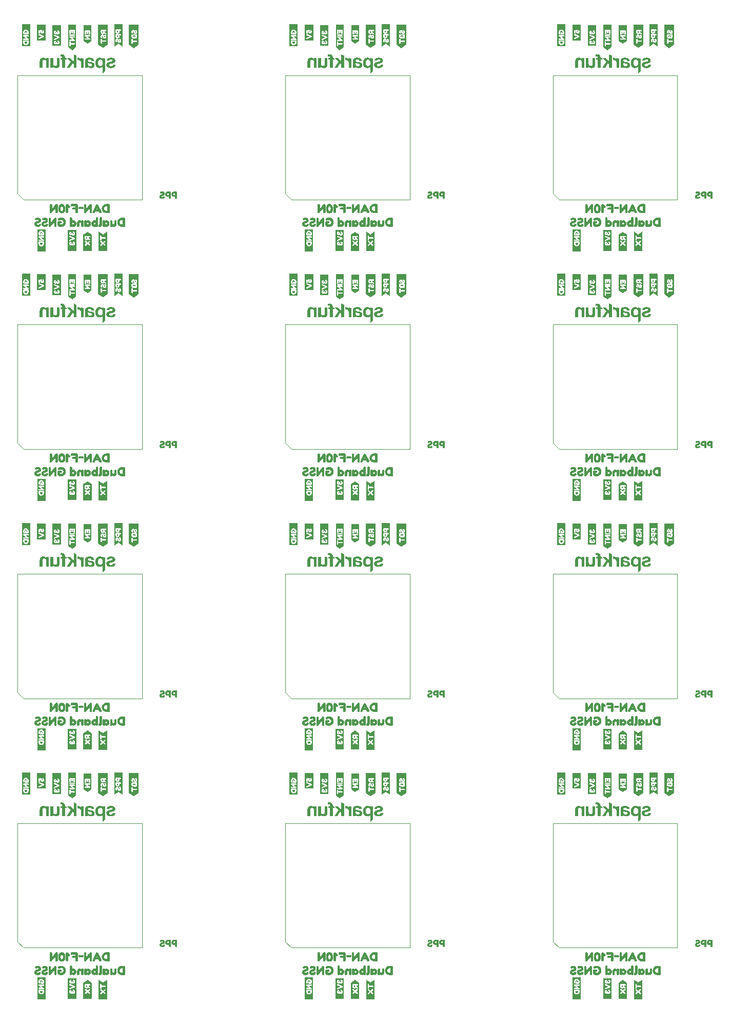
<source format=gbo>
%TF.GenerationSoftware,KiCad,Pcbnew,9.0.1*%
%TF.CreationDate,2025-04-15T12:31:11-06:00*%
%TF.ProjectId,SparkFun_GNSS_DAN-F10N_panelized,53706172-6b46-4756-9e5f-474e53535f44,rev?*%
%TF.SameCoordinates,Original*%
%TF.FileFunction,Legend,Bot*%
%TF.FilePolarity,Positive*%
%FSLAX46Y46*%
G04 Gerber Fmt 4.6, Leading zero omitted, Abs format (unit mm)*
G04 Created by KiCad (PCBNEW 9.0.1) date 2025-04-15 12:31:11*
%MOMM*%
%LPD*%
G01*
G04 APERTURE LIST*
%ADD10C,0.000000*%
%ADD11C,0.100000*%
G04 APERTURE END LIST*
D10*
%TO.C,kibuzzard-67C529FB*%
G36*
X109257159Y132271470D02*
G01*
X109297931Y132219968D01*
X109310807Y132123401D01*
X109300077Y132024689D01*
X109252330Y131969968D01*
X109156300Y131951727D01*
X108645571Y131951727D01*
X108538275Y131971041D01*
X108500721Y132023616D01*
X108488918Y132121255D01*
X108501794Y132219968D01*
X108547931Y132273079D01*
X108643425Y132290783D01*
X109154155Y132290783D01*
X109257159Y132271470D01*
G37*
G36*
X106735700Y132713530D02*
G01*
X106770034Y132685633D01*
X107042567Y132440998D01*
X107108017Y132368036D01*
X107132695Y132299367D01*
X107066172Y132157736D01*
X106938489Y132082629D01*
X106806515Y132144861D01*
X106785056Y132164174D01*
X106785056Y131438852D01*
X106742137Y131286491D01*
X106591923Y131243573D01*
X106439562Y131286491D01*
X106396644Y131436706D01*
X106396644Y132552586D01*
X106439562Y132706019D01*
X106589777Y132750011D01*
X106735700Y132713530D01*
G37*
G36*
X111643425Y132718895D02*
G01*
X111718532Y132636277D01*
X112257159Y131520397D01*
X112285056Y131369109D01*
X112164884Y131265032D01*
X112008232Y131233916D01*
X111900936Y131353015D01*
X111802223Y131559024D01*
X111641279Y131559024D01*
X111274326Y131559024D01*
X111175614Y131355161D01*
X111070464Y131231770D01*
X110911665Y131262886D01*
X110792567Y131368036D01*
X110821536Y131520397D01*
X111002116Y131893788D01*
X111439562Y131893788D01*
X111641279Y131893788D01*
X111540421Y132101942D01*
X111439562Y131893788D01*
X111002116Y131893788D01*
X111360163Y132634131D01*
X111433661Y132721041D01*
X111538275Y132750011D01*
X111643425Y132718895D01*
G37*
G36*
X108337631Y132708165D02*
G01*
X108381622Y132554732D01*
X108381622Y131445290D01*
X108378403Y131371255D01*
X108358017Y131312242D01*
X108297931Y131262886D01*
X108186343Y131247865D01*
X108072609Y131262886D01*
X108012524Y131311170D01*
X107992137Y131369109D01*
X107988918Y131443144D01*
X107988918Y131831556D01*
X107596215Y131831556D01*
X107526472Y131834775D01*
X107473897Y131851942D01*
X107432052Y131901298D01*
X107420249Y131994646D01*
X107432052Y132093358D01*
X107472824Y132144861D01*
X107524326Y132163101D01*
X107594069Y132166320D01*
X107988918Y132166320D01*
X107988918Y132357307D01*
X107398790Y132357307D01*
X107324755Y132360526D01*
X107265742Y132380912D01*
X107216386Y132439925D01*
X107201365Y132552586D01*
X107216386Y132666320D01*
X107264670Y132726406D01*
X107322609Y132746792D01*
X107394498Y132750011D01*
X108179906Y132750011D01*
X108337631Y132708165D01*
G37*
G36*
X104977116Y132733916D02*
G01*
X105036129Y132687779D01*
X105057588Y132630912D01*
X105061880Y132559024D01*
X105061880Y131445290D01*
X105057588Y131370182D01*
X105037202Y131311170D01*
X104979262Y131262886D01*
X104868747Y131247865D01*
X104755013Y131262886D01*
X104694927Y131311170D01*
X104674541Y131369109D01*
X104671322Y131443144D01*
X104671322Y132039710D01*
X104115528Y131305805D01*
X104052223Y131259667D01*
X103941708Y131247865D01*
X103827974Y131262886D01*
X103767888Y131311170D01*
X103747502Y131369109D01*
X103744283Y131443144D01*
X103744283Y132550440D01*
X103747502Y132624474D01*
X103767888Y132683487D01*
X103827974Y132732843D01*
X103939562Y132747865D01*
X104051150Y132732843D01*
X104111236Y132686706D01*
X104132695Y132629839D01*
X104136987Y132559024D01*
X104136987Y131943144D01*
X104673468Y132664174D01*
X104712094Y132708165D01*
X104766815Y132734989D01*
X104864455Y132747865D01*
X104977116Y132733916D01*
G37*
G36*
X110631622Y132733916D02*
G01*
X110690635Y132687779D01*
X110712094Y132630912D01*
X110716386Y132559024D01*
X110716386Y131445290D01*
X110712094Y131370182D01*
X110691708Y131311170D01*
X110633768Y131262886D01*
X110523253Y131247865D01*
X110409519Y131262886D01*
X110349433Y131311170D01*
X110329047Y131369109D01*
X110325828Y131443144D01*
X110325828Y132039710D01*
X109770034Y131305805D01*
X109706730Y131259667D01*
X109596215Y131247865D01*
X109482481Y131262886D01*
X109422395Y131311170D01*
X109402009Y131369109D01*
X109398790Y131443144D01*
X109398790Y132550440D01*
X109402009Y132624474D01*
X109422395Y132683487D01*
X109482481Y132732843D01*
X109594069Y132747865D01*
X109705657Y132732843D01*
X109765742Y132686706D01*
X109787202Y132629839D01*
X109791494Y132559024D01*
X109791494Y131943144D01*
X110327974Y132664174D01*
X110366601Y132708165D01*
X110421322Y132734989D01*
X110518961Y132747865D01*
X110631622Y132733916D01*
G37*
G36*
X113564026Y132736062D02*
G01*
X113624112Y132687779D01*
X113644498Y132628766D01*
X113647717Y132556878D01*
X113647717Y131447436D01*
X113642352Y131371255D01*
X113619820Y131311170D01*
X113560807Y131265032D01*
X113452438Y131250011D01*
X113255013Y131250011D01*
X113087631Y131250011D01*
X112936746Y131263892D01*
X112797395Y131305536D01*
X112669578Y131374944D01*
X112553296Y131472114D01*
X112456595Y131588865D01*
X112387524Y131717017D01*
X112346080Y131856569D01*
X112333051Y131998938D01*
X112724970Y131998938D01*
X112751258Y131861867D01*
X112830120Y131746792D01*
X112945464Y131668734D01*
X113081193Y131642715D01*
X113255013Y131642715D01*
X113255013Y132357307D01*
X113083339Y132357307D01*
X112946000Y132331019D01*
X112830120Y132252157D01*
X112751258Y132136277D01*
X112724970Y131998938D01*
X112333051Y131998938D01*
X112332266Y132007521D01*
X112346080Y132154517D01*
X112387524Y132290783D01*
X112456595Y132416320D01*
X112553296Y132531127D01*
X112669176Y132626888D01*
X112795785Y132695290D01*
X112933124Y132736330D01*
X113081193Y132750011D01*
X113450292Y132750011D01*
X113564026Y132736062D01*
G37*
G36*
X105860163Y132757253D02*
G01*
X105978189Y132714603D01*
X106075292Y132651030D01*
X106147717Y132574045D01*
X106202170Y132483380D01*
X106245356Y132378766D01*
X106276204Y132272543D01*
X106293639Y132177049D01*
X106301687Y132086921D01*
X106304369Y131996792D01*
X106295785Y131840139D01*
X106265742Y131669539D01*
X106238650Y131580483D01*
X106200292Y131500011D01*
X106095142Y131358380D01*
X106025131Y131300172D01*
X105937416Y131256448D01*
X105834948Y131229088D01*
X105729262Y131220653D01*
X105720678Y131219968D01*
X105591386Y131233380D01*
X105478189Y131273616D01*
X105384305Y131334238D01*
X105312953Y131408809D01*
X105258500Y131497060D01*
X105215313Y131598723D01*
X105183929Y131703873D01*
X105164884Y131802586D01*
X105155227Y131898348D01*
X105152009Y131994646D01*
X105152076Y131996792D01*
X105544712Y131996792D01*
X105544712Y131986062D01*
X105545785Y131900225D01*
X105557588Y131805805D01*
X105585485Y131709238D01*
X105640206Y131643788D01*
X105729262Y131614818D01*
X105809063Y131638557D01*
X105866064Y131709775D01*
X105900265Y131828471D01*
X105911665Y131994646D01*
X105900131Y132162698D01*
X105865528Y132282736D01*
X105807856Y132354759D01*
X105727116Y132378766D01*
X105647314Y132354893D01*
X105590313Y132283273D01*
X105556113Y132163906D01*
X105544712Y131996792D01*
X105152076Y131996792D01*
X105154959Y132088530D01*
X105163811Y132181341D01*
X105182052Y132278176D01*
X105213167Y132384131D01*
X105256354Y132487672D01*
X105310807Y132577264D01*
X105382695Y132653176D01*
X105478189Y132715676D01*
X105593532Y132757521D01*
X105724970Y132771470D01*
X105860163Y132757253D01*
G37*
G36*
X109257159Y91131470D02*
G01*
X109297931Y91079968D01*
X109310807Y90983401D01*
X109300077Y90884689D01*
X109252330Y90829968D01*
X109156300Y90811727D01*
X108645571Y90811727D01*
X108538275Y90831041D01*
X108500721Y90883616D01*
X108488918Y90981255D01*
X108501794Y91079968D01*
X108547931Y91133079D01*
X108643425Y91150783D01*
X109154155Y91150783D01*
X109257159Y91131470D01*
G37*
G36*
X106735700Y91573530D02*
G01*
X106770034Y91545633D01*
X107042567Y91300998D01*
X107108017Y91228036D01*
X107132695Y91159367D01*
X107066172Y91017736D01*
X106938489Y90942629D01*
X106806515Y91004861D01*
X106785056Y91024174D01*
X106785056Y90298852D01*
X106742137Y90146491D01*
X106591923Y90103573D01*
X106439562Y90146491D01*
X106396644Y90296706D01*
X106396644Y91412586D01*
X106439562Y91566019D01*
X106589777Y91610011D01*
X106735700Y91573530D01*
G37*
G36*
X111643425Y91578895D02*
G01*
X111718532Y91496277D01*
X112257159Y90380397D01*
X112285056Y90229109D01*
X112164884Y90125032D01*
X112008232Y90093916D01*
X111900936Y90213015D01*
X111802223Y90419024D01*
X111641279Y90419024D01*
X111274326Y90419024D01*
X111175614Y90215161D01*
X111070464Y90091770D01*
X110911665Y90122886D01*
X110792567Y90228036D01*
X110821536Y90380397D01*
X111002116Y90753788D01*
X111439562Y90753788D01*
X111641279Y90753788D01*
X111540421Y90961942D01*
X111439562Y90753788D01*
X111002116Y90753788D01*
X111360163Y91494131D01*
X111433661Y91581041D01*
X111538275Y91610011D01*
X111643425Y91578895D01*
G37*
G36*
X108337631Y91568165D02*
G01*
X108381622Y91414732D01*
X108381622Y90305290D01*
X108378403Y90231255D01*
X108358017Y90172242D01*
X108297931Y90122886D01*
X108186343Y90107865D01*
X108072609Y90122886D01*
X108012524Y90171170D01*
X107992137Y90229109D01*
X107988918Y90303144D01*
X107988918Y90691556D01*
X107596215Y90691556D01*
X107526472Y90694775D01*
X107473897Y90711942D01*
X107432052Y90761298D01*
X107420249Y90854646D01*
X107432052Y90953358D01*
X107472824Y91004861D01*
X107524326Y91023101D01*
X107594069Y91026320D01*
X107988918Y91026320D01*
X107988918Y91217307D01*
X107398790Y91217307D01*
X107324755Y91220526D01*
X107265742Y91240912D01*
X107216386Y91299925D01*
X107201365Y91412586D01*
X107216386Y91526320D01*
X107264670Y91586406D01*
X107322609Y91606792D01*
X107394498Y91610011D01*
X108179906Y91610011D01*
X108337631Y91568165D01*
G37*
G36*
X104977116Y91593916D02*
G01*
X105036129Y91547779D01*
X105057588Y91490912D01*
X105061880Y91419024D01*
X105061880Y90305290D01*
X105057588Y90230182D01*
X105037202Y90171170D01*
X104979262Y90122886D01*
X104868747Y90107865D01*
X104755013Y90122886D01*
X104694927Y90171170D01*
X104674541Y90229109D01*
X104671322Y90303144D01*
X104671322Y90899710D01*
X104115528Y90165805D01*
X104052223Y90119667D01*
X103941708Y90107865D01*
X103827974Y90122886D01*
X103767888Y90171170D01*
X103747502Y90229109D01*
X103744283Y90303144D01*
X103744283Y91410440D01*
X103747502Y91484474D01*
X103767888Y91543487D01*
X103827974Y91592843D01*
X103939562Y91607865D01*
X104051150Y91592843D01*
X104111236Y91546706D01*
X104132695Y91489839D01*
X104136987Y91419024D01*
X104136987Y90803144D01*
X104673468Y91524174D01*
X104712094Y91568165D01*
X104766815Y91594989D01*
X104864455Y91607865D01*
X104977116Y91593916D01*
G37*
G36*
X110631622Y91593916D02*
G01*
X110690635Y91547779D01*
X110712094Y91490912D01*
X110716386Y91419024D01*
X110716386Y90305290D01*
X110712094Y90230182D01*
X110691708Y90171170D01*
X110633768Y90122886D01*
X110523253Y90107865D01*
X110409519Y90122886D01*
X110349433Y90171170D01*
X110329047Y90229109D01*
X110325828Y90303144D01*
X110325828Y90899710D01*
X109770034Y90165805D01*
X109706730Y90119667D01*
X109596215Y90107865D01*
X109482481Y90122886D01*
X109422395Y90171170D01*
X109402009Y90229109D01*
X109398790Y90303144D01*
X109398790Y91410440D01*
X109402009Y91484474D01*
X109422395Y91543487D01*
X109482481Y91592843D01*
X109594069Y91607865D01*
X109705657Y91592843D01*
X109765742Y91546706D01*
X109787202Y91489839D01*
X109791494Y91419024D01*
X109791494Y90803144D01*
X110327974Y91524174D01*
X110366601Y91568165D01*
X110421322Y91594989D01*
X110518961Y91607865D01*
X110631622Y91593916D01*
G37*
G36*
X113564026Y91596062D02*
G01*
X113624112Y91547779D01*
X113644498Y91488766D01*
X113647717Y91416878D01*
X113647717Y90307436D01*
X113642352Y90231255D01*
X113619820Y90171170D01*
X113560807Y90125032D01*
X113452438Y90110011D01*
X113255013Y90110011D01*
X113087631Y90110011D01*
X112936746Y90123892D01*
X112797395Y90165536D01*
X112669578Y90234944D01*
X112553296Y90332114D01*
X112456595Y90448865D01*
X112387524Y90577017D01*
X112346080Y90716569D01*
X112333051Y90858938D01*
X112724970Y90858938D01*
X112751258Y90721867D01*
X112830120Y90606792D01*
X112945464Y90528734D01*
X113081193Y90502715D01*
X113255013Y90502715D01*
X113255013Y91217307D01*
X113083339Y91217307D01*
X112946000Y91191019D01*
X112830120Y91112157D01*
X112751258Y90996277D01*
X112724970Y90858938D01*
X112333051Y90858938D01*
X112332266Y90867521D01*
X112346080Y91014517D01*
X112387524Y91150783D01*
X112456595Y91276320D01*
X112553296Y91391127D01*
X112669176Y91486888D01*
X112795785Y91555290D01*
X112933124Y91596330D01*
X113081193Y91610011D01*
X113450292Y91610011D01*
X113564026Y91596062D01*
G37*
G36*
X105860163Y91617253D02*
G01*
X105978189Y91574603D01*
X106075292Y91511030D01*
X106147717Y91434045D01*
X106202170Y91343380D01*
X106245356Y91238766D01*
X106276204Y91132543D01*
X106293639Y91037049D01*
X106301687Y90946921D01*
X106304369Y90856792D01*
X106295785Y90700139D01*
X106265742Y90529539D01*
X106238650Y90440483D01*
X106200292Y90360011D01*
X106095142Y90218380D01*
X106025131Y90160172D01*
X105937416Y90116448D01*
X105834948Y90089088D01*
X105729262Y90080653D01*
X105720678Y90079968D01*
X105591386Y90093380D01*
X105478189Y90133616D01*
X105384305Y90194238D01*
X105312953Y90268809D01*
X105258500Y90357060D01*
X105215313Y90458723D01*
X105183929Y90563873D01*
X105164884Y90662586D01*
X105155227Y90758348D01*
X105152009Y90854646D01*
X105152076Y90856792D01*
X105544712Y90856792D01*
X105544712Y90846062D01*
X105545785Y90760225D01*
X105557588Y90665805D01*
X105585485Y90569238D01*
X105640206Y90503788D01*
X105729262Y90474818D01*
X105809063Y90498557D01*
X105866064Y90569775D01*
X105900265Y90688471D01*
X105911665Y90854646D01*
X105900131Y91022698D01*
X105865528Y91142736D01*
X105807856Y91214759D01*
X105727116Y91238766D01*
X105647314Y91214893D01*
X105590313Y91143273D01*
X105556113Y91023906D01*
X105544712Y90856792D01*
X105152076Y90856792D01*
X105154959Y90948530D01*
X105163811Y91041341D01*
X105182052Y91138176D01*
X105213167Y91244131D01*
X105256354Y91347672D01*
X105310807Y91437264D01*
X105382695Y91513176D01*
X105478189Y91575676D01*
X105593532Y91617521D01*
X105724970Y91631470D01*
X105860163Y91617253D01*
G37*
G36*
X109257159Y49991470D02*
G01*
X109297931Y49939968D01*
X109310807Y49843401D01*
X109300077Y49744689D01*
X109252330Y49689968D01*
X109156300Y49671727D01*
X108645571Y49671727D01*
X108538275Y49691041D01*
X108500721Y49743616D01*
X108488918Y49841255D01*
X108501794Y49939968D01*
X108547931Y49993079D01*
X108643425Y50010783D01*
X109154155Y50010783D01*
X109257159Y49991470D01*
G37*
G36*
X106735700Y50433530D02*
G01*
X106770034Y50405633D01*
X107042567Y50160998D01*
X107108017Y50088036D01*
X107132695Y50019367D01*
X107066172Y49877736D01*
X106938489Y49802629D01*
X106806515Y49864861D01*
X106785056Y49884174D01*
X106785056Y49158852D01*
X106742137Y49006491D01*
X106591923Y48963573D01*
X106439562Y49006491D01*
X106396644Y49156706D01*
X106396644Y50272586D01*
X106439562Y50426019D01*
X106589777Y50470011D01*
X106735700Y50433530D01*
G37*
G36*
X111643425Y50438895D02*
G01*
X111718532Y50356277D01*
X112257159Y49240397D01*
X112285056Y49089109D01*
X112164884Y48985032D01*
X112008232Y48953916D01*
X111900936Y49073015D01*
X111802223Y49279024D01*
X111641279Y49279024D01*
X111274326Y49279024D01*
X111175614Y49075161D01*
X111070464Y48951770D01*
X110911665Y48982886D01*
X110792567Y49088036D01*
X110821536Y49240397D01*
X111002116Y49613788D01*
X111439562Y49613788D01*
X111641279Y49613788D01*
X111540421Y49821942D01*
X111439562Y49613788D01*
X111002116Y49613788D01*
X111360163Y50354131D01*
X111433661Y50441041D01*
X111538275Y50470011D01*
X111643425Y50438895D01*
G37*
G36*
X108337631Y50428165D02*
G01*
X108381622Y50274732D01*
X108381622Y49165290D01*
X108378403Y49091255D01*
X108358017Y49032242D01*
X108297931Y48982886D01*
X108186343Y48967865D01*
X108072609Y48982886D01*
X108012524Y49031170D01*
X107992137Y49089109D01*
X107988918Y49163144D01*
X107988918Y49551556D01*
X107596215Y49551556D01*
X107526472Y49554775D01*
X107473897Y49571942D01*
X107432052Y49621298D01*
X107420249Y49714646D01*
X107432052Y49813358D01*
X107472824Y49864861D01*
X107524326Y49883101D01*
X107594069Y49886320D01*
X107988918Y49886320D01*
X107988918Y50077307D01*
X107398790Y50077307D01*
X107324755Y50080526D01*
X107265742Y50100912D01*
X107216386Y50159925D01*
X107201365Y50272586D01*
X107216386Y50386320D01*
X107264670Y50446406D01*
X107322609Y50466792D01*
X107394498Y50470011D01*
X108179906Y50470011D01*
X108337631Y50428165D01*
G37*
G36*
X104977116Y50453916D02*
G01*
X105036129Y50407779D01*
X105057588Y50350912D01*
X105061880Y50279024D01*
X105061880Y49165290D01*
X105057588Y49090182D01*
X105037202Y49031170D01*
X104979262Y48982886D01*
X104868747Y48967865D01*
X104755013Y48982886D01*
X104694927Y49031170D01*
X104674541Y49089109D01*
X104671322Y49163144D01*
X104671322Y49759710D01*
X104115528Y49025805D01*
X104052223Y48979667D01*
X103941708Y48967865D01*
X103827974Y48982886D01*
X103767888Y49031170D01*
X103747502Y49089109D01*
X103744283Y49163144D01*
X103744283Y50270440D01*
X103747502Y50344474D01*
X103767888Y50403487D01*
X103827974Y50452843D01*
X103939562Y50467865D01*
X104051150Y50452843D01*
X104111236Y50406706D01*
X104132695Y50349839D01*
X104136987Y50279024D01*
X104136987Y49663144D01*
X104673468Y50384174D01*
X104712094Y50428165D01*
X104766815Y50454989D01*
X104864455Y50467865D01*
X104977116Y50453916D01*
G37*
G36*
X110631622Y50453916D02*
G01*
X110690635Y50407779D01*
X110712094Y50350912D01*
X110716386Y50279024D01*
X110716386Y49165290D01*
X110712094Y49090182D01*
X110691708Y49031170D01*
X110633768Y48982886D01*
X110523253Y48967865D01*
X110409519Y48982886D01*
X110349433Y49031170D01*
X110329047Y49089109D01*
X110325828Y49163144D01*
X110325828Y49759710D01*
X109770034Y49025805D01*
X109706730Y48979667D01*
X109596215Y48967865D01*
X109482481Y48982886D01*
X109422395Y49031170D01*
X109402009Y49089109D01*
X109398790Y49163144D01*
X109398790Y50270440D01*
X109402009Y50344474D01*
X109422395Y50403487D01*
X109482481Y50452843D01*
X109594069Y50467865D01*
X109705657Y50452843D01*
X109765742Y50406706D01*
X109787202Y50349839D01*
X109791494Y50279024D01*
X109791494Y49663144D01*
X110327974Y50384174D01*
X110366601Y50428165D01*
X110421322Y50454989D01*
X110518961Y50467865D01*
X110631622Y50453916D01*
G37*
G36*
X113564026Y50456062D02*
G01*
X113624112Y50407779D01*
X113644498Y50348766D01*
X113647717Y50276878D01*
X113647717Y49167436D01*
X113642352Y49091255D01*
X113619820Y49031170D01*
X113560807Y48985032D01*
X113452438Y48970011D01*
X113255013Y48970011D01*
X113087631Y48970011D01*
X112936746Y48983892D01*
X112797395Y49025536D01*
X112669578Y49094944D01*
X112553296Y49192114D01*
X112456595Y49308865D01*
X112387524Y49437017D01*
X112346080Y49576569D01*
X112333051Y49718938D01*
X112724970Y49718938D01*
X112751258Y49581867D01*
X112830120Y49466792D01*
X112945464Y49388734D01*
X113081193Y49362715D01*
X113255013Y49362715D01*
X113255013Y50077307D01*
X113083339Y50077307D01*
X112946000Y50051019D01*
X112830120Y49972157D01*
X112751258Y49856277D01*
X112724970Y49718938D01*
X112333051Y49718938D01*
X112332266Y49727521D01*
X112346080Y49874517D01*
X112387524Y50010783D01*
X112456595Y50136320D01*
X112553296Y50251127D01*
X112669176Y50346888D01*
X112795785Y50415290D01*
X112933124Y50456330D01*
X113081193Y50470011D01*
X113450292Y50470011D01*
X113564026Y50456062D01*
G37*
G36*
X105860163Y50477253D02*
G01*
X105978189Y50434603D01*
X106075292Y50371030D01*
X106147717Y50294045D01*
X106202170Y50203380D01*
X106245356Y50098766D01*
X106276204Y49992543D01*
X106293639Y49897049D01*
X106301687Y49806921D01*
X106304369Y49716792D01*
X106295785Y49560139D01*
X106265742Y49389539D01*
X106238650Y49300483D01*
X106200292Y49220011D01*
X106095142Y49078380D01*
X106025131Y49020172D01*
X105937416Y48976448D01*
X105834948Y48949088D01*
X105729262Y48940653D01*
X105720678Y48939968D01*
X105591386Y48953380D01*
X105478189Y48993616D01*
X105384305Y49054238D01*
X105312953Y49128809D01*
X105258500Y49217060D01*
X105215313Y49318723D01*
X105183929Y49423873D01*
X105164884Y49522586D01*
X105155227Y49618348D01*
X105152009Y49714646D01*
X105152076Y49716792D01*
X105544712Y49716792D01*
X105544712Y49706062D01*
X105545785Y49620225D01*
X105557588Y49525805D01*
X105585485Y49429238D01*
X105640206Y49363788D01*
X105729262Y49334818D01*
X105809063Y49358557D01*
X105866064Y49429775D01*
X105900265Y49548471D01*
X105911665Y49714646D01*
X105900131Y49882698D01*
X105865528Y50002736D01*
X105807856Y50074759D01*
X105727116Y50098766D01*
X105647314Y50074893D01*
X105590313Y50003273D01*
X105556113Y49883906D01*
X105544712Y49716792D01*
X105152076Y49716792D01*
X105154959Y49808530D01*
X105163811Y49901341D01*
X105182052Y49998176D01*
X105213167Y50104131D01*
X105256354Y50207672D01*
X105310807Y50297264D01*
X105382695Y50373176D01*
X105478189Y50435676D01*
X105593532Y50477521D01*
X105724970Y50491470D01*
X105860163Y50477253D01*
G37*
G36*
X109257159Y8851470D02*
G01*
X109297931Y8799968D01*
X109310807Y8703401D01*
X109300077Y8604689D01*
X109252330Y8549968D01*
X109156300Y8531727D01*
X108645571Y8531727D01*
X108538275Y8551041D01*
X108500721Y8603616D01*
X108488918Y8701255D01*
X108501794Y8799968D01*
X108547931Y8853079D01*
X108643425Y8870783D01*
X109154155Y8870783D01*
X109257159Y8851470D01*
G37*
G36*
X106735700Y9293530D02*
G01*
X106770034Y9265633D01*
X107042567Y9020998D01*
X107108017Y8948036D01*
X107132695Y8879367D01*
X107066172Y8737736D01*
X106938489Y8662629D01*
X106806515Y8724861D01*
X106785056Y8744174D01*
X106785056Y8018852D01*
X106742137Y7866491D01*
X106591923Y7823573D01*
X106439562Y7866491D01*
X106396644Y8016706D01*
X106396644Y9132586D01*
X106439562Y9286019D01*
X106589777Y9330011D01*
X106735700Y9293530D01*
G37*
G36*
X111643425Y9298895D02*
G01*
X111718532Y9216277D01*
X112257159Y8100397D01*
X112285056Y7949109D01*
X112164884Y7845032D01*
X112008232Y7813916D01*
X111900936Y7933015D01*
X111802223Y8139024D01*
X111641279Y8139024D01*
X111274326Y8139024D01*
X111175614Y7935161D01*
X111070464Y7811770D01*
X110911665Y7842886D01*
X110792567Y7948036D01*
X110821536Y8100397D01*
X111002116Y8473788D01*
X111439562Y8473788D01*
X111641279Y8473788D01*
X111540421Y8681942D01*
X111439562Y8473788D01*
X111002116Y8473788D01*
X111360163Y9214131D01*
X111433661Y9301041D01*
X111538275Y9330011D01*
X111643425Y9298895D01*
G37*
G36*
X108337631Y9288165D02*
G01*
X108381622Y9134732D01*
X108381622Y8025290D01*
X108378403Y7951255D01*
X108358017Y7892242D01*
X108297931Y7842886D01*
X108186343Y7827865D01*
X108072609Y7842886D01*
X108012524Y7891170D01*
X107992137Y7949109D01*
X107988918Y8023144D01*
X107988918Y8411556D01*
X107596215Y8411556D01*
X107526472Y8414775D01*
X107473897Y8431942D01*
X107432052Y8481298D01*
X107420249Y8574646D01*
X107432052Y8673358D01*
X107472824Y8724861D01*
X107524326Y8743101D01*
X107594069Y8746320D01*
X107988918Y8746320D01*
X107988918Y8937307D01*
X107398790Y8937307D01*
X107324755Y8940526D01*
X107265742Y8960912D01*
X107216386Y9019925D01*
X107201365Y9132586D01*
X107216386Y9246320D01*
X107264670Y9306406D01*
X107322609Y9326792D01*
X107394498Y9330011D01*
X108179906Y9330011D01*
X108337631Y9288165D01*
G37*
G36*
X104977116Y9313916D02*
G01*
X105036129Y9267779D01*
X105057588Y9210912D01*
X105061880Y9139024D01*
X105061880Y8025290D01*
X105057588Y7950182D01*
X105037202Y7891170D01*
X104979262Y7842886D01*
X104868747Y7827865D01*
X104755013Y7842886D01*
X104694927Y7891170D01*
X104674541Y7949109D01*
X104671322Y8023144D01*
X104671322Y8619710D01*
X104115528Y7885805D01*
X104052223Y7839667D01*
X103941708Y7827865D01*
X103827974Y7842886D01*
X103767888Y7891170D01*
X103747502Y7949109D01*
X103744283Y8023144D01*
X103744283Y9130440D01*
X103747502Y9204474D01*
X103767888Y9263487D01*
X103827974Y9312843D01*
X103939562Y9327865D01*
X104051150Y9312843D01*
X104111236Y9266706D01*
X104132695Y9209839D01*
X104136987Y9139024D01*
X104136987Y8523144D01*
X104673468Y9244174D01*
X104712094Y9288165D01*
X104766815Y9314989D01*
X104864455Y9327865D01*
X104977116Y9313916D01*
G37*
G36*
X110631622Y9313916D02*
G01*
X110690635Y9267779D01*
X110712094Y9210912D01*
X110716386Y9139024D01*
X110716386Y8025290D01*
X110712094Y7950182D01*
X110691708Y7891170D01*
X110633768Y7842886D01*
X110523253Y7827865D01*
X110409519Y7842886D01*
X110349433Y7891170D01*
X110329047Y7949109D01*
X110325828Y8023144D01*
X110325828Y8619710D01*
X109770034Y7885805D01*
X109706730Y7839667D01*
X109596215Y7827865D01*
X109482481Y7842886D01*
X109422395Y7891170D01*
X109402009Y7949109D01*
X109398790Y8023144D01*
X109398790Y9130440D01*
X109402009Y9204474D01*
X109422395Y9263487D01*
X109482481Y9312843D01*
X109594069Y9327865D01*
X109705657Y9312843D01*
X109765742Y9266706D01*
X109787202Y9209839D01*
X109791494Y9139024D01*
X109791494Y8523144D01*
X110327974Y9244174D01*
X110366601Y9288165D01*
X110421322Y9314989D01*
X110518961Y9327865D01*
X110631622Y9313916D01*
G37*
G36*
X113564026Y9316062D02*
G01*
X113624112Y9267779D01*
X113644498Y9208766D01*
X113647717Y9136878D01*
X113647717Y8027436D01*
X113642352Y7951255D01*
X113619820Y7891170D01*
X113560807Y7845032D01*
X113452438Y7830011D01*
X113255013Y7830011D01*
X113087631Y7830011D01*
X112936746Y7843892D01*
X112797395Y7885536D01*
X112669578Y7954944D01*
X112553296Y8052114D01*
X112456595Y8168865D01*
X112387524Y8297017D01*
X112346080Y8436569D01*
X112333051Y8578938D01*
X112724970Y8578938D01*
X112751258Y8441867D01*
X112830120Y8326792D01*
X112945464Y8248734D01*
X113081193Y8222715D01*
X113255013Y8222715D01*
X113255013Y8937307D01*
X113083339Y8937307D01*
X112946000Y8911019D01*
X112830120Y8832157D01*
X112751258Y8716277D01*
X112724970Y8578938D01*
X112333051Y8578938D01*
X112332266Y8587521D01*
X112346080Y8734517D01*
X112387524Y8870783D01*
X112456595Y8996320D01*
X112553296Y9111127D01*
X112669176Y9206888D01*
X112795785Y9275290D01*
X112933124Y9316330D01*
X113081193Y9330011D01*
X113450292Y9330011D01*
X113564026Y9316062D01*
G37*
G36*
X105860163Y9337253D02*
G01*
X105978189Y9294603D01*
X106075292Y9231030D01*
X106147717Y9154045D01*
X106202170Y9063380D01*
X106245356Y8958766D01*
X106276204Y8852543D01*
X106293639Y8757049D01*
X106301687Y8666921D01*
X106304369Y8576792D01*
X106295785Y8420139D01*
X106265742Y8249539D01*
X106238650Y8160483D01*
X106200292Y8080011D01*
X106095142Y7938380D01*
X106025131Y7880172D01*
X105937416Y7836448D01*
X105834948Y7809088D01*
X105729262Y7800653D01*
X105720678Y7799968D01*
X105591386Y7813380D01*
X105478189Y7853616D01*
X105384305Y7914238D01*
X105312953Y7988809D01*
X105258500Y8077060D01*
X105215313Y8178723D01*
X105183929Y8283873D01*
X105164884Y8382586D01*
X105155227Y8478348D01*
X105152009Y8574646D01*
X105152076Y8576792D01*
X105544712Y8576792D01*
X105544712Y8566062D01*
X105545785Y8480225D01*
X105557588Y8385805D01*
X105585485Y8289238D01*
X105640206Y8223788D01*
X105729262Y8194818D01*
X105809063Y8218557D01*
X105866064Y8289775D01*
X105900265Y8408471D01*
X105911665Y8574646D01*
X105900131Y8742698D01*
X105865528Y8862736D01*
X105807856Y8934759D01*
X105727116Y8958766D01*
X105647314Y8934893D01*
X105590313Y8863273D01*
X105556113Y8743906D01*
X105544712Y8576792D01*
X105152076Y8576792D01*
X105154959Y8668530D01*
X105163811Y8761341D01*
X105182052Y8858176D01*
X105213167Y8964131D01*
X105256354Y9067672D01*
X105310807Y9157264D01*
X105382695Y9233176D01*
X105478189Y9295676D01*
X105593532Y9337521D01*
X105724970Y9351470D01*
X105860163Y9337253D01*
G37*
G36*
X65069159Y132271470D02*
G01*
X65109931Y132219968D01*
X65122807Y132123401D01*
X65112077Y132024689D01*
X65064330Y131969968D01*
X64968300Y131951727D01*
X64457571Y131951727D01*
X64350275Y131971041D01*
X64312721Y132023616D01*
X64300918Y132121255D01*
X64313794Y132219968D01*
X64359931Y132273079D01*
X64455425Y132290783D01*
X64966155Y132290783D01*
X65069159Y132271470D01*
G37*
G36*
X62547700Y132713530D02*
G01*
X62582034Y132685633D01*
X62854567Y132440998D01*
X62920017Y132368036D01*
X62944695Y132299367D01*
X62878172Y132157736D01*
X62750489Y132082629D01*
X62618515Y132144861D01*
X62597056Y132164174D01*
X62597056Y131438852D01*
X62554137Y131286491D01*
X62403923Y131243573D01*
X62251562Y131286491D01*
X62208644Y131436706D01*
X62208644Y132552586D01*
X62251562Y132706019D01*
X62401777Y132750011D01*
X62547700Y132713530D01*
G37*
G36*
X67455425Y132718895D02*
G01*
X67530532Y132636277D01*
X68069159Y131520397D01*
X68097056Y131369109D01*
X67976884Y131265032D01*
X67820232Y131233916D01*
X67712936Y131353015D01*
X67614223Y131559024D01*
X67453279Y131559024D01*
X67086326Y131559024D01*
X66987614Y131355161D01*
X66882464Y131231770D01*
X66723665Y131262886D01*
X66604567Y131368036D01*
X66633536Y131520397D01*
X66814116Y131893788D01*
X67251562Y131893788D01*
X67453279Y131893788D01*
X67352421Y132101942D01*
X67251562Y131893788D01*
X66814116Y131893788D01*
X67172163Y132634131D01*
X67245661Y132721041D01*
X67350275Y132750011D01*
X67455425Y132718895D01*
G37*
G36*
X64149631Y132708165D02*
G01*
X64193622Y132554732D01*
X64193622Y131445290D01*
X64190403Y131371255D01*
X64170017Y131312242D01*
X64109931Y131262886D01*
X63998343Y131247865D01*
X63884609Y131262886D01*
X63824524Y131311170D01*
X63804137Y131369109D01*
X63800918Y131443144D01*
X63800918Y131831556D01*
X63408215Y131831556D01*
X63338472Y131834775D01*
X63285897Y131851942D01*
X63244052Y131901298D01*
X63232249Y131994646D01*
X63244052Y132093358D01*
X63284824Y132144861D01*
X63336326Y132163101D01*
X63406069Y132166320D01*
X63800918Y132166320D01*
X63800918Y132357307D01*
X63210790Y132357307D01*
X63136755Y132360526D01*
X63077742Y132380912D01*
X63028386Y132439925D01*
X63013365Y132552586D01*
X63028386Y132666320D01*
X63076670Y132726406D01*
X63134609Y132746792D01*
X63206498Y132750011D01*
X63991906Y132750011D01*
X64149631Y132708165D01*
G37*
G36*
X60789116Y132733916D02*
G01*
X60848129Y132687779D01*
X60869588Y132630912D01*
X60873880Y132559024D01*
X60873880Y131445290D01*
X60869588Y131370182D01*
X60849202Y131311170D01*
X60791262Y131262886D01*
X60680747Y131247865D01*
X60567013Y131262886D01*
X60506927Y131311170D01*
X60486541Y131369109D01*
X60483322Y131443144D01*
X60483322Y132039710D01*
X59927528Y131305805D01*
X59864223Y131259667D01*
X59753708Y131247865D01*
X59639974Y131262886D01*
X59579888Y131311170D01*
X59559502Y131369109D01*
X59556283Y131443144D01*
X59556283Y132550440D01*
X59559502Y132624474D01*
X59579888Y132683487D01*
X59639974Y132732843D01*
X59751562Y132747865D01*
X59863150Y132732843D01*
X59923236Y132686706D01*
X59944695Y132629839D01*
X59948987Y132559024D01*
X59948987Y131943144D01*
X60485468Y132664174D01*
X60524094Y132708165D01*
X60578815Y132734989D01*
X60676455Y132747865D01*
X60789116Y132733916D01*
G37*
G36*
X66443622Y132733916D02*
G01*
X66502635Y132687779D01*
X66524094Y132630912D01*
X66528386Y132559024D01*
X66528386Y131445290D01*
X66524094Y131370182D01*
X66503708Y131311170D01*
X66445768Y131262886D01*
X66335253Y131247865D01*
X66221519Y131262886D01*
X66161433Y131311170D01*
X66141047Y131369109D01*
X66137828Y131443144D01*
X66137828Y132039710D01*
X65582034Y131305805D01*
X65518730Y131259667D01*
X65408215Y131247865D01*
X65294481Y131262886D01*
X65234395Y131311170D01*
X65214009Y131369109D01*
X65210790Y131443144D01*
X65210790Y132550440D01*
X65214009Y132624474D01*
X65234395Y132683487D01*
X65294481Y132732843D01*
X65406069Y132747865D01*
X65517657Y132732843D01*
X65577742Y132686706D01*
X65599202Y132629839D01*
X65603494Y132559024D01*
X65603494Y131943144D01*
X66139974Y132664174D01*
X66178601Y132708165D01*
X66233322Y132734989D01*
X66330961Y132747865D01*
X66443622Y132733916D01*
G37*
G36*
X69376026Y132736062D02*
G01*
X69436112Y132687779D01*
X69456498Y132628766D01*
X69459717Y132556878D01*
X69459717Y131447436D01*
X69454352Y131371255D01*
X69431820Y131311170D01*
X69372807Y131265032D01*
X69264438Y131250011D01*
X69067013Y131250011D01*
X68899631Y131250011D01*
X68748746Y131263892D01*
X68609395Y131305536D01*
X68481578Y131374944D01*
X68365296Y131472114D01*
X68268595Y131588865D01*
X68199524Y131717017D01*
X68158080Y131856569D01*
X68145051Y131998938D01*
X68536970Y131998938D01*
X68563258Y131861867D01*
X68642120Y131746792D01*
X68757464Y131668734D01*
X68893193Y131642715D01*
X69067013Y131642715D01*
X69067013Y132357307D01*
X68895339Y132357307D01*
X68758000Y132331019D01*
X68642120Y132252157D01*
X68563258Y132136277D01*
X68536970Y131998938D01*
X68145051Y131998938D01*
X68144266Y132007521D01*
X68158080Y132154517D01*
X68199524Y132290783D01*
X68268595Y132416320D01*
X68365296Y132531127D01*
X68481176Y132626888D01*
X68607785Y132695290D01*
X68745124Y132736330D01*
X68893193Y132750011D01*
X69262292Y132750011D01*
X69376026Y132736062D01*
G37*
G36*
X61672163Y132757253D02*
G01*
X61790189Y132714603D01*
X61887292Y132651030D01*
X61959717Y132574045D01*
X62014170Y132483380D01*
X62057356Y132378766D01*
X62088204Y132272543D01*
X62105639Y132177049D01*
X62113687Y132086921D01*
X62116369Y131996792D01*
X62107785Y131840139D01*
X62077742Y131669539D01*
X62050650Y131580483D01*
X62012292Y131500011D01*
X61907142Y131358380D01*
X61837131Y131300172D01*
X61749416Y131256448D01*
X61646948Y131229088D01*
X61541262Y131220653D01*
X61532678Y131219968D01*
X61403386Y131233380D01*
X61290189Y131273616D01*
X61196305Y131334238D01*
X61124953Y131408809D01*
X61070500Y131497060D01*
X61027313Y131598723D01*
X60995929Y131703873D01*
X60976884Y131802586D01*
X60967227Y131898348D01*
X60964009Y131994646D01*
X60964076Y131996792D01*
X61356712Y131996792D01*
X61356712Y131986062D01*
X61357785Y131900225D01*
X61369588Y131805805D01*
X61397485Y131709238D01*
X61452206Y131643788D01*
X61541262Y131614818D01*
X61621063Y131638557D01*
X61678064Y131709775D01*
X61712265Y131828471D01*
X61723665Y131994646D01*
X61712131Y132162698D01*
X61677528Y132282736D01*
X61619856Y132354759D01*
X61539116Y132378766D01*
X61459314Y132354893D01*
X61402313Y132283273D01*
X61368113Y132163906D01*
X61356712Y131996792D01*
X60964076Y131996792D01*
X60966959Y132088530D01*
X60975811Y132181341D01*
X60994052Y132278176D01*
X61025167Y132384131D01*
X61068354Y132487672D01*
X61122807Y132577264D01*
X61194695Y132653176D01*
X61290189Y132715676D01*
X61405532Y132757521D01*
X61536970Y132771470D01*
X61672163Y132757253D01*
G37*
G36*
X65069159Y91131470D02*
G01*
X65109931Y91079968D01*
X65122807Y90983401D01*
X65112077Y90884689D01*
X65064330Y90829968D01*
X64968300Y90811727D01*
X64457571Y90811727D01*
X64350275Y90831041D01*
X64312721Y90883616D01*
X64300918Y90981255D01*
X64313794Y91079968D01*
X64359931Y91133079D01*
X64455425Y91150783D01*
X64966155Y91150783D01*
X65069159Y91131470D01*
G37*
G36*
X62547700Y91573530D02*
G01*
X62582034Y91545633D01*
X62854567Y91300998D01*
X62920017Y91228036D01*
X62944695Y91159367D01*
X62878172Y91017736D01*
X62750489Y90942629D01*
X62618515Y91004861D01*
X62597056Y91024174D01*
X62597056Y90298852D01*
X62554137Y90146491D01*
X62403923Y90103573D01*
X62251562Y90146491D01*
X62208644Y90296706D01*
X62208644Y91412586D01*
X62251562Y91566019D01*
X62401777Y91610011D01*
X62547700Y91573530D01*
G37*
G36*
X67455425Y91578895D02*
G01*
X67530532Y91496277D01*
X68069159Y90380397D01*
X68097056Y90229109D01*
X67976884Y90125032D01*
X67820232Y90093916D01*
X67712936Y90213015D01*
X67614223Y90419024D01*
X67453279Y90419024D01*
X67086326Y90419024D01*
X66987614Y90215161D01*
X66882464Y90091770D01*
X66723665Y90122886D01*
X66604567Y90228036D01*
X66633536Y90380397D01*
X66814116Y90753788D01*
X67251562Y90753788D01*
X67453279Y90753788D01*
X67352421Y90961942D01*
X67251562Y90753788D01*
X66814116Y90753788D01*
X67172163Y91494131D01*
X67245661Y91581041D01*
X67350275Y91610011D01*
X67455425Y91578895D01*
G37*
G36*
X64149631Y91568165D02*
G01*
X64193622Y91414732D01*
X64193622Y90305290D01*
X64190403Y90231255D01*
X64170017Y90172242D01*
X64109931Y90122886D01*
X63998343Y90107865D01*
X63884609Y90122886D01*
X63824524Y90171170D01*
X63804137Y90229109D01*
X63800918Y90303144D01*
X63800918Y90691556D01*
X63408215Y90691556D01*
X63338472Y90694775D01*
X63285897Y90711942D01*
X63244052Y90761298D01*
X63232249Y90854646D01*
X63244052Y90953358D01*
X63284824Y91004861D01*
X63336326Y91023101D01*
X63406069Y91026320D01*
X63800918Y91026320D01*
X63800918Y91217307D01*
X63210790Y91217307D01*
X63136755Y91220526D01*
X63077742Y91240912D01*
X63028386Y91299925D01*
X63013365Y91412586D01*
X63028386Y91526320D01*
X63076670Y91586406D01*
X63134609Y91606792D01*
X63206498Y91610011D01*
X63991906Y91610011D01*
X64149631Y91568165D01*
G37*
G36*
X60789116Y91593916D02*
G01*
X60848129Y91547779D01*
X60869588Y91490912D01*
X60873880Y91419024D01*
X60873880Y90305290D01*
X60869588Y90230182D01*
X60849202Y90171170D01*
X60791262Y90122886D01*
X60680747Y90107865D01*
X60567013Y90122886D01*
X60506927Y90171170D01*
X60486541Y90229109D01*
X60483322Y90303144D01*
X60483322Y90899710D01*
X59927528Y90165805D01*
X59864223Y90119667D01*
X59753708Y90107865D01*
X59639974Y90122886D01*
X59579888Y90171170D01*
X59559502Y90229109D01*
X59556283Y90303144D01*
X59556283Y91410440D01*
X59559502Y91484474D01*
X59579888Y91543487D01*
X59639974Y91592843D01*
X59751562Y91607865D01*
X59863150Y91592843D01*
X59923236Y91546706D01*
X59944695Y91489839D01*
X59948987Y91419024D01*
X59948987Y90803144D01*
X60485468Y91524174D01*
X60524094Y91568165D01*
X60578815Y91594989D01*
X60676455Y91607865D01*
X60789116Y91593916D01*
G37*
G36*
X66443622Y91593916D02*
G01*
X66502635Y91547779D01*
X66524094Y91490912D01*
X66528386Y91419024D01*
X66528386Y90305290D01*
X66524094Y90230182D01*
X66503708Y90171170D01*
X66445768Y90122886D01*
X66335253Y90107865D01*
X66221519Y90122886D01*
X66161433Y90171170D01*
X66141047Y90229109D01*
X66137828Y90303144D01*
X66137828Y90899710D01*
X65582034Y90165805D01*
X65518730Y90119667D01*
X65408215Y90107865D01*
X65294481Y90122886D01*
X65234395Y90171170D01*
X65214009Y90229109D01*
X65210790Y90303144D01*
X65210790Y91410440D01*
X65214009Y91484474D01*
X65234395Y91543487D01*
X65294481Y91592843D01*
X65406069Y91607865D01*
X65517657Y91592843D01*
X65577742Y91546706D01*
X65599202Y91489839D01*
X65603494Y91419024D01*
X65603494Y90803144D01*
X66139974Y91524174D01*
X66178601Y91568165D01*
X66233322Y91594989D01*
X66330961Y91607865D01*
X66443622Y91593916D01*
G37*
G36*
X69376026Y91596062D02*
G01*
X69436112Y91547779D01*
X69456498Y91488766D01*
X69459717Y91416878D01*
X69459717Y90307436D01*
X69454352Y90231255D01*
X69431820Y90171170D01*
X69372807Y90125032D01*
X69264438Y90110011D01*
X69067013Y90110011D01*
X68899631Y90110011D01*
X68748746Y90123892D01*
X68609395Y90165536D01*
X68481578Y90234944D01*
X68365296Y90332114D01*
X68268595Y90448865D01*
X68199524Y90577017D01*
X68158080Y90716569D01*
X68145051Y90858938D01*
X68536970Y90858938D01*
X68563258Y90721867D01*
X68642120Y90606792D01*
X68757464Y90528734D01*
X68893193Y90502715D01*
X69067013Y90502715D01*
X69067013Y91217307D01*
X68895339Y91217307D01*
X68758000Y91191019D01*
X68642120Y91112157D01*
X68563258Y90996277D01*
X68536970Y90858938D01*
X68145051Y90858938D01*
X68144266Y90867521D01*
X68158080Y91014517D01*
X68199524Y91150783D01*
X68268595Y91276320D01*
X68365296Y91391127D01*
X68481176Y91486888D01*
X68607785Y91555290D01*
X68745124Y91596330D01*
X68893193Y91610011D01*
X69262292Y91610011D01*
X69376026Y91596062D01*
G37*
G36*
X61672163Y91617253D02*
G01*
X61790189Y91574603D01*
X61887292Y91511030D01*
X61959717Y91434045D01*
X62014170Y91343380D01*
X62057356Y91238766D01*
X62088204Y91132543D01*
X62105639Y91037049D01*
X62113687Y90946921D01*
X62116369Y90856792D01*
X62107785Y90700139D01*
X62077742Y90529539D01*
X62050650Y90440483D01*
X62012292Y90360011D01*
X61907142Y90218380D01*
X61837131Y90160172D01*
X61749416Y90116448D01*
X61646948Y90089088D01*
X61541262Y90080653D01*
X61532678Y90079968D01*
X61403386Y90093380D01*
X61290189Y90133616D01*
X61196305Y90194238D01*
X61124953Y90268809D01*
X61070500Y90357060D01*
X61027313Y90458723D01*
X60995929Y90563873D01*
X60976884Y90662586D01*
X60967227Y90758348D01*
X60964009Y90854646D01*
X60964076Y90856792D01*
X61356712Y90856792D01*
X61356712Y90846062D01*
X61357785Y90760225D01*
X61369588Y90665805D01*
X61397485Y90569238D01*
X61452206Y90503788D01*
X61541262Y90474818D01*
X61621063Y90498557D01*
X61678064Y90569775D01*
X61712265Y90688471D01*
X61723665Y90854646D01*
X61712131Y91022698D01*
X61677528Y91142736D01*
X61619856Y91214759D01*
X61539116Y91238766D01*
X61459314Y91214893D01*
X61402313Y91143273D01*
X61368113Y91023906D01*
X61356712Y90856792D01*
X60964076Y90856792D01*
X60966959Y90948530D01*
X60975811Y91041341D01*
X60994052Y91138176D01*
X61025167Y91244131D01*
X61068354Y91347672D01*
X61122807Y91437264D01*
X61194695Y91513176D01*
X61290189Y91575676D01*
X61405532Y91617521D01*
X61536970Y91631470D01*
X61672163Y91617253D01*
G37*
G36*
X65069159Y49991470D02*
G01*
X65109931Y49939968D01*
X65122807Y49843401D01*
X65112077Y49744689D01*
X65064330Y49689968D01*
X64968300Y49671727D01*
X64457571Y49671727D01*
X64350275Y49691041D01*
X64312721Y49743616D01*
X64300918Y49841255D01*
X64313794Y49939968D01*
X64359931Y49993079D01*
X64455425Y50010783D01*
X64966155Y50010783D01*
X65069159Y49991470D01*
G37*
G36*
X62547700Y50433530D02*
G01*
X62582034Y50405633D01*
X62854567Y50160998D01*
X62920017Y50088036D01*
X62944695Y50019367D01*
X62878172Y49877736D01*
X62750489Y49802629D01*
X62618515Y49864861D01*
X62597056Y49884174D01*
X62597056Y49158852D01*
X62554137Y49006491D01*
X62403923Y48963573D01*
X62251562Y49006491D01*
X62208644Y49156706D01*
X62208644Y50272586D01*
X62251562Y50426019D01*
X62401777Y50470011D01*
X62547700Y50433530D01*
G37*
G36*
X67455425Y50438895D02*
G01*
X67530532Y50356277D01*
X68069159Y49240397D01*
X68097056Y49089109D01*
X67976884Y48985032D01*
X67820232Y48953916D01*
X67712936Y49073015D01*
X67614223Y49279024D01*
X67453279Y49279024D01*
X67086326Y49279024D01*
X66987614Y49075161D01*
X66882464Y48951770D01*
X66723665Y48982886D01*
X66604567Y49088036D01*
X66633536Y49240397D01*
X66814116Y49613788D01*
X67251562Y49613788D01*
X67453279Y49613788D01*
X67352421Y49821942D01*
X67251562Y49613788D01*
X66814116Y49613788D01*
X67172163Y50354131D01*
X67245661Y50441041D01*
X67350275Y50470011D01*
X67455425Y50438895D01*
G37*
G36*
X64149631Y50428165D02*
G01*
X64193622Y50274732D01*
X64193622Y49165290D01*
X64190403Y49091255D01*
X64170017Y49032242D01*
X64109931Y48982886D01*
X63998343Y48967865D01*
X63884609Y48982886D01*
X63824524Y49031170D01*
X63804137Y49089109D01*
X63800918Y49163144D01*
X63800918Y49551556D01*
X63408215Y49551556D01*
X63338472Y49554775D01*
X63285897Y49571942D01*
X63244052Y49621298D01*
X63232249Y49714646D01*
X63244052Y49813358D01*
X63284824Y49864861D01*
X63336326Y49883101D01*
X63406069Y49886320D01*
X63800918Y49886320D01*
X63800918Y50077307D01*
X63210790Y50077307D01*
X63136755Y50080526D01*
X63077742Y50100912D01*
X63028386Y50159925D01*
X63013365Y50272586D01*
X63028386Y50386320D01*
X63076670Y50446406D01*
X63134609Y50466792D01*
X63206498Y50470011D01*
X63991906Y50470011D01*
X64149631Y50428165D01*
G37*
G36*
X60789116Y50453916D02*
G01*
X60848129Y50407779D01*
X60869588Y50350912D01*
X60873880Y50279024D01*
X60873880Y49165290D01*
X60869588Y49090182D01*
X60849202Y49031170D01*
X60791262Y48982886D01*
X60680747Y48967865D01*
X60567013Y48982886D01*
X60506927Y49031170D01*
X60486541Y49089109D01*
X60483322Y49163144D01*
X60483322Y49759710D01*
X59927528Y49025805D01*
X59864223Y48979667D01*
X59753708Y48967865D01*
X59639974Y48982886D01*
X59579888Y49031170D01*
X59559502Y49089109D01*
X59556283Y49163144D01*
X59556283Y50270440D01*
X59559502Y50344474D01*
X59579888Y50403487D01*
X59639974Y50452843D01*
X59751562Y50467865D01*
X59863150Y50452843D01*
X59923236Y50406706D01*
X59944695Y50349839D01*
X59948987Y50279024D01*
X59948987Y49663144D01*
X60485468Y50384174D01*
X60524094Y50428165D01*
X60578815Y50454989D01*
X60676455Y50467865D01*
X60789116Y50453916D01*
G37*
G36*
X66443622Y50453916D02*
G01*
X66502635Y50407779D01*
X66524094Y50350912D01*
X66528386Y50279024D01*
X66528386Y49165290D01*
X66524094Y49090182D01*
X66503708Y49031170D01*
X66445768Y48982886D01*
X66335253Y48967865D01*
X66221519Y48982886D01*
X66161433Y49031170D01*
X66141047Y49089109D01*
X66137828Y49163144D01*
X66137828Y49759710D01*
X65582034Y49025805D01*
X65518730Y48979667D01*
X65408215Y48967865D01*
X65294481Y48982886D01*
X65234395Y49031170D01*
X65214009Y49089109D01*
X65210790Y49163144D01*
X65210790Y50270440D01*
X65214009Y50344474D01*
X65234395Y50403487D01*
X65294481Y50452843D01*
X65406069Y50467865D01*
X65517657Y50452843D01*
X65577742Y50406706D01*
X65599202Y50349839D01*
X65603494Y50279024D01*
X65603494Y49663144D01*
X66139974Y50384174D01*
X66178601Y50428165D01*
X66233322Y50454989D01*
X66330961Y50467865D01*
X66443622Y50453916D01*
G37*
G36*
X69376026Y50456062D02*
G01*
X69436112Y50407779D01*
X69456498Y50348766D01*
X69459717Y50276878D01*
X69459717Y49167436D01*
X69454352Y49091255D01*
X69431820Y49031170D01*
X69372807Y48985032D01*
X69264438Y48970011D01*
X69067013Y48970011D01*
X68899631Y48970011D01*
X68748746Y48983892D01*
X68609395Y49025536D01*
X68481578Y49094944D01*
X68365296Y49192114D01*
X68268595Y49308865D01*
X68199524Y49437017D01*
X68158080Y49576569D01*
X68145051Y49718938D01*
X68536970Y49718938D01*
X68563258Y49581867D01*
X68642120Y49466792D01*
X68757464Y49388734D01*
X68893193Y49362715D01*
X69067013Y49362715D01*
X69067013Y50077307D01*
X68895339Y50077307D01*
X68758000Y50051019D01*
X68642120Y49972157D01*
X68563258Y49856277D01*
X68536970Y49718938D01*
X68145051Y49718938D01*
X68144266Y49727521D01*
X68158080Y49874517D01*
X68199524Y50010783D01*
X68268595Y50136320D01*
X68365296Y50251127D01*
X68481176Y50346888D01*
X68607785Y50415290D01*
X68745124Y50456330D01*
X68893193Y50470011D01*
X69262292Y50470011D01*
X69376026Y50456062D01*
G37*
G36*
X61672163Y50477253D02*
G01*
X61790189Y50434603D01*
X61887292Y50371030D01*
X61959717Y50294045D01*
X62014170Y50203380D01*
X62057356Y50098766D01*
X62088204Y49992543D01*
X62105639Y49897049D01*
X62113687Y49806921D01*
X62116369Y49716792D01*
X62107785Y49560139D01*
X62077742Y49389539D01*
X62050650Y49300483D01*
X62012292Y49220011D01*
X61907142Y49078380D01*
X61837131Y49020172D01*
X61749416Y48976448D01*
X61646948Y48949088D01*
X61541262Y48940653D01*
X61532678Y48939968D01*
X61403386Y48953380D01*
X61290189Y48993616D01*
X61196305Y49054238D01*
X61124953Y49128809D01*
X61070500Y49217060D01*
X61027313Y49318723D01*
X60995929Y49423873D01*
X60976884Y49522586D01*
X60967227Y49618348D01*
X60964009Y49714646D01*
X60964076Y49716792D01*
X61356712Y49716792D01*
X61356712Y49706062D01*
X61357785Y49620225D01*
X61369588Y49525805D01*
X61397485Y49429238D01*
X61452206Y49363788D01*
X61541262Y49334818D01*
X61621063Y49358557D01*
X61678064Y49429775D01*
X61712265Y49548471D01*
X61723665Y49714646D01*
X61712131Y49882698D01*
X61677528Y50002736D01*
X61619856Y50074759D01*
X61539116Y50098766D01*
X61459314Y50074893D01*
X61402313Y50003273D01*
X61368113Y49883906D01*
X61356712Y49716792D01*
X60964076Y49716792D01*
X60966959Y49808530D01*
X60975811Y49901341D01*
X60994052Y49998176D01*
X61025167Y50104131D01*
X61068354Y50207672D01*
X61122807Y50297264D01*
X61194695Y50373176D01*
X61290189Y50435676D01*
X61405532Y50477521D01*
X61536970Y50491470D01*
X61672163Y50477253D01*
G37*
G36*
X65069159Y8851470D02*
G01*
X65109931Y8799968D01*
X65122807Y8703401D01*
X65112077Y8604689D01*
X65064330Y8549968D01*
X64968300Y8531727D01*
X64457571Y8531727D01*
X64350275Y8551041D01*
X64312721Y8603616D01*
X64300918Y8701255D01*
X64313794Y8799968D01*
X64359931Y8853079D01*
X64455425Y8870783D01*
X64966155Y8870783D01*
X65069159Y8851470D01*
G37*
G36*
X62547700Y9293530D02*
G01*
X62582034Y9265633D01*
X62854567Y9020998D01*
X62920017Y8948036D01*
X62944695Y8879367D01*
X62878172Y8737736D01*
X62750489Y8662629D01*
X62618515Y8724861D01*
X62597056Y8744174D01*
X62597056Y8018852D01*
X62554137Y7866491D01*
X62403923Y7823573D01*
X62251562Y7866491D01*
X62208644Y8016706D01*
X62208644Y9132586D01*
X62251562Y9286019D01*
X62401777Y9330011D01*
X62547700Y9293530D01*
G37*
G36*
X67455425Y9298895D02*
G01*
X67530532Y9216277D01*
X68069159Y8100397D01*
X68097056Y7949109D01*
X67976884Y7845032D01*
X67820232Y7813916D01*
X67712936Y7933015D01*
X67614223Y8139024D01*
X67453279Y8139024D01*
X67086326Y8139024D01*
X66987614Y7935161D01*
X66882464Y7811770D01*
X66723665Y7842886D01*
X66604567Y7948036D01*
X66633536Y8100397D01*
X66814116Y8473788D01*
X67251562Y8473788D01*
X67453279Y8473788D01*
X67352421Y8681942D01*
X67251562Y8473788D01*
X66814116Y8473788D01*
X67172163Y9214131D01*
X67245661Y9301041D01*
X67350275Y9330011D01*
X67455425Y9298895D01*
G37*
G36*
X64149631Y9288165D02*
G01*
X64193622Y9134732D01*
X64193622Y8025290D01*
X64190403Y7951255D01*
X64170017Y7892242D01*
X64109931Y7842886D01*
X63998343Y7827865D01*
X63884609Y7842886D01*
X63824524Y7891170D01*
X63804137Y7949109D01*
X63800918Y8023144D01*
X63800918Y8411556D01*
X63408215Y8411556D01*
X63338472Y8414775D01*
X63285897Y8431942D01*
X63244052Y8481298D01*
X63232249Y8574646D01*
X63244052Y8673358D01*
X63284824Y8724861D01*
X63336326Y8743101D01*
X63406069Y8746320D01*
X63800918Y8746320D01*
X63800918Y8937307D01*
X63210790Y8937307D01*
X63136755Y8940526D01*
X63077742Y8960912D01*
X63028386Y9019925D01*
X63013365Y9132586D01*
X63028386Y9246320D01*
X63076670Y9306406D01*
X63134609Y9326792D01*
X63206498Y9330011D01*
X63991906Y9330011D01*
X64149631Y9288165D01*
G37*
G36*
X60789116Y9313916D02*
G01*
X60848129Y9267779D01*
X60869588Y9210912D01*
X60873880Y9139024D01*
X60873880Y8025290D01*
X60869588Y7950182D01*
X60849202Y7891170D01*
X60791262Y7842886D01*
X60680747Y7827865D01*
X60567013Y7842886D01*
X60506927Y7891170D01*
X60486541Y7949109D01*
X60483322Y8023144D01*
X60483322Y8619710D01*
X59927528Y7885805D01*
X59864223Y7839667D01*
X59753708Y7827865D01*
X59639974Y7842886D01*
X59579888Y7891170D01*
X59559502Y7949109D01*
X59556283Y8023144D01*
X59556283Y9130440D01*
X59559502Y9204474D01*
X59579888Y9263487D01*
X59639974Y9312843D01*
X59751562Y9327865D01*
X59863150Y9312843D01*
X59923236Y9266706D01*
X59944695Y9209839D01*
X59948987Y9139024D01*
X59948987Y8523144D01*
X60485468Y9244174D01*
X60524094Y9288165D01*
X60578815Y9314989D01*
X60676455Y9327865D01*
X60789116Y9313916D01*
G37*
G36*
X66443622Y9313916D02*
G01*
X66502635Y9267779D01*
X66524094Y9210912D01*
X66528386Y9139024D01*
X66528386Y8025290D01*
X66524094Y7950182D01*
X66503708Y7891170D01*
X66445768Y7842886D01*
X66335253Y7827865D01*
X66221519Y7842886D01*
X66161433Y7891170D01*
X66141047Y7949109D01*
X66137828Y8023144D01*
X66137828Y8619710D01*
X65582034Y7885805D01*
X65518730Y7839667D01*
X65408215Y7827865D01*
X65294481Y7842886D01*
X65234395Y7891170D01*
X65214009Y7949109D01*
X65210790Y8023144D01*
X65210790Y9130440D01*
X65214009Y9204474D01*
X65234395Y9263487D01*
X65294481Y9312843D01*
X65406069Y9327865D01*
X65517657Y9312843D01*
X65577742Y9266706D01*
X65599202Y9209839D01*
X65603494Y9139024D01*
X65603494Y8523144D01*
X66139974Y9244174D01*
X66178601Y9288165D01*
X66233322Y9314989D01*
X66330961Y9327865D01*
X66443622Y9313916D01*
G37*
G36*
X69376026Y9316062D02*
G01*
X69436112Y9267779D01*
X69456498Y9208766D01*
X69459717Y9136878D01*
X69459717Y8027436D01*
X69454352Y7951255D01*
X69431820Y7891170D01*
X69372807Y7845032D01*
X69264438Y7830011D01*
X69067013Y7830011D01*
X68899631Y7830011D01*
X68748746Y7843892D01*
X68609395Y7885536D01*
X68481578Y7954944D01*
X68365296Y8052114D01*
X68268595Y8168865D01*
X68199524Y8297017D01*
X68158080Y8436569D01*
X68145051Y8578938D01*
X68536970Y8578938D01*
X68563258Y8441867D01*
X68642120Y8326792D01*
X68757464Y8248734D01*
X68893193Y8222715D01*
X69067013Y8222715D01*
X69067013Y8937307D01*
X68895339Y8937307D01*
X68758000Y8911019D01*
X68642120Y8832157D01*
X68563258Y8716277D01*
X68536970Y8578938D01*
X68145051Y8578938D01*
X68144266Y8587521D01*
X68158080Y8734517D01*
X68199524Y8870783D01*
X68268595Y8996320D01*
X68365296Y9111127D01*
X68481176Y9206888D01*
X68607785Y9275290D01*
X68745124Y9316330D01*
X68893193Y9330011D01*
X69262292Y9330011D01*
X69376026Y9316062D01*
G37*
G36*
X61672163Y9337253D02*
G01*
X61790189Y9294603D01*
X61887292Y9231030D01*
X61959717Y9154045D01*
X62014170Y9063380D01*
X62057356Y8958766D01*
X62088204Y8852543D01*
X62105639Y8757049D01*
X62113687Y8666921D01*
X62116369Y8576792D01*
X62107785Y8420139D01*
X62077742Y8249539D01*
X62050650Y8160483D01*
X62012292Y8080011D01*
X61907142Y7938380D01*
X61837131Y7880172D01*
X61749416Y7836448D01*
X61646948Y7809088D01*
X61541262Y7800653D01*
X61532678Y7799968D01*
X61403386Y7813380D01*
X61290189Y7853616D01*
X61196305Y7914238D01*
X61124953Y7988809D01*
X61070500Y8077060D01*
X61027313Y8178723D01*
X60995929Y8283873D01*
X60976884Y8382586D01*
X60967227Y8478348D01*
X60964009Y8574646D01*
X60964076Y8576792D01*
X61356712Y8576792D01*
X61356712Y8566062D01*
X61357785Y8480225D01*
X61369588Y8385805D01*
X61397485Y8289238D01*
X61452206Y8223788D01*
X61541262Y8194818D01*
X61621063Y8218557D01*
X61678064Y8289775D01*
X61712265Y8408471D01*
X61723665Y8574646D01*
X61712131Y8742698D01*
X61677528Y8862736D01*
X61619856Y8934759D01*
X61539116Y8958766D01*
X61459314Y8934893D01*
X61402313Y8863273D01*
X61368113Y8743906D01*
X61356712Y8576792D01*
X60964076Y8576792D01*
X60966959Y8668530D01*
X60975811Y8761341D01*
X60994052Y8858176D01*
X61025167Y8964131D01*
X61068354Y9067672D01*
X61122807Y9157264D01*
X61194695Y9233176D01*
X61290189Y9295676D01*
X61405532Y9337521D01*
X61536970Y9351470D01*
X61672163Y9337253D01*
G37*
G36*
X20881159Y132271470D02*
G01*
X20921931Y132219968D01*
X20934807Y132123401D01*
X20924077Y132024689D01*
X20876330Y131969968D01*
X20780300Y131951727D01*
X20269571Y131951727D01*
X20162275Y131971041D01*
X20124721Y132023616D01*
X20112918Y132121255D01*
X20125794Y132219968D01*
X20171931Y132273079D01*
X20267425Y132290783D01*
X20778155Y132290783D01*
X20881159Y132271470D01*
G37*
G36*
X18359700Y132713530D02*
G01*
X18394034Y132685633D01*
X18666567Y132440998D01*
X18732017Y132368036D01*
X18756695Y132299367D01*
X18690172Y132157736D01*
X18562489Y132082629D01*
X18430515Y132144861D01*
X18409056Y132164174D01*
X18409056Y131438852D01*
X18366137Y131286491D01*
X18215923Y131243573D01*
X18063562Y131286491D01*
X18020644Y131436706D01*
X18020644Y132552586D01*
X18063562Y132706019D01*
X18213777Y132750011D01*
X18359700Y132713530D01*
G37*
G36*
X23267425Y132718895D02*
G01*
X23342532Y132636277D01*
X23881159Y131520397D01*
X23909056Y131369109D01*
X23788884Y131265032D01*
X23632232Y131233916D01*
X23524936Y131353015D01*
X23426223Y131559024D01*
X23265279Y131559024D01*
X22898326Y131559024D01*
X22799614Y131355161D01*
X22694464Y131231770D01*
X22535665Y131262886D01*
X22416567Y131368036D01*
X22445536Y131520397D01*
X22626116Y131893788D01*
X23063562Y131893788D01*
X23265279Y131893788D01*
X23164421Y132101942D01*
X23063562Y131893788D01*
X22626116Y131893788D01*
X22984163Y132634131D01*
X23057661Y132721041D01*
X23162275Y132750011D01*
X23267425Y132718895D01*
G37*
G36*
X19961631Y132708165D02*
G01*
X20005622Y132554732D01*
X20005622Y131445290D01*
X20002403Y131371255D01*
X19982017Y131312242D01*
X19921931Y131262886D01*
X19810343Y131247865D01*
X19696609Y131262886D01*
X19636524Y131311170D01*
X19616137Y131369109D01*
X19612918Y131443144D01*
X19612918Y131831556D01*
X19220215Y131831556D01*
X19150472Y131834775D01*
X19097897Y131851942D01*
X19056052Y131901298D01*
X19044249Y131994646D01*
X19056052Y132093358D01*
X19096824Y132144861D01*
X19148326Y132163101D01*
X19218069Y132166320D01*
X19612918Y132166320D01*
X19612918Y132357307D01*
X19022790Y132357307D01*
X18948755Y132360526D01*
X18889742Y132380912D01*
X18840386Y132439925D01*
X18825365Y132552586D01*
X18840386Y132666320D01*
X18888670Y132726406D01*
X18946609Y132746792D01*
X19018498Y132750011D01*
X19803906Y132750011D01*
X19961631Y132708165D01*
G37*
G36*
X16601116Y132733916D02*
G01*
X16660129Y132687779D01*
X16681588Y132630912D01*
X16685880Y132559024D01*
X16685880Y131445290D01*
X16681588Y131370182D01*
X16661202Y131311170D01*
X16603262Y131262886D01*
X16492747Y131247865D01*
X16379013Y131262886D01*
X16318927Y131311170D01*
X16298541Y131369109D01*
X16295322Y131443144D01*
X16295322Y132039710D01*
X15739528Y131305805D01*
X15676223Y131259667D01*
X15565708Y131247865D01*
X15451974Y131262886D01*
X15391888Y131311170D01*
X15371502Y131369109D01*
X15368283Y131443144D01*
X15368283Y132550440D01*
X15371502Y132624474D01*
X15391888Y132683487D01*
X15451974Y132732843D01*
X15563562Y132747865D01*
X15675150Y132732843D01*
X15735236Y132686706D01*
X15756695Y132629839D01*
X15760987Y132559024D01*
X15760987Y131943144D01*
X16297468Y132664174D01*
X16336094Y132708165D01*
X16390815Y132734989D01*
X16488455Y132747865D01*
X16601116Y132733916D01*
G37*
G36*
X22255622Y132733916D02*
G01*
X22314635Y132687779D01*
X22336094Y132630912D01*
X22340386Y132559024D01*
X22340386Y131445290D01*
X22336094Y131370182D01*
X22315708Y131311170D01*
X22257768Y131262886D01*
X22147253Y131247865D01*
X22033519Y131262886D01*
X21973433Y131311170D01*
X21953047Y131369109D01*
X21949828Y131443144D01*
X21949828Y132039710D01*
X21394034Y131305805D01*
X21330730Y131259667D01*
X21220215Y131247865D01*
X21106481Y131262886D01*
X21046395Y131311170D01*
X21026009Y131369109D01*
X21022790Y131443144D01*
X21022790Y132550440D01*
X21026009Y132624474D01*
X21046395Y132683487D01*
X21106481Y132732843D01*
X21218069Y132747865D01*
X21329657Y132732843D01*
X21389742Y132686706D01*
X21411202Y132629839D01*
X21415494Y132559024D01*
X21415494Y131943144D01*
X21951974Y132664174D01*
X21990601Y132708165D01*
X22045322Y132734989D01*
X22142961Y132747865D01*
X22255622Y132733916D01*
G37*
G36*
X25188026Y132736062D02*
G01*
X25248112Y132687779D01*
X25268498Y132628766D01*
X25271717Y132556878D01*
X25271717Y131447436D01*
X25266352Y131371255D01*
X25243820Y131311170D01*
X25184807Y131265032D01*
X25076438Y131250011D01*
X24879013Y131250011D01*
X24711631Y131250011D01*
X24560746Y131263892D01*
X24421395Y131305536D01*
X24293578Y131374944D01*
X24177296Y131472114D01*
X24080595Y131588865D01*
X24011524Y131717017D01*
X23970080Y131856569D01*
X23957051Y131998938D01*
X24348970Y131998938D01*
X24375258Y131861867D01*
X24454120Y131746792D01*
X24569464Y131668734D01*
X24705193Y131642715D01*
X24879013Y131642715D01*
X24879013Y132357307D01*
X24707339Y132357307D01*
X24570000Y132331019D01*
X24454120Y132252157D01*
X24375258Y132136277D01*
X24348970Y131998938D01*
X23957051Y131998938D01*
X23956266Y132007521D01*
X23970080Y132154517D01*
X24011524Y132290783D01*
X24080595Y132416320D01*
X24177296Y132531127D01*
X24293176Y132626888D01*
X24419785Y132695290D01*
X24557124Y132736330D01*
X24705193Y132750011D01*
X25074292Y132750011D01*
X25188026Y132736062D01*
G37*
G36*
X17484163Y132757253D02*
G01*
X17602189Y132714603D01*
X17699292Y132651030D01*
X17771717Y132574045D01*
X17826170Y132483380D01*
X17869356Y132378766D01*
X17900204Y132272543D01*
X17917639Y132177049D01*
X17925687Y132086921D01*
X17928369Y131996792D01*
X17919785Y131840139D01*
X17889742Y131669539D01*
X17862650Y131580483D01*
X17824292Y131500011D01*
X17719142Y131358380D01*
X17649131Y131300172D01*
X17561416Y131256448D01*
X17458948Y131229088D01*
X17353262Y131220653D01*
X17344678Y131219968D01*
X17215386Y131233380D01*
X17102189Y131273616D01*
X17008305Y131334238D01*
X16936953Y131408809D01*
X16882500Y131497060D01*
X16839313Y131598723D01*
X16807929Y131703873D01*
X16788884Y131802586D01*
X16779227Y131898348D01*
X16776009Y131994646D01*
X16776076Y131996792D01*
X17168712Y131996792D01*
X17168712Y131986062D01*
X17169785Y131900225D01*
X17181588Y131805805D01*
X17209485Y131709238D01*
X17264206Y131643788D01*
X17353262Y131614818D01*
X17433063Y131638557D01*
X17490064Y131709775D01*
X17524265Y131828471D01*
X17535665Y131994646D01*
X17524131Y132162698D01*
X17489528Y132282736D01*
X17431856Y132354759D01*
X17351116Y132378766D01*
X17271314Y132354893D01*
X17214313Y132283273D01*
X17180113Y132163906D01*
X17168712Y131996792D01*
X16776076Y131996792D01*
X16778959Y132088530D01*
X16787811Y132181341D01*
X16806052Y132278176D01*
X16837167Y132384131D01*
X16880354Y132487672D01*
X16934807Y132577264D01*
X17006695Y132653176D01*
X17102189Y132715676D01*
X17217532Y132757521D01*
X17348970Y132771470D01*
X17484163Y132757253D01*
G37*
G36*
X20881159Y91131470D02*
G01*
X20921931Y91079968D01*
X20934807Y90983401D01*
X20924077Y90884689D01*
X20876330Y90829968D01*
X20780300Y90811727D01*
X20269571Y90811727D01*
X20162275Y90831041D01*
X20124721Y90883616D01*
X20112918Y90981255D01*
X20125794Y91079968D01*
X20171931Y91133079D01*
X20267425Y91150783D01*
X20778155Y91150783D01*
X20881159Y91131470D01*
G37*
G36*
X18359700Y91573530D02*
G01*
X18394034Y91545633D01*
X18666567Y91300998D01*
X18732017Y91228036D01*
X18756695Y91159367D01*
X18690172Y91017736D01*
X18562489Y90942629D01*
X18430515Y91004861D01*
X18409056Y91024174D01*
X18409056Y90298852D01*
X18366137Y90146491D01*
X18215923Y90103573D01*
X18063562Y90146491D01*
X18020644Y90296706D01*
X18020644Y91412586D01*
X18063562Y91566019D01*
X18213777Y91610011D01*
X18359700Y91573530D01*
G37*
G36*
X23267425Y91578895D02*
G01*
X23342532Y91496277D01*
X23881159Y90380397D01*
X23909056Y90229109D01*
X23788884Y90125032D01*
X23632232Y90093916D01*
X23524936Y90213015D01*
X23426223Y90419024D01*
X23265279Y90419024D01*
X22898326Y90419024D01*
X22799614Y90215161D01*
X22694464Y90091770D01*
X22535665Y90122886D01*
X22416567Y90228036D01*
X22445536Y90380397D01*
X22626116Y90753788D01*
X23063562Y90753788D01*
X23265279Y90753788D01*
X23164421Y90961942D01*
X23063562Y90753788D01*
X22626116Y90753788D01*
X22984163Y91494131D01*
X23057661Y91581041D01*
X23162275Y91610011D01*
X23267425Y91578895D01*
G37*
G36*
X19961631Y91568165D02*
G01*
X20005622Y91414732D01*
X20005622Y90305290D01*
X20002403Y90231255D01*
X19982017Y90172242D01*
X19921931Y90122886D01*
X19810343Y90107865D01*
X19696609Y90122886D01*
X19636524Y90171170D01*
X19616137Y90229109D01*
X19612918Y90303144D01*
X19612918Y90691556D01*
X19220215Y90691556D01*
X19150472Y90694775D01*
X19097897Y90711942D01*
X19056052Y90761298D01*
X19044249Y90854646D01*
X19056052Y90953358D01*
X19096824Y91004861D01*
X19148326Y91023101D01*
X19218069Y91026320D01*
X19612918Y91026320D01*
X19612918Y91217307D01*
X19022790Y91217307D01*
X18948755Y91220526D01*
X18889742Y91240912D01*
X18840386Y91299925D01*
X18825365Y91412586D01*
X18840386Y91526320D01*
X18888670Y91586406D01*
X18946609Y91606792D01*
X19018498Y91610011D01*
X19803906Y91610011D01*
X19961631Y91568165D01*
G37*
G36*
X16601116Y91593916D02*
G01*
X16660129Y91547779D01*
X16681588Y91490912D01*
X16685880Y91419024D01*
X16685880Y90305290D01*
X16681588Y90230182D01*
X16661202Y90171170D01*
X16603262Y90122886D01*
X16492747Y90107865D01*
X16379013Y90122886D01*
X16318927Y90171170D01*
X16298541Y90229109D01*
X16295322Y90303144D01*
X16295322Y90899710D01*
X15739528Y90165805D01*
X15676223Y90119667D01*
X15565708Y90107865D01*
X15451974Y90122886D01*
X15391888Y90171170D01*
X15371502Y90229109D01*
X15368283Y90303144D01*
X15368283Y91410440D01*
X15371502Y91484474D01*
X15391888Y91543487D01*
X15451974Y91592843D01*
X15563562Y91607865D01*
X15675150Y91592843D01*
X15735236Y91546706D01*
X15756695Y91489839D01*
X15760987Y91419024D01*
X15760987Y90803144D01*
X16297468Y91524174D01*
X16336094Y91568165D01*
X16390815Y91594989D01*
X16488455Y91607865D01*
X16601116Y91593916D01*
G37*
G36*
X22255622Y91593916D02*
G01*
X22314635Y91547779D01*
X22336094Y91490912D01*
X22340386Y91419024D01*
X22340386Y90305290D01*
X22336094Y90230182D01*
X22315708Y90171170D01*
X22257768Y90122886D01*
X22147253Y90107865D01*
X22033519Y90122886D01*
X21973433Y90171170D01*
X21953047Y90229109D01*
X21949828Y90303144D01*
X21949828Y90899710D01*
X21394034Y90165805D01*
X21330730Y90119667D01*
X21220215Y90107865D01*
X21106481Y90122886D01*
X21046395Y90171170D01*
X21026009Y90229109D01*
X21022790Y90303144D01*
X21022790Y91410440D01*
X21026009Y91484474D01*
X21046395Y91543487D01*
X21106481Y91592843D01*
X21218069Y91607865D01*
X21329657Y91592843D01*
X21389742Y91546706D01*
X21411202Y91489839D01*
X21415494Y91419024D01*
X21415494Y90803144D01*
X21951974Y91524174D01*
X21990601Y91568165D01*
X22045322Y91594989D01*
X22142961Y91607865D01*
X22255622Y91593916D01*
G37*
G36*
X25188026Y91596062D02*
G01*
X25248112Y91547779D01*
X25268498Y91488766D01*
X25271717Y91416878D01*
X25271717Y90307436D01*
X25266352Y90231255D01*
X25243820Y90171170D01*
X25184807Y90125032D01*
X25076438Y90110011D01*
X24879013Y90110011D01*
X24711631Y90110011D01*
X24560746Y90123892D01*
X24421395Y90165536D01*
X24293578Y90234944D01*
X24177296Y90332114D01*
X24080595Y90448865D01*
X24011524Y90577017D01*
X23970080Y90716569D01*
X23957051Y90858938D01*
X24348970Y90858938D01*
X24375258Y90721867D01*
X24454120Y90606792D01*
X24569464Y90528734D01*
X24705193Y90502715D01*
X24879013Y90502715D01*
X24879013Y91217307D01*
X24707339Y91217307D01*
X24570000Y91191019D01*
X24454120Y91112157D01*
X24375258Y90996277D01*
X24348970Y90858938D01*
X23957051Y90858938D01*
X23956266Y90867521D01*
X23970080Y91014517D01*
X24011524Y91150783D01*
X24080595Y91276320D01*
X24177296Y91391127D01*
X24293176Y91486888D01*
X24419785Y91555290D01*
X24557124Y91596330D01*
X24705193Y91610011D01*
X25074292Y91610011D01*
X25188026Y91596062D01*
G37*
G36*
X17484163Y91617253D02*
G01*
X17602189Y91574603D01*
X17699292Y91511030D01*
X17771717Y91434045D01*
X17826170Y91343380D01*
X17869356Y91238766D01*
X17900204Y91132543D01*
X17917639Y91037049D01*
X17925687Y90946921D01*
X17928369Y90856792D01*
X17919785Y90700139D01*
X17889742Y90529539D01*
X17862650Y90440483D01*
X17824292Y90360011D01*
X17719142Y90218380D01*
X17649131Y90160172D01*
X17561416Y90116448D01*
X17458948Y90089088D01*
X17353262Y90080653D01*
X17344678Y90079968D01*
X17215386Y90093380D01*
X17102189Y90133616D01*
X17008305Y90194238D01*
X16936953Y90268809D01*
X16882500Y90357060D01*
X16839313Y90458723D01*
X16807929Y90563873D01*
X16788884Y90662586D01*
X16779227Y90758348D01*
X16776009Y90854646D01*
X16776076Y90856792D01*
X17168712Y90856792D01*
X17168712Y90846062D01*
X17169785Y90760225D01*
X17181588Y90665805D01*
X17209485Y90569238D01*
X17264206Y90503788D01*
X17353262Y90474818D01*
X17433063Y90498557D01*
X17490064Y90569775D01*
X17524265Y90688471D01*
X17535665Y90854646D01*
X17524131Y91022698D01*
X17489528Y91142736D01*
X17431856Y91214759D01*
X17351116Y91238766D01*
X17271314Y91214893D01*
X17214313Y91143273D01*
X17180113Y91023906D01*
X17168712Y90856792D01*
X16776076Y90856792D01*
X16778959Y90948530D01*
X16787811Y91041341D01*
X16806052Y91138176D01*
X16837167Y91244131D01*
X16880354Y91347672D01*
X16934807Y91437264D01*
X17006695Y91513176D01*
X17102189Y91575676D01*
X17217532Y91617521D01*
X17348970Y91631470D01*
X17484163Y91617253D01*
G37*
G36*
X20881159Y49991470D02*
G01*
X20921931Y49939968D01*
X20934807Y49843401D01*
X20924077Y49744689D01*
X20876330Y49689968D01*
X20780300Y49671727D01*
X20269571Y49671727D01*
X20162275Y49691041D01*
X20124721Y49743616D01*
X20112918Y49841255D01*
X20125794Y49939968D01*
X20171931Y49993079D01*
X20267425Y50010783D01*
X20778155Y50010783D01*
X20881159Y49991470D01*
G37*
G36*
X18359700Y50433530D02*
G01*
X18394034Y50405633D01*
X18666567Y50160998D01*
X18732017Y50088036D01*
X18756695Y50019367D01*
X18690172Y49877736D01*
X18562489Y49802629D01*
X18430515Y49864861D01*
X18409056Y49884174D01*
X18409056Y49158852D01*
X18366137Y49006491D01*
X18215923Y48963573D01*
X18063562Y49006491D01*
X18020644Y49156706D01*
X18020644Y50272586D01*
X18063562Y50426019D01*
X18213777Y50470011D01*
X18359700Y50433530D01*
G37*
G36*
X23267425Y50438895D02*
G01*
X23342532Y50356277D01*
X23881159Y49240397D01*
X23909056Y49089109D01*
X23788884Y48985032D01*
X23632232Y48953916D01*
X23524936Y49073015D01*
X23426223Y49279024D01*
X23265279Y49279024D01*
X22898326Y49279024D01*
X22799614Y49075161D01*
X22694464Y48951770D01*
X22535665Y48982886D01*
X22416567Y49088036D01*
X22445536Y49240397D01*
X22626116Y49613788D01*
X23063562Y49613788D01*
X23265279Y49613788D01*
X23164421Y49821942D01*
X23063562Y49613788D01*
X22626116Y49613788D01*
X22984163Y50354131D01*
X23057661Y50441041D01*
X23162275Y50470011D01*
X23267425Y50438895D01*
G37*
G36*
X19961631Y50428165D02*
G01*
X20005622Y50274732D01*
X20005622Y49165290D01*
X20002403Y49091255D01*
X19982017Y49032242D01*
X19921931Y48982886D01*
X19810343Y48967865D01*
X19696609Y48982886D01*
X19636524Y49031170D01*
X19616137Y49089109D01*
X19612918Y49163144D01*
X19612918Y49551556D01*
X19220215Y49551556D01*
X19150472Y49554775D01*
X19097897Y49571942D01*
X19056052Y49621298D01*
X19044249Y49714646D01*
X19056052Y49813358D01*
X19096824Y49864861D01*
X19148326Y49883101D01*
X19218069Y49886320D01*
X19612918Y49886320D01*
X19612918Y50077307D01*
X19022790Y50077307D01*
X18948755Y50080526D01*
X18889742Y50100912D01*
X18840386Y50159925D01*
X18825365Y50272586D01*
X18840386Y50386320D01*
X18888670Y50446406D01*
X18946609Y50466792D01*
X19018498Y50470011D01*
X19803906Y50470011D01*
X19961631Y50428165D01*
G37*
G36*
X16601116Y50453916D02*
G01*
X16660129Y50407779D01*
X16681588Y50350912D01*
X16685880Y50279024D01*
X16685880Y49165290D01*
X16681588Y49090182D01*
X16661202Y49031170D01*
X16603262Y48982886D01*
X16492747Y48967865D01*
X16379013Y48982886D01*
X16318927Y49031170D01*
X16298541Y49089109D01*
X16295322Y49163144D01*
X16295322Y49759710D01*
X15739528Y49025805D01*
X15676223Y48979667D01*
X15565708Y48967865D01*
X15451974Y48982886D01*
X15391888Y49031170D01*
X15371502Y49089109D01*
X15368283Y49163144D01*
X15368283Y50270440D01*
X15371502Y50344474D01*
X15391888Y50403487D01*
X15451974Y50452843D01*
X15563562Y50467865D01*
X15675150Y50452843D01*
X15735236Y50406706D01*
X15756695Y50349839D01*
X15760987Y50279024D01*
X15760987Y49663144D01*
X16297468Y50384174D01*
X16336094Y50428165D01*
X16390815Y50454989D01*
X16488455Y50467865D01*
X16601116Y50453916D01*
G37*
G36*
X22255622Y50453916D02*
G01*
X22314635Y50407779D01*
X22336094Y50350912D01*
X22340386Y50279024D01*
X22340386Y49165290D01*
X22336094Y49090182D01*
X22315708Y49031170D01*
X22257768Y48982886D01*
X22147253Y48967865D01*
X22033519Y48982886D01*
X21973433Y49031170D01*
X21953047Y49089109D01*
X21949828Y49163144D01*
X21949828Y49759710D01*
X21394034Y49025805D01*
X21330730Y48979667D01*
X21220215Y48967865D01*
X21106481Y48982886D01*
X21046395Y49031170D01*
X21026009Y49089109D01*
X21022790Y49163144D01*
X21022790Y50270440D01*
X21026009Y50344474D01*
X21046395Y50403487D01*
X21106481Y50452843D01*
X21218069Y50467865D01*
X21329657Y50452843D01*
X21389742Y50406706D01*
X21411202Y50349839D01*
X21415494Y50279024D01*
X21415494Y49663144D01*
X21951974Y50384174D01*
X21990601Y50428165D01*
X22045322Y50454989D01*
X22142961Y50467865D01*
X22255622Y50453916D01*
G37*
G36*
X25188026Y50456062D02*
G01*
X25248112Y50407779D01*
X25268498Y50348766D01*
X25271717Y50276878D01*
X25271717Y49167436D01*
X25266352Y49091255D01*
X25243820Y49031170D01*
X25184807Y48985032D01*
X25076438Y48970011D01*
X24879013Y48970011D01*
X24711631Y48970011D01*
X24560746Y48983892D01*
X24421395Y49025536D01*
X24293578Y49094944D01*
X24177296Y49192114D01*
X24080595Y49308865D01*
X24011524Y49437017D01*
X23970080Y49576569D01*
X23957051Y49718938D01*
X24348970Y49718938D01*
X24375258Y49581867D01*
X24454120Y49466792D01*
X24569464Y49388734D01*
X24705193Y49362715D01*
X24879013Y49362715D01*
X24879013Y50077307D01*
X24707339Y50077307D01*
X24570000Y50051019D01*
X24454120Y49972157D01*
X24375258Y49856277D01*
X24348970Y49718938D01*
X23957051Y49718938D01*
X23956266Y49727521D01*
X23970080Y49874517D01*
X24011524Y50010783D01*
X24080595Y50136320D01*
X24177296Y50251127D01*
X24293176Y50346888D01*
X24419785Y50415290D01*
X24557124Y50456330D01*
X24705193Y50470011D01*
X25074292Y50470011D01*
X25188026Y50456062D01*
G37*
G36*
X17484163Y50477253D02*
G01*
X17602189Y50434603D01*
X17699292Y50371030D01*
X17771717Y50294045D01*
X17826170Y50203380D01*
X17869356Y50098766D01*
X17900204Y49992543D01*
X17917639Y49897049D01*
X17925687Y49806921D01*
X17928369Y49716792D01*
X17919785Y49560139D01*
X17889742Y49389539D01*
X17862650Y49300483D01*
X17824292Y49220011D01*
X17719142Y49078380D01*
X17649131Y49020172D01*
X17561416Y48976448D01*
X17458948Y48949088D01*
X17353262Y48940653D01*
X17344678Y48939968D01*
X17215386Y48953380D01*
X17102189Y48993616D01*
X17008305Y49054238D01*
X16936953Y49128809D01*
X16882500Y49217060D01*
X16839313Y49318723D01*
X16807929Y49423873D01*
X16788884Y49522586D01*
X16779227Y49618348D01*
X16776009Y49714646D01*
X16776076Y49716792D01*
X17168712Y49716792D01*
X17168712Y49706062D01*
X17169785Y49620225D01*
X17181588Y49525805D01*
X17209485Y49429238D01*
X17264206Y49363788D01*
X17353262Y49334818D01*
X17433063Y49358557D01*
X17490064Y49429775D01*
X17524265Y49548471D01*
X17535665Y49714646D01*
X17524131Y49882698D01*
X17489528Y50002736D01*
X17431856Y50074759D01*
X17351116Y50098766D01*
X17271314Y50074893D01*
X17214313Y50003273D01*
X17180113Y49883906D01*
X17168712Y49716792D01*
X16776076Y49716792D01*
X16778959Y49808530D01*
X16787811Y49901341D01*
X16806052Y49998176D01*
X16837167Y50104131D01*
X16880354Y50207672D01*
X16934807Y50297264D01*
X17006695Y50373176D01*
X17102189Y50435676D01*
X17217532Y50477521D01*
X17348970Y50491470D01*
X17484163Y50477253D01*
G37*
D11*
%TO.C,U6*%
X98446000Y153990000D02*
X98446000Y134490000D01*
X98446000Y134490000D02*
X99446000Y133490000D01*
X99446000Y133490000D02*
X118946000Y133490000D01*
X118946000Y153990000D02*
X98446000Y153990000D01*
X118946000Y133490000D02*
X118946000Y153990000D01*
X98446000Y112850000D02*
X98446000Y93350000D01*
X98446000Y93350000D02*
X99446000Y92350000D01*
X99446000Y92350000D02*
X118946000Y92350000D01*
X118946000Y112850000D02*
X98446000Y112850000D01*
X118946000Y92350000D02*
X118946000Y112850000D01*
X98446000Y71710000D02*
X98446000Y52210000D01*
X98446000Y52210000D02*
X99446000Y51210000D01*
X99446000Y51210000D02*
X118946000Y51210000D01*
X118946000Y71710000D02*
X98446000Y71710000D01*
X118946000Y51210000D02*
X118946000Y71710000D01*
X98446000Y30570000D02*
X98446000Y11070000D01*
X98446000Y11070000D02*
X99446000Y10070000D01*
X99446000Y10070000D02*
X118946000Y10070000D01*
X118946000Y30570000D02*
X98446000Y30570000D01*
X118946000Y10070000D02*
X118946000Y30570000D01*
X54258000Y153990000D02*
X54258000Y134490000D01*
X54258000Y134490000D02*
X55258000Y133490000D01*
X55258000Y133490000D02*
X74758000Y133490000D01*
X74758000Y153990000D02*
X54258000Y153990000D01*
X74758000Y133490000D02*
X74758000Y153990000D01*
X54258000Y112850000D02*
X54258000Y93350000D01*
X54258000Y93350000D02*
X55258000Y92350000D01*
X55258000Y92350000D02*
X74758000Y92350000D01*
X74758000Y112850000D02*
X54258000Y112850000D01*
X74758000Y92350000D02*
X74758000Y112850000D01*
X54258000Y71710000D02*
X54258000Y52210000D01*
X54258000Y52210000D02*
X55258000Y51210000D01*
X55258000Y51210000D02*
X74758000Y51210000D01*
X74758000Y71710000D02*
X54258000Y71710000D01*
X74758000Y51210000D02*
X74758000Y71710000D01*
X54258000Y30570000D02*
X54258000Y11070000D01*
X54258000Y11070000D02*
X55258000Y10070000D01*
X55258000Y10070000D02*
X74758000Y10070000D01*
X74758000Y30570000D02*
X54258000Y30570000D01*
X74758000Y10070000D02*
X74758000Y30570000D01*
X10070000Y153990000D02*
X10070000Y134490000D01*
X10070000Y134490000D02*
X11070000Y133490000D01*
X11070000Y133490000D02*
X30570000Y133490000D01*
X30570000Y153990000D02*
X10070000Y153990000D01*
X30570000Y133490000D02*
X30570000Y153990000D01*
X10070000Y112850000D02*
X10070000Y93350000D01*
X10070000Y93350000D02*
X11070000Y92350000D01*
X11070000Y92350000D02*
X30570000Y92350000D01*
X30570000Y112850000D02*
X10070000Y112850000D01*
X30570000Y92350000D02*
X30570000Y112850000D01*
X10070000Y71710000D02*
X10070000Y52210000D01*
X10070000Y52210000D02*
X11070000Y51210000D01*
X11070000Y51210000D02*
X30570000Y51210000D01*
X30570000Y71710000D02*
X10070000Y71710000D01*
X30570000Y51210000D02*
X30570000Y71710000D01*
D10*
%TO.C,kibuzzard-67D3586F*%
G36*
X113187330Y125988062D02*
G01*
X113187330Y125849006D01*
X113187330Y124990637D01*
X111824670Y124990637D01*
X111824670Y125849006D01*
X111824670Y126577761D01*
X112041193Y126577761D01*
X112094627Y126499220D01*
X112332824Y126281624D01*
X112094627Y126065315D01*
X112041193Y125986774D01*
X112086901Y125899220D01*
X112170592Y125849006D01*
X112252996Y125892783D01*
X112506644Y126124542D01*
X112760292Y125894070D01*
X112843339Y125849649D01*
X112925099Y125900508D01*
X112970807Y125988062D01*
X112917373Y126066602D01*
X112680464Y126281624D01*
X112917373Y126497933D01*
X112970807Y126576474D01*
X112925099Y126664027D01*
X112843339Y126714886D01*
X112760292Y126670465D01*
X112506644Y126439993D01*
X112252996Y126671753D01*
X112170592Y126714886D01*
X112086901Y126665315D01*
X112041193Y126577761D01*
X111824670Y126577761D01*
X111824670Y127431409D01*
X112054712Y127431409D01*
X112054712Y126842997D01*
X112056644Y126806302D01*
X112066944Y126777332D01*
X112097202Y126752868D01*
X112153854Y126745143D01*
X112210506Y126752868D01*
X112240764Y126777976D01*
X112251064Y126807589D01*
X112252996Y126844285D01*
X112252996Y127021967D01*
X112842695Y127021967D01*
X112885828Y127023898D01*
X112919948Y127036130D01*
X112948275Y127072182D01*
X112957288Y127139134D01*
X112948275Y127205443D01*
X112919305Y127240207D01*
X112884541Y127251795D01*
X112841408Y127253727D01*
X112252996Y127253727D01*
X112252996Y127432697D01*
X112251064Y127469392D01*
X112240764Y127498362D01*
X112210506Y127522825D01*
X112152567Y127530551D01*
X112096558Y127522825D01*
X112066944Y127497718D01*
X112056644Y127468104D01*
X112054712Y127431409D01*
X111824670Y127431409D01*
X111824670Y127530551D01*
X111824670Y127745143D01*
X111824670Y128199363D01*
X112506000Y127745143D01*
X113187330Y128199363D01*
X113187330Y127745143D01*
X113187330Y127530551D01*
X113187330Y127139134D01*
X113187330Y125988062D01*
G37*
G36*
X113187330Y84848062D02*
G01*
X113187330Y84709006D01*
X113187330Y83850637D01*
X111824670Y83850637D01*
X111824670Y84709006D01*
X111824670Y85437761D01*
X112041193Y85437761D01*
X112094627Y85359220D01*
X112332824Y85141624D01*
X112094627Y84925315D01*
X112041193Y84846774D01*
X112086901Y84759220D01*
X112170592Y84709006D01*
X112252996Y84752783D01*
X112506644Y84984542D01*
X112760292Y84754070D01*
X112843339Y84709649D01*
X112925099Y84760508D01*
X112970807Y84848062D01*
X112917373Y84926602D01*
X112680464Y85141624D01*
X112917373Y85357933D01*
X112970807Y85436474D01*
X112925099Y85524027D01*
X112843339Y85574886D01*
X112760292Y85530465D01*
X112506644Y85299993D01*
X112252996Y85531753D01*
X112170592Y85574886D01*
X112086901Y85525315D01*
X112041193Y85437761D01*
X111824670Y85437761D01*
X111824670Y86291409D01*
X112054712Y86291409D01*
X112054712Y85702997D01*
X112056644Y85666302D01*
X112066944Y85637332D01*
X112097202Y85612868D01*
X112153854Y85605143D01*
X112210506Y85612868D01*
X112240764Y85637976D01*
X112251064Y85667589D01*
X112252996Y85704285D01*
X112252996Y85881967D01*
X112842695Y85881967D01*
X112885828Y85883898D01*
X112919948Y85896130D01*
X112948275Y85932182D01*
X112957288Y85999134D01*
X112948275Y86065443D01*
X112919305Y86100207D01*
X112884541Y86111795D01*
X112841408Y86113727D01*
X112252996Y86113727D01*
X112252996Y86292697D01*
X112251064Y86329392D01*
X112240764Y86358362D01*
X112210506Y86382825D01*
X112152567Y86390551D01*
X112096558Y86382825D01*
X112066944Y86357718D01*
X112056644Y86328104D01*
X112054712Y86291409D01*
X111824670Y86291409D01*
X111824670Y86390551D01*
X111824670Y86605143D01*
X111824670Y87059363D01*
X112506000Y86605143D01*
X113187330Y87059363D01*
X113187330Y86605143D01*
X113187330Y86390551D01*
X113187330Y85999134D01*
X113187330Y84848062D01*
G37*
G36*
X113187330Y43708062D02*
G01*
X113187330Y43569006D01*
X113187330Y42710637D01*
X111824670Y42710637D01*
X111824670Y43569006D01*
X111824670Y44297761D01*
X112041193Y44297761D01*
X112094627Y44219220D01*
X112332824Y44001624D01*
X112094627Y43785315D01*
X112041193Y43706774D01*
X112086901Y43619220D01*
X112170592Y43569006D01*
X112252996Y43612783D01*
X112506644Y43844542D01*
X112760292Y43614070D01*
X112843339Y43569649D01*
X112925099Y43620508D01*
X112970807Y43708062D01*
X112917373Y43786602D01*
X112680464Y44001624D01*
X112917373Y44217933D01*
X112970807Y44296474D01*
X112925099Y44384027D01*
X112843339Y44434886D01*
X112760292Y44390465D01*
X112506644Y44159993D01*
X112252996Y44391753D01*
X112170592Y44434886D01*
X112086901Y44385315D01*
X112041193Y44297761D01*
X111824670Y44297761D01*
X111824670Y45151409D01*
X112054712Y45151409D01*
X112054712Y44562997D01*
X112056644Y44526302D01*
X112066944Y44497332D01*
X112097202Y44472868D01*
X112153854Y44465143D01*
X112210506Y44472868D01*
X112240764Y44497976D01*
X112251064Y44527589D01*
X112252996Y44564285D01*
X112252996Y44741967D01*
X112842695Y44741967D01*
X112885828Y44743898D01*
X112919948Y44756130D01*
X112948275Y44792182D01*
X112957288Y44859134D01*
X112948275Y44925443D01*
X112919305Y44960207D01*
X112884541Y44971795D01*
X112841408Y44973727D01*
X112252996Y44973727D01*
X112252996Y45152697D01*
X112251064Y45189392D01*
X112240764Y45218362D01*
X112210506Y45242825D01*
X112152567Y45250551D01*
X112096558Y45242825D01*
X112066944Y45217718D01*
X112056644Y45188104D01*
X112054712Y45151409D01*
X111824670Y45151409D01*
X111824670Y45250551D01*
X111824670Y45465143D01*
X111824670Y45919363D01*
X112506000Y45465143D01*
X113187330Y45919363D01*
X113187330Y45465143D01*
X113187330Y45250551D01*
X113187330Y44859134D01*
X113187330Y43708062D01*
G37*
G36*
X113187330Y2568062D02*
G01*
X113187330Y2429006D01*
X113187330Y1570637D01*
X111824670Y1570637D01*
X111824670Y2429006D01*
X111824670Y3157761D01*
X112041193Y3157761D01*
X112094627Y3079220D01*
X112332824Y2861624D01*
X112094627Y2645315D01*
X112041193Y2566774D01*
X112086901Y2479220D01*
X112170592Y2429006D01*
X112252996Y2472783D01*
X112506644Y2704542D01*
X112760292Y2474070D01*
X112843339Y2429649D01*
X112925099Y2480508D01*
X112970807Y2568062D01*
X112917373Y2646602D01*
X112680464Y2861624D01*
X112917373Y3077933D01*
X112970807Y3156474D01*
X112925099Y3244027D01*
X112843339Y3294886D01*
X112760292Y3250465D01*
X112506644Y3019993D01*
X112252996Y3251753D01*
X112170592Y3294886D01*
X112086901Y3245315D01*
X112041193Y3157761D01*
X111824670Y3157761D01*
X111824670Y4011409D01*
X112054712Y4011409D01*
X112054712Y3422997D01*
X112056644Y3386302D01*
X112066944Y3357332D01*
X112097202Y3332868D01*
X112153854Y3325143D01*
X112210506Y3332868D01*
X112240764Y3357976D01*
X112251064Y3387589D01*
X112252996Y3424285D01*
X112252996Y3601967D01*
X112842695Y3601967D01*
X112885828Y3603898D01*
X112919948Y3616130D01*
X112948275Y3652182D01*
X112957288Y3719134D01*
X112948275Y3785443D01*
X112919305Y3820207D01*
X112884541Y3831795D01*
X112841408Y3833727D01*
X112252996Y3833727D01*
X112252996Y4012697D01*
X112251064Y4049392D01*
X112240764Y4078362D01*
X112210506Y4102825D01*
X112152567Y4110551D01*
X112096558Y4102825D01*
X112066944Y4077718D01*
X112056644Y4048104D01*
X112054712Y4011409D01*
X111824670Y4011409D01*
X111824670Y4110551D01*
X111824670Y4325143D01*
X111824670Y4779363D01*
X112506000Y4325143D01*
X113187330Y4779363D01*
X113187330Y4325143D01*
X113187330Y4110551D01*
X113187330Y3719134D01*
X113187330Y2568062D01*
G37*
G36*
X68999330Y125988062D02*
G01*
X68999330Y125849006D01*
X68999330Y124990637D01*
X67636670Y124990637D01*
X67636670Y125849006D01*
X67636670Y126577761D01*
X67853193Y126577761D01*
X67906627Y126499220D01*
X68144824Y126281624D01*
X67906627Y126065315D01*
X67853193Y125986774D01*
X67898901Y125899220D01*
X67982592Y125849006D01*
X68064996Y125892783D01*
X68318644Y126124542D01*
X68572292Y125894070D01*
X68655339Y125849649D01*
X68737099Y125900508D01*
X68782807Y125988062D01*
X68729373Y126066602D01*
X68492464Y126281624D01*
X68729373Y126497933D01*
X68782807Y126576474D01*
X68737099Y126664027D01*
X68655339Y126714886D01*
X68572292Y126670465D01*
X68318644Y126439993D01*
X68064996Y126671753D01*
X67982592Y126714886D01*
X67898901Y126665315D01*
X67853193Y126577761D01*
X67636670Y126577761D01*
X67636670Y127431409D01*
X67866712Y127431409D01*
X67866712Y126842997D01*
X67868644Y126806302D01*
X67878944Y126777332D01*
X67909202Y126752868D01*
X67965854Y126745143D01*
X68022506Y126752868D01*
X68052764Y126777976D01*
X68063064Y126807589D01*
X68064996Y126844285D01*
X68064996Y127021967D01*
X68654695Y127021967D01*
X68697828Y127023898D01*
X68731948Y127036130D01*
X68760275Y127072182D01*
X68769288Y127139134D01*
X68760275Y127205443D01*
X68731305Y127240207D01*
X68696541Y127251795D01*
X68653408Y127253727D01*
X68064996Y127253727D01*
X68064996Y127432697D01*
X68063064Y127469392D01*
X68052764Y127498362D01*
X68022506Y127522825D01*
X67964567Y127530551D01*
X67908558Y127522825D01*
X67878944Y127497718D01*
X67868644Y127468104D01*
X67866712Y127431409D01*
X67636670Y127431409D01*
X67636670Y127530551D01*
X67636670Y127745143D01*
X67636670Y128199363D01*
X68318000Y127745143D01*
X68999330Y128199363D01*
X68999330Y127745143D01*
X68999330Y127530551D01*
X68999330Y127139134D01*
X68999330Y125988062D01*
G37*
G36*
X68999330Y84848062D02*
G01*
X68999330Y84709006D01*
X68999330Y83850637D01*
X67636670Y83850637D01*
X67636670Y84709006D01*
X67636670Y85437761D01*
X67853193Y85437761D01*
X67906627Y85359220D01*
X68144824Y85141624D01*
X67906627Y84925315D01*
X67853193Y84846774D01*
X67898901Y84759220D01*
X67982592Y84709006D01*
X68064996Y84752783D01*
X68318644Y84984542D01*
X68572292Y84754070D01*
X68655339Y84709649D01*
X68737099Y84760508D01*
X68782807Y84848062D01*
X68729373Y84926602D01*
X68492464Y85141624D01*
X68729373Y85357933D01*
X68782807Y85436474D01*
X68737099Y85524027D01*
X68655339Y85574886D01*
X68572292Y85530465D01*
X68318644Y85299993D01*
X68064996Y85531753D01*
X67982592Y85574886D01*
X67898901Y85525315D01*
X67853193Y85437761D01*
X67636670Y85437761D01*
X67636670Y86291409D01*
X67866712Y86291409D01*
X67866712Y85702997D01*
X67868644Y85666302D01*
X67878944Y85637332D01*
X67909202Y85612868D01*
X67965854Y85605143D01*
X68022506Y85612868D01*
X68052764Y85637976D01*
X68063064Y85667589D01*
X68064996Y85704285D01*
X68064996Y85881967D01*
X68654695Y85881967D01*
X68697828Y85883898D01*
X68731948Y85896130D01*
X68760275Y85932182D01*
X68769288Y85999134D01*
X68760275Y86065443D01*
X68731305Y86100207D01*
X68696541Y86111795D01*
X68653408Y86113727D01*
X68064996Y86113727D01*
X68064996Y86292697D01*
X68063064Y86329392D01*
X68052764Y86358362D01*
X68022506Y86382825D01*
X67964567Y86390551D01*
X67908558Y86382825D01*
X67878944Y86357718D01*
X67868644Y86328104D01*
X67866712Y86291409D01*
X67636670Y86291409D01*
X67636670Y86390551D01*
X67636670Y86605143D01*
X67636670Y87059363D01*
X68318000Y86605143D01*
X68999330Y87059363D01*
X68999330Y86605143D01*
X68999330Y86390551D01*
X68999330Y85999134D01*
X68999330Y84848062D01*
G37*
G36*
X68999330Y43708062D02*
G01*
X68999330Y43569006D01*
X68999330Y42710637D01*
X67636670Y42710637D01*
X67636670Y43569006D01*
X67636670Y44297761D01*
X67853193Y44297761D01*
X67906627Y44219220D01*
X68144824Y44001624D01*
X67906627Y43785315D01*
X67853193Y43706774D01*
X67898901Y43619220D01*
X67982592Y43569006D01*
X68064996Y43612783D01*
X68318644Y43844542D01*
X68572292Y43614070D01*
X68655339Y43569649D01*
X68737099Y43620508D01*
X68782807Y43708062D01*
X68729373Y43786602D01*
X68492464Y44001624D01*
X68729373Y44217933D01*
X68782807Y44296474D01*
X68737099Y44384027D01*
X68655339Y44434886D01*
X68572292Y44390465D01*
X68318644Y44159993D01*
X68064996Y44391753D01*
X67982592Y44434886D01*
X67898901Y44385315D01*
X67853193Y44297761D01*
X67636670Y44297761D01*
X67636670Y45151409D01*
X67866712Y45151409D01*
X67866712Y44562997D01*
X67868644Y44526302D01*
X67878944Y44497332D01*
X67909202Y44472868D01*
X67965854Y44465143D01*
X68022506Y44472868D01*
X68052764Y44497976D01*
X68063064Y44527589D01*
X68064996Y44564285D01*
X68064996Y44741967D01*
X68654695Y44741967D01*
X68697828Y44743898D01*
X68731948Y44756130D01*
X68760275Y44792182D01*
X68769288Y44859134D01*
X68760275Y44925443D01*
X68731305Y44960207D01*
X68696541Y44971795D01*
X68653408Y44973727D01*
X68064996Y44973727D01*
X68064996Y45152697D01*
X68063064Y45189392D01*
X68052764Y45218362D01*
X68022506Y45242825D01*
X67964567Y45250551D01*
X67908558Y45242825D01*
X67878944Y45217718D01*
X67868644Y45188104D01*
X67866712Y45151409D01*
X67636670Y45151409D01*
X67636670Y45250551D01*
X67636670Y45465143D01*
X67636670Y45919363D01*
X68318000Y45465143D01*
X68999330Y45919363D01*
X68999330Y45465143D01*
X68999330Y45250551D01*
X68999330Y44859134D01*
X68999330Y43708062D01*
G37*
G36*
X68999330Y2568062D02*
G01*
X68999330Y2429006D01*
X68999330Y1570637D01*
X67636670Y1570637D01*
X67636670Y2429006D01*
X67636670Y3157761D01*
X67853193Y3157761D01*
X67906627Y3079220D01*
X68144824Y2861624D01*
X67906627Y2645315D01*
X67853193Y2566774D01*
X67898901Y2479220D01*
X67982592Y2429006D01*
X68064996Y2472783D01*
X68318644Y2704542D01*
X68572292Y2474070D01*
X68655339Y2429649D01*
X68737099Y2480508D01*
X68782807Y2568062D01*
X68729373Y2646602D01*
X68492464Y2861624D01*
X68729373Y3077933D01*
X68782807Y3156474D01*
X68737099Y3244027D01*
X68655339Y3294886D01*
X68572292Y3250465D01*
X68318644Y3019993D01*
X68064996Y3251753D01*
X67982592Y3294886D01*
X67898901Y3245315D01*
X67853193Y3157761D01*
X67636670Y3157761D01*
X67636670Y4011409D01*
X67866712Y4011409D01*
X67866712Y3422997D01*
X67868644Y3386302D01*
X67878944Y3357332D01*
X67909202Y3332868D01*
X67965854Y3325143D01*
X68022506Y3332868D01*
X68052764Y3357976D01*
X68063064Y3387589D01*
X68064996Y3424285D01*
X68064996Y3601967D01*
X68654695Y3601967D01*
X68697828Y3603898D01*
X68731948Y3616130D01*
X68760275Y3652182D01*
X68769288Y3719134D01*
X68760275Y3785443D01*
X68731305Y3820207D01*
X68696541Y3831795D01*
X68653408Y3833727D01*
X68064996Y3833727D01*
X68064996Y4012697D01*
X68063064Y4049392D01*
X68052764Y4078362D01*
X68022506Y4102825D01*
X67964567Y4110551D01*
X67908558Y4102825D01*
X67878944Y4077718D01*
X67868644Y4048104D01*
X67866712Y4011409D01*
X67636670Y4011409D01*
X67636670Y4110551D01*
X67636670Y4325143D01*
X67636670Y4779363D01*
X68318000Y4325143D01*
X68999330Y4779363D01*
X68999330Y4325143D01*
X68999330Y4110551D01*
X68999330Y3719134D01*
X68999330Y2568062D01*
G37*
G36*
X24811330Y125988062D02*
G01*
X24811330Y125849006D01*
X24811330Y124990637D01*
X23448670Y124990637D01*
X23448670Y125849006D01*
X23448670Y126577761D01*
X23665193Y126577761D01*
X23718627Y126499220D01*
X23956824Y126281624D01*
X23718627Y126065315D01*
X23665193Y125986774D01*
X23710901Y125899220D01*
X23794592Y125849006D01*
X23876996Y125892783D01*
X24130644Y126124542D01*
X24384292Y125894070D01*
X24467339Y125849649D01*
X24549099Y125900508D01*
X24594807Y125988062D01*
X24541373Y126066602D01*
X24304464Y126281624D01*
X24541373Y126497933D01*
X24594807Y126576474D01*
X24549099Y126664027D01*
X24467339Y126714886D01*
X24384292Y126670465D01*
X24130644Y126439993D01*
X23876996Y126671753D01*
X23794592Y126714886D01*
X23710901Y126665315D01*
X23665193Y126577761D01*
X23448670Y126577761D01*
X23448670Y127431409D01*
X23678712Y127431409D01*
X23678712Y126842997D01*
X23680644Y126806302D01*
X23690944Y126777332D01*
X23721202Y126752868D01*
X23777854Y126745143D01*
X23834506Y126752868D01*
X23864764Y126777976D01*
X23875064Y126807589D01*
X23876996Y126844285D01*
X23876996Y127021967D01*
X24466695Y127021967D01*
X24509828Y127023898D01*
X24543948Y127036130D01*
X24572275Y127072182D01*
X24581288Y127139134D01*
X24572275Y127205443D01*
X24543305Y127240207D01*
X24508541Y127251795D01*
X24465408Y127253727D01*
X23876996Y127253727D01*
X23876996Y127432697D01*
X23875064Y127469392D01*
X23864764Y127498362D01*
X23834506Y127522825D01*
X23776567Y127530551D01*
X23720558Y127522825D01*
X23690944Y127497718D01*
X23680644Y127468104D01*
X23678712Y127431409D01*
X23448670Y127431409D01*
X23448670Y127530551D01*
X23448670Y127745143D01*
X23448670Y128199363D01*
X24130000Y127745143D01*
X24811330Y128199363D01*
X24811330Y127745143D01*
X24811330Y127530551D01*
X24811330Y127139134D01*
X24811330Y125988062D01*
G37*
G36*
X24811330Y84848062D02*
G01*
X24811330Y84709006D01*
X24811330Y83850637D01*
X23448670Y83850637D01*
X23448670Y84709006D01*
X23448670Y85437761D01*
X23665193Y85437761D01*
X23718627Y85359220D01*
X23956824Y85141624D01*
X23718627Y84925315D01*
X23665193Y84846774D01*
X23710901Y84759220D01*
X23794592Y84709006D01*
X23876996Y84752783D01*
X24130644Y84984542D01*
X24384292Y84754070D01*
X24467339Y84709649D01*
X24549099Y84760508D01*
X24594807Y84848062D01*
X24541373Y84926602D01*
X24304464Y85141624D01*
X24541373Y85357933D01*
X24594807Y85436474D01*
X24549099Y85524027D01*
X24467339Y85574886D01*
X24384292Y85530465D01*
X24130644Y85299993D01*
X23876996Y85531753D01*
X23794592Y85574886D01*
X23710901Y85525315D01*
X23665193Y85437761D01*
X23448670Y85437761D01*
X23448670Y86291409D01*
X23678712Y86291409D01*
X23678712Y85702997D01*
X23680644Y85666302D01*
X23690944Y85637332D01*
X23721202Y85612868D01*
X23777854Y85605143D01*
X23834506Y85612868D01*
X23864764Y85637976D01*
X23875064Y85667589D01*
X23876996Y85704285D01*
X23876996Y85881967D01*
X24466695Y85881967D01*
X24509828Y85883898D01*
X24543948Y85896130D01*
X24572275Y85932182D01*
X24581288Y85999134D01*
X24572275Y86065443D01*
X24543305Y86100207D01*
X24508541Y86111795D01*
X24465408Y86113727D01*
X23876996Y86113727D01*
X23876996Y86292697D01*
X23875064Y86329392D01*
X23864764Y86358362D01*
X23834506Y86382825D01*
X23776567Y86390551D01*
X23720558Y86382825D01*
X23690944Y86357718D01*
X23680644Y86328104D01*
X23678712Y86291409D01*
X23448670Y86291409D01*
X23448670Y86390551D01*
X23448670Y86605143D01*
X23448670Y87059363D01*
X24130000Y86605143D01*
X24811330Y87059363D01*
X24811330Y86605143D01*
X24811330Y86390551D01*
X24811330Y85999134D01*
X24811330Y84848062D01*
G37*
G36*
X24811330Y43708062D02*
G01*
X24811330Y43569006D01*
X24811330Y42710637D01*
X23448670Y42710637D01*
X23448670Y43569006D01*
X23448670Y44297761D01*
X23665193Y44297761D01*
X23718627Y44219220D01*
X23956824Y44001624D01*
X23718627Y43785315D01*
X23665193Y43706774D01*
X23710901Y43619220D01*
X23794592Y43569006D01*
X23876996Y43612783D01*
X24130644Y43844542D01*
X24384292Y43614070D01*
X24467339Y43569649D01*
X24549099Y43620508D01*
X24594807Y43708062D01*
X24541373Y43786602D01*
X24304464Y44001624D01*
X24541373Y44217933D01*
X24594807Y44296474D01*
X24549099Y44384027D01*
X24467339Y44434886D01*
X24384292Y44390465D01*
X24130644Y44159993D01*
X23876996Y44391753D01*
X23794592Y44434886D01*
X23710901Y44385315D01*
X23665193Y44297761D01*
X23448670Y44297761D01*
X23448670Y45151409D01*
X23678712Y45151409D01*
X23678712Y44562997D01*
X23680644Y44526302D01*
X23690944Y44497332D01*
X23721202Y44472868D01*
X23777854Y44465143D01*
X23834506Y44472868D01*
X23864764Y44497976D01*
X23875064Y44527589D01*
X23876996Y44564285D01*
X23876996Y44741967D01*
X24466695Y44741967D01*
X24509828Y44743898D01*
X24543948Y44756130D01*
X24572275Y44792182D01*
X24581288Y44859134D01*
X24572275Y44925443D01*
X24543305Y44960207D01*
X24508541Y44971795D01*
X24465408Y44973727D01*
X23876996Y44973727D01*
X23876996Y45152697D01*
X23875064Y45189392D01*
X23864764Y45218362D01*
X23834506Y45242825D01*
X23776567Y45250551D01*
X23720558Y45242825D01*
X23690944Y45217718D01*
X23680644Y45188104D01*
X23678712Y45151409D01*
X23448670Y45151409D01*
X23448670Y45250551D01*
X23448670Y45465143D01*
X23448670Y45919363D01*
X24130000Y45465143D01*
X24811330Y45919363D01*
X24811330Y45465143D01*
X24811330Y45250551D01*
X24811330Y44859134D01*
X24811330Y43708062D01*
G37*
%TO.C,kibuzzard-67C52CCE*%
G36*
X123657223Y134802983D02*
G01*
X123705292Y134763498D01*
X123721601Y134716288D01*
X123724176Y134658777D01*
X123724176Y133772940D01*
X123721601Y133713712D01*
X123705292Y133666502D01*
X123657223Y133627017D01*
X123567953Y133615000D01*
X123476966Y133627017D01*
X123428897Y133665644D01*
X123412588Y133711996D01*
X123410013Y133771223D01*
X123410013Y133936030D01*
X123226322Y133936030D01*
X123156150Y133942897D01*
X123082974Y133963498D01*
X123010013Y133996974D01*
X122940485Y134042468D01*
X122878897Y134102768D01*
X122829755Y134180665D01*
X122797567Y134272296D01*
X122786837Y134373798D01*
X122787021Y134375515D01*
X123099283Y134375515D01*
X123139627Y134281094D01*
X123224605Y134250193D01*
X123410013Y134250193D01*
X123410013Y134500837D01*
X123226322Y134500837D01*
X123136193Y134464785D01*
X123099283Y134375515D01*
X122787021Y134375515D01*
X122797781Y134475730D01*
X122830614Y134568648D01*
X122880185Y134647833D01*
X122941343Y134708562D01*
X123010013Y134754056D01*
X123082116Y134787532D01*
X123154648Y134808133D01*
X123224605Y134815000D01*
X123566236Y134815000D01*
X123657223Y134802983D01*
G37*
G36*
X124678682Y134802983D02*
G01*
X124726751Y134763498D01*
X124743060Y134716288D01*
X124745635Y134658777D01*
X124745635Y133772940D01*
X124743060Y133713712D01*
X124726751Y133666502D01*
X124678682Y133627017D01*
X124589412Y133615000D01*
X124498425Y133627017D01*
X124450356Y133665644D01*
X124434047Y133711996D01*
X124431472Y133771223D01*
X124431472Y133936030D01*
X124247781Y133936030D01*
X124177609Y133942897D01*
X124104433Y133963498D01*
X124031472Y133996974D01*
X123961944Y134042468D01*
X123900356Y134102768D01*
X123851215Y134180665D01*
X123819026Y134272296D01*
X123808296Y134373798D01*
X123808480Y134375515D01*
X124120742Y134375515D01*
X124161086Y134281094D01*
X124246064Y134250193D01*
X124431472Y134250193D01*
X124431472Y134500837D01*
X124247781Y134500837D01*
X124157652Y134464785D01*
X124120742Y134375515D01*
X123808480Y134375515D01*
X123819240Y134475730D01*
X123852073Y134568648D01*
X123901644Y134647833D01*
X123962803Y134708562D01*
X124031472Y134754056D01*
X124103575Y134787532D01*
X124176107Y134808133D01*
X124246064Y134815000D01*
X124587695Y134815000D01*
X124678682Y134802983D01*
G37*
G36*
X122423079Y134822344D02*
G01*
X122519789Y134787723D01*
X122603146Y134730021D01*
X122667047Y134654771D01*
X122705387Y134567504D01*
X122718167Y134468219D01*
X122704433Y134356631D01*
X122663232Y134263927D01*
X122594562Y134190107D01*
X122498425Y134135172D01*
X122433403Y134111781D01*
X122351644Y134089678D01*
X122216880Y134049335D01*
X122172245Y133996116D01*
X122203146Y133916288D01*
X122304433Y133891395D01*
X122372245Y133907704D01*
X122441773Y133970365D01*
X122519216Y134032930D01*
X122593608Y134044375D01*
X122664948Y134004700D01*
X122737052Y133894828D01*
X122694133Y133783240D01*
X122683833Y133771223D01*
X122664948Y133747189D01*
X122634906Y133717146D01*
X122593704Y133683670D01*
X122540485Y133651052D01*
X122474391Y133622725D01*
X122393704Y133603841D01*
X122297567Y133596116D01*
X122183403Y133608991D01*
X122065807Y133652768D01*
X121960227Y133729163D01*
X121885549Y133845043D01*
X121863661Y133919292D01*
X121856365Y134001266D01*
X121872459Y134129592D01*
X121920742Y134222725D01*
X121996064Y134287961D01*
X122093275Y134332597D01*
X122203146Y134359206D01*
X122307867Y134380665D01*
X122375678Y134410708D01*
X122405721Y134466502D01*
X122378253Y134518863D01*
X122314734Y134540322D01*
X122258082Y134534313D01*
X122224605Y134521438D01*
X122200571Y134501695D01*
X122180828Y134485386D01*
X122065807Y134453627D01*
X121964519Y134536888D01*
X121923318Y134642468D01*
X121985120Y134730880D01*
X122074200Y134788104D01*
X122183499Y134822439D01*
X122313017Y134833884D01*
X122423079Y134822344D01*
G37*
G36*
X123657223Y93662983D02*
G01*
X123705292Y93623498D01*
X123721601Y93576288D01*
X123724176Y93518777D01*
X123724176Y92632940D01*
X123721601Y92573712D01*
X123705292Y92526502D01*
X123657223Y92487017D01*
X123567953Y92475000D01*
X123476966Y92487017D01*
X123428897Y92525644D01*
X123412588Y92571996D01*
X123410013Y92631223D01*
X123410013Y92796030D01*
X123226322Y92796030D01*
X123156150Y92802897D01*
X123082974Y92823498D01*
X123010013Y92856974D01*
X122940485Y92902468D01*
X122878897Y92962768D01*
X122829755Y93040665D01*
X122797567Y93132296D01*
X122786837Y93233798D01*
X122787021Y93235515D01*
X123099283Y93235515D01*
X123139627Y93141094D01*
X123224605Y93110193D01*
X123410013Y93110193D01*
X123410013Y93360837D01*
X123226322Y93360837D01*
X123136193Y93324785D01*
X123099283Y93235515D01*
X122787021Y93235515D01*
X122797781Y93335730D01*
X122830614Y93428648D01*
X122880185Y93507833D01*
X122941343Y93568562D01*
X123010013Y93614056D01*
X123082116Y93647532D01*
X123154648Y93668133D01*
X123224605Y93675000D01*
X123566236Y93675000D01*
X123657223Y93662983D01*
G37*
G36*
X124678682Y93662983D02*
G01*
X124726751Y93623498D01*
X124743060Y93576288D01*
X124745635Y93518777D01*
X124745635Y92632940D01*
X124743060Y92573712D01*
X124726751Y92526502D01*
X124678682Y92487017D01*
X124589412Y92475000D01*
X124498425Y92487017D01*
X124450356Y92525644D01*
X124434047Y92571996D01*
X124431472Y92631223D01*
X124431472Y92796030D01*
X124247781Y92796030D01*
X124177609Y92802897D01*
X124104433Y92823498D01*
X124031472Y92856974D01*
X123961944Y92902468D01*
X123900356Y92962768D01*
X123851215Y93040665D01*
X123819026Y93132296D01*
X123808296Y93233798D01*
X123808480Y93235515D01*
X124120742Y93235515D01*
X124161086Y93141094D01*
X124246064Y93110193D01*
X124431472Y93110193D01*
X124431472Y93360837D01*
X124247781Y93360837D01*
X124157652Y93324785D01*
X124120742Y93235515D01*
X123808480Y93235515D01*
X123819240Y93335730D01*
X123852073Y93428648D01*
X123901644Y93507833D01*
X123962803Y93568562D01*
X124031472Y93614056D01*
X124103575Y93647532D01*
X124176107Y93668133D01*
X124246064Y93675000D01*
X124587695Y93675000D01*
X124678682Y93662983D01*
G37*
G36*
X122423079Y93682344D02*
G01*
X122519789Y93647723D01*
X122603146Y93590021D01*
X122667047Y93514771D01*
X122705387Y93427504D01*
X122718167Y93328219D01*
X122704433Y93216631D01*
X122663232Y93123927D01*
X122594562Y93050107D01*
X122498425Y92995172D01*
X122433403Y92971781D01*
X122351644Y92949678D01*
X122216880Y92909335D01*
X122172245Y92856116D01*
X122203146Y92776288D01*
X122304433Y92751395D01*
X122372245Y92767704D01*
X122441773Y92830365D01*
X122519216Y92892930D01*
X122593608Y92904375D01*
X122664948Y92864700D01*
X122737052Y92754828D01*
X122694133Y92643240D01*
X122683833Y92631223D01*
X122664948Y92607189D01*
X122634906Y92577146D01*
X122593704Y92543670D01*
X122540485Y92511052D01*
X122474391Y92482725D01*
X122393704Y92463841D01*
X122297567Y92456116D01*
X122183403Y92468991D01*
X122065807Y92512768D01*
X121960227Y92589163D01*
X121885549Y92705043D01*
X121863661Y92779292D01*
X121856365Y92861266D01*
X121872459Y92989592D01*
X121920742Y93082725D01*
X121996064Y93147961D01*
X122093275Y93192597D01*
X122203146Y93219206D01*
X122307867Y93240665D01*
X122375678Y93270708D01*
X122405721Y93326502D01*
X122378253Y93378863D01*
X122314734Y93400322D01*
X122258082Y93394313D01*
X122224605Y93381438D01*
X122200571Y93361695D01*
X122180828Y93345386D01*
X122065807Y93313627D01*
X121964519Y93396888D01*
X121923318Y93502468D01*
X121985120Y93590880D01*
X122074200Y93648104D01*
X122183499Y93682439D01*
X122313017Y93693884D01*
X122423079Y93682344D01*
G37*
G36*
X123657223Y52522983D02*
G01*
X123705292Y52483498D01*
X123721601Y52436288D01*
X123724176Y52378777D01*
X123724176Y51492940D01*
X123721601Y51433712D01*
X123705292Y51386502D01*
X123657223Y51347017D01*
X123567953Y51335000D01*
X123476966Y51347017D01*
X123428897Y51385644D01*
X123412588Y51431996D01*
X123410013Y51491223D01*
X123410013Y51656030D01*
X123226322Y51656030D01*
X123156150Y51662897D01*
X123082974Y51683498D01*
X123010013Y51716974D01*
X122940485Y51762468D01*
X122878897Y51822768D01*
X122829755Y51900665D01*
X122797567Y51992296D01*
X122786837Y52093798D01*
X122787021Y52095515D01*
X123099283Y52095515D01*
X123139627Y52001094D01*
X123224605Y51970193D01*
X123410013Y51970193D01*
X123410013Y52220837D01*
X123226322Y52220837D01*
X123136193Y52184785D01*
X123099283Y52095515D01*
X122787021Y52095515D01*
X122797781Y52195730D01*
X122830614Y52288648D01*
X122880185Y52367833D01*
X122941343Y52428562D01*
X123010013Y52474056D01*
X123082116Y52507532D01*
X123154648Y52528133D01*
X123224605Y52535000D01*
X123566236Y52535000D01*
X123657223Y52522983D01*
G37*
G36*
X124678682Y52522983D02*
G01*
X124726751Y52483498D01*
X124743060Y52436288D01*
X124745635Y52378777D01*
X124745635Y51492940D01*
X124743060Y51433712D01*
X124726751Y51386502D01*
X124678682Y51347017D01*
X124589412Y51335000D01*
X124498425Y51347017D01*
X124450356Y51385644D01*
X124434047Y51431996D01*
X124431472Y51491223D01*
X124431472Y51656030D01*
X124247781Y51656030D01*
X124177609Y51662897D01*
X124104433Y51683498D01*
X124031472Y51716974D01*
X123961944Y51762468D01*
X123900356Y51822768D01*
X123851215Y51900665D01*
X123819026Y51992296D01*
X123808296Y52093798D01*
X123808480Y52095515D01*
X124120742Y52095515D01*
X124161086Y52001094D01*
X124246064Y51970193D01*
X124431472Y51970193D01*
X124431472Y52220837D01*
X124247781Y52220837D01*
X124157652Y52184785D01*
X124120742Y52095515D01*
X123808480Y52095515D01*
X123819240Y52195730D01*
X123852073Y52288648D01*
X123901644Y52367833D01*
X123962803Y52428562D01*
X124031472Y52474056D01*
X124103575Y52507532D01*
X124176107Y52528133D01*
X124246064Y52535000D01*
X124587695Y52535000D01*
X124678682Y52522983D01*
G37*
G36*
X122423079Y52542344D02*
G01*
X122519789Y52507723D01*
X122603146Y52450021D01*
X122667047Y52374771D01*
X122705387Y52287504D01*
X122718167Y52188219D01*
X122704433Y52076631D01*
X122663232Y51983927D01*
X122594562Y51910107D01*
X122498425Y51855172D01*
X122433403Y51831781D01*
X122351644Y51809678D01*
X122216880Y51769335D01*
X122172245Y51716116D01*
X122203146Y51636288D01*
X122304433Y51611395D01*
X122372245Y51627704D01*
X122441773Y51690365D01*
X122519216Y51752930D01*
X122593608Y51764375D01*
X122664948Y51724700D01*
X122737052Y51614828D01*
X122694133Y51503240D01*
X122683833Y51491223D01*
X122664948Y51467189D01*
X122634906Y51437146D01*
X122593704Y51403670D01*
X122540485Y51371052D01*
X122474391Y51342725D01*
X122393704Y51323841D01*
X122297567Y51316116D01*
X122183403Y51328991D01*
X122065807Y51372768D01*
X121960227Y51449163D01*
X121885549Y51565043D01*
X121863661Y51639292D01*
X121856365Y51721266D01*
X121872459Y51849592D01*
X121920742Y51942725D01*
X121996064Y52007961D01*
X122093275Y52052597D01*
X122203146Y52079206D01*
X122307867Y52100665D01*
X122375678Y52130708D01*
X122405721Y52186502D01*
X122378253Y52238863D01*
X122314734Y52260322D01*
X122258082Y52254313D01*
X122224605Y52241438D01*
X122200571Y52221695D01*
X122180828Y52205386D01*
X122065807Y52173627D01*
X121964519Y52256888D01*
X121923318Y52362468D01*
X121985120Y52450880D01*
X122074200Y52508104D01*
X122183499Y52542439D01*
X122313017Y52553884D01*
X122423079Y52542344D01*
G37*
G36*
X123657223Y11382983D02*
G01*
X123705292Y11343498D01*
X123721601Y11296288D01*
X123724176Y11238777D01*
X123724176Y10352940D01*
X123721601Y10293712D01*
X123705292Y10246502D01*
X123657223Y10207017D01*
X123567953Y10195000D01*
X123476966Y10207017D01*
X123428897Y10245644D01*
X123412588Y10291996D01*
X123410013Y10351223D01*
X123410013Y10516030D01*
X123226322Y10516030D01*
X123156150Y10522897D01*
X123082974Y10543498D01*
X123010013Y10576974D01*
X122940485Y10622468D01*
X122878897Y10682768D01*
X122829755Y10760665D01*
X122797567Y10852296D01*
X122786837Y10953798D01*
X122787021Y10955515D01*
X123099283Y10955515D01*
X123139627Y10861094D01*
X123224605Y10830193D01*
X123410013Y10830193D01*
X123410013Y11080837D01*
X123226322Y11080837D01*
X123136193Y11044785D01*
X123099283Y10955515D01*
X122787021Y10955515D01*
X122797781Y11055730D01*
X122830614Y11148648D01*
X122880185Y11227833D01*
X122941343Y11288562D01*
X123010013Y11334056D01*
X123082116Y11367532D01*
X123154648Y11388133D01*
X123224605Y11395000D01*
X123566236Y11395000D01*
X123657223Y11382983D01*
G37*
G36*
X124678682Y11382983D02*
G01*
X124726751Y11343498D01*
X124743060Y11296288D01*
X124745635Y11238777D01*
X124745635Y10352940D01*
X124743060Y10293712D01*
X124726751Y10246502D01*
X124678682Y10207017D01*
X124589412Y10195000D01*
X124498425Y10207017D01*
X124450356Y10245644D01*
X124434047Y10291996D01*
X124431472Y10351223D01*
X124431472Y10516030D01*
X124247781Y10516030D01*
X124177609Y10522897D01*
X124104433Y10543498D01*
X124031472Y10576974D01*
X123961944Y10622468D01*
X123900356Y10682768D01*
X123851215Y10760665D01*
X123819026Y10852296D01*
X123808296Y10953798D01*
X123808480Y10955515D01*
X124120742Y10955515D01*
X124161086Y10861094D01*
X124246064Y10830193D01*
X124431472Y10830193D01*
X124431472Y11080837D01*
X124247781Y11080837D01*
X124157652Y11044785D01*
X124120742Y10955515D01*
X123808480Y10955515D01*
X123819240Y11055730D01*
X123852073Y11148648D01*
X123901644Y11227833D01*
X123962803Y11288562D01*
X124031472Y11334056D01*
X124103575Y11367532D01*
X124176107Y11388133D01*
X124246064Y11395000D01*
X124587695Y11395000D01*
X124678682Y11382983D01*
G37*
G36*
X122423079Y11402344D02*
G01*
X122519789Y11367723D01*
X122603146Y11310021D01*
X122667047Y11234771D01*
X122705387Y11147504D01*
X122718167Y11048219D01*
X122704433Y10936631D01*
X122663232Y10843927D01*
X122594562Y10770107D01*
X122498425Y10715172D01*
X122433403Y10691781D01*
X122351644Y10669678D01*
X122216880Y10629335D01*
X122172245Y10576116D01*
X122203146Y10496288D01*
X122304433Y10471395D01*
X122372245Y10487704D01*
X122441773Y10550365D01*
X122519216Y10612930D01*
X122593608Y10624375D01*
X122664948Y10584700D01*
X122737052Y10474828D01*
X122694133Y10363240D01*
X122683833Y10351223D01*
X122664948Y10327189D01*
X122634906Y10297146D01*
X122593704Y10263670D01*
X122540485Y10231052D01*
X122474391Y10202725D01*
X122393704Y10183841D01*
X122297567Y10176116D01*
X122183403Y10188991D01*
X122065807Y10232768D01*
X121960227Y10309163D01*
X121885549Y10425043D01*
X121863661Y10499292D01*
X121856365Y10581266D01*
X121872459Y10709592D01*
X121920742Y10802725D01*
X121996064Y10867961D01*
X122093275Y10912597D01*
X122203146Y10939206D01*
X122307867Y10960665D01*
X122375678Y10990708D01*
X122405721Y11046502D01*
X122378253Y11098863D01*
X122314734Y11120322D01*
X122258082Y11114313D01*
X122224605Y11101438D01*
X122200571Y11081695D01*
X122180828Y11065386D01*
X122065807Y11033627D01*
X121964519Y11116888D01*
X121923318Y11222468D01*
X121985120Y11310880D01*
X122074200Y11368104D01*
X122183499Y11402439D01*
X122313017Y11413884D01*
X122423079Y11402344D01*
G37*
G36*
X79469223Y134802983D02*
G01*
X79517292Y134763498D01*
X79533601Y134716288D01*
X79536176Y134658777D01*
X79536176Y133772940D01*
X79533601Y133713712D01*
X79517292Y133666502D01*
X79469223Y133627017D01*
X79379953Y133615000D01*
X79288966Y133627017D01*
X79240897Y133665644D01*
X79224588Y133711996D01*
X79222013Y133771223D01*
X79222013Y133936030D01*
X79038322Y133936030D01*
X78968150Y133942897D01*
X78894974Y133963498D01*
X78822013Y133996974D01*
X78752485Y134042468D01*
X78690897Y134102768D01*
X78641755Y134180665D01*
X78609567Y134272296D01*
X78598837Y134373798D01*
X78599021Y134375515D01*
X78911283Y134375515D01*
X78951627Y134281094D01*
X79036605Y134250193D01*
X79222013Y134250193D01*
X79222013Y134500837D01*
X79038322Y134500837D01*
X78948193Y134464785D01*
X78911283Y134375515D01*
X78599021Y134375515D01*
X78609781Y134475730D01*
X78642614Y134568648D01*
X78692185Y134647833D01*
X78753343Y134708562D01*
X78822013Y134754056D01*
X78894116Y134787532D01*
X78966648Y134808133D01*
X79036605Y134815000D01*
X79378236Y134815000D01*
X79469223Y134802983D01*
G37*
G36*
X80490682Y134802983D02*
G01*
X80538751Y134763498D01*
X80555060Y134716288D01*
X80557635Y134658777D01*
X80557635Y133772940D01*
X80555060Y133713712D01*
X80538751Y133666502D01*
X80490682Y133627017D01*
X80401412Y133615000D01*
X80310425Y133627017D01*
X80262356Y133665644D01*
X80246047Y133711996D01*
X80243472Y133771223D01*
X80243472Y133936030D01*
X80059781Y133936030D01*
X79989609Y133942897D01*
X79916433Y133963498D01*
X79843472Y133996974D01*
X79773944Y134042468D01*
X79712356Y134102768D01*
X79663215Y134180665D01*
X79631026Y134272296D01*
X79620296Y134373798D01*
X79620480Y134375515D01*
X79932742Y134375515D01*
X79973086Y134281094D01*
X80058064Y134250193D01*
X80243472Y134250193D01*
X80243472Y134500837D01*
X80059781Y134500837D01*
X79969652Y134464785D01*
X79932742Y134375515D01*
X79620480Y134375515D01*
X79631240Y134475730D01*
X79664073Y134568648D01*
X79713644Y134647833D01*
X79774803Y134708562D01*
X79843472Y134754056D01*
X79915575Y134787532D01*
X79988107Y134808133D01*
X80058064Y134815000D01*
X80399695Y134815000D01*
X80490682Y134802983D01*
G37*
G36*
X78235079Y134822344D02*
G01*
X78331789Y134787723D01*
X78415146Y134730021D01*
X78479047Y134654771D01*
X78517387Y134567504D01*
X78530167Y134468219D01*
X78516433Y134356631D01*
X78475232Y134263927D01*
X78406562Y134190107D01*
X78310425Y134135172D01*
X78245403Y134111781D01*
X78163644Y134089678D01*
X78028880Y134049335D01*
X77984245Y133996116D01*
X78015146Y133916288D01*
X78116433Y133891395D01*
X78184245Y133907704D01*
X78253773Y133970365D01*
X78331216Y134032930D01*
X78405608Y134044375D01*
X78476948Y134004700D01*
X78549052Y133894828D01*
X78506133Y133783240D01*
X78495833Y133771223D01*
X78476948Y133747189D01*
X78446906Y133717146D01*
X78405704Y133683670D01*
X78352485Y133651052D01*
X78286391Y133622725D01*
X78205704Y133603841D01*
X78109567Y133596116D01*
X77995403Y133608991D01*
X77877807Y133652768D01*
X77772227Y133729163D01*
X77697549Y133845043D01*
X77675661Y133919292D01*
X77668365Y134001266D01*
X77684459Y134129592D01*
X77732742Y134222725D01*
X77808064Y134287961D01*
X77905275Y134332597D01*
X78015146Y134359206D01*
X78119867Y134380665D01*
X78187678Y134410708D01*
X78217721Y134466502D01*
X78190253Y134518863D01*
X78126734Y134540322D01*
X78070082Y134534313D01*
X78036605Y134521438D01*
X78012571Y134501695D01*
X77992828Y134485386D01*
X77877807Y134453627D01*
X77776519Y134536888D01*
X77735318Y134642468D01*
X77797120Y134730880D01*
X77886200Y134788104D01*
X77995499Y134822439D01*
X78125017Y134833884D01*
X78235079Y134822344D01*
G37*
G36*
X79469223Y93662983D02*
G01*
X79517292Y93623498D01*
X79533601Y93576288D01*
X79536176Y93518777D01*
X79536176Y92632940D01*
X79533601Y92573712D01*
X79517292Y92526502D01*
X79469223Y92487017D01*
X79379953Y92475000D01*
X79288966Y92487017D01*
X79240897Y92525644D01*
X79224588Y92571996D01*
X79222013Y92631223D01*
X79222013Y92796030D01*
X79038322Y92796030D01*
X78968150Y92802897D01*
X78894974Y92823498D01*
X78822013Y92856974D01*
X78752485Y92902468D01*
X78690897Y92962768D01*
X78641755Y93040665D01*
X78609567Y93132296D01*
X78598837Y93233798D01*
X78599021Y93235515D01*
X78911283Y93235515D01*
X78951627Y93141094D01*
X79036605Y93110193D01*
X79222013Y93110193D01*
X79222013Y93360837D01*
X79038322Y93360837D01*
X78948193Y93324785D01*
X78911283Y93235515D01*
X78599021Y93235515D01*
X78609781Y93335730D01*
X78642614Y93428648D01*
X78692185Y93507833D01*
X78753343Y93568562D01*
X78822013Y93614056D01*
X78894116Y93647532D01*
X78966648Y93668133D01*
X79036605Y93675000D01*
X79378236Y93675000D01*
X79469223Y93662983D01*
G37*
G36*
X80490682Y93662983D02*
G01*
X80538751Y93623498D01*
X80555060Y93576288D01*
X80557635Y93518777D01*
X80557635Y92632940D01*
X80555060Y92573712D01*
X80538751Y92526502D01*
X80490682Y92487017D01*
X80401412Y92475000D01*
X80310425Y92487017D01*
X80262356Y92525644D01*
X80246047Y92571996D01*
X80243472Y92631223D01*
X80243472Y92796030D01*
X80059781Y92796030D01*
X79989609Y92802897D01*
X79916433Y92823498D01*
X79843472Y92856974D01*
X79773944Y92902468D01*
X79712356Y92962768D01*
X79663215Y93040665D01*
X79631026Y93132296D01*
X79620296Y93233798D01*
X79620480Y93235515D01*
X79932742Y93235515D01*
X79973086Y93141094D01*
X80058064Y93110193D01*
X80243472Y93110193D01*
X80243472Y93360837D01*
X80059781Y93360837D01*
X79969652Y93324785D01*
X79932742Y93235515D01*
X79620480Y93235515D01*
X79631240Y93335730D01*
X79664073Y93428648D01*
X79713644Y93507833D01*
X79774803Y93568562D01*
X79843472Y93614056D01*
X79915575Y93647532D01*
X79988107Y93668133D01*
X80058064Y93675000D01*
X80399695Y93675000D01*
X80490682Y93662983D01*
G37*
G36*
X78235079Y93682344D02*
G01*
X78331789Y93647723D01*
X78415146Y93590021D01*
X78479047Y93514771D01*
X78517387Y93427504D01*
X78530167Y93328219D01*
X78516433Y93216631D01*
X78475232Y93123927D01*
X78406562Y93050107D01*
X78310425Y92995172D01*
X78245403Y92971781D01*
X78163644Y92949678D01*
X78028880Y92909335D01*
X77984245Y92856116D01*
X78015146Y92776288D01*
X78116433Y92751395D01*
X78184245Y92767704D01*
X78253773Y92830365D01*
X78331216Y92892930D01*
X78405608Y92904375D01*
X78476948Y92864700D01*
X78549052Y92754828D01*
X78506133Y92643240D01*
X78495833Y92631223D01*
X78476948Y92607189D01*
X78446906Y92577146D01*
X78405704Y92543670D01*
X78352485Y92511052D01*
X78286391Y92482725D01*
X78205704Y92463841D01*
X78109567Y92456116D01*
X77995403Y92468991D01*
X77877807Y92512768D01*
X77772227Y92589163D01*
X77697549Y92705043D01*
X77675661Y92779292D01*
X77668365Y92861266D01*
X77684459Y92989592D01*
X77732742Y93082725D01*
X77808064Y93147961D01*
X77905275Y93192597D01*
X78015146Y93219206D01*
X78119867Y93240665D01*
X78187678Y93270708D01*
X78217721Y93326502D01*
X78190253Y93378863D01*
X78126734Y93400322D01*
X78070082Y93394313D01*
X78036605Y93381438D01*
X78012571Y93361695D01*
X77992828Y93345386D01*
X77877807Y93313627D01*
X77776519Y93396888D01*
X77735318Y93502468D01*
X77797120Y93590880D01*
X77886200Y93648104D01*
X77995499Y93682439D01*
X78125017Y93693884D01*
X78235079Y93682344D01*
G37*
G36*
X79469223Y52522983D02*
G01*
X79517292Y52483498D01*
X79533601Y52436288D01*
X79536176Y52378777D01*
X79536176Y51492940D01*
X79533601Y51433712D01*
X79517292Y51386502D01*
X79469223Y51347017D01*
X79379953Y51335000D01*
X79288966Y51347017D01*
X79240897Y51385644D01*
X79224588Y51431996D01*
X79222013Y51491223D01*
X79222013Y51656030D01*
X79038322Y51656030D01*
X78968150Y51662897D01*
X78894974Y51683498D01*
X78822013Y51716974D01*
X78752485Y51762468D01*
X78690897Y51822768D01*
X78641755Y51900665D01*
X78609567Y51992296D01*
X78598837Y52093798D01*
X78599021Y52095515D01*
X78911283Y52095515D01*
X78951627Y52001094D01*
X79036605Y51970193D01*
X79222013Y51970193D01*
X79222013Y52220837D01*
X79038322Y52220837D01*
X78948193Y52184785D01*
X78911283Y52095515D01*
X78599021Y52095515D01*
X78609781Y52195730D01*
X78642614Y52288648D01*
X78692185Y52367833D01*
X78753343Y52428562D01*
X78822013Y52474056D01*
X78894116Y52507532D01*
X78966648Y52528133D01*
X79036605Y52535000D01*
X79378236Y52535000D01*
X79469223Y52522983D01*
G37*
G36*
X80490682Y52522983D02*
G01*
X80538751Y52483498D01*
X80555060Y52436288D01*
X80557635Y52378777D01*
X80557635Y51492940D01*
X80555060Y51433712D01*
X80538751Y51386502D01*
X80490682Y51347017D01*
X80401412Y51335000D01*
X80310425Y51347017D01*
X80262356Y51385644D01*
X80246047Y51431996D01*
X80243472Y51491223D01*
X80243472Y51656030D01*
X80059781Y51656030D01*
X79989609Y51662897D01*
X79916433Y51683498D01*
X79843472Y51716974D01*
X79773944Y51762468D01*
X79712356Y51822768D01*
X79663215Y51900665D01*
X79631026Y51992296D01*
X79620296Y52093798D01*
X79620480Y52095515D01*
X79932742Y52095515D01*
X79973086Y52001094D01*
X80058064Y51970193D01*
X80243472Y51970193D01*
X80243472Y52220837D01*
X80059781Y52220837D01*
X79969652Y52184785D01*
X79932742Y52095515D01*
X79620480Y52095515D01*
X79631240Y52195730D01*
X79664073Y52288648D01*
X79713644Y52367833D01*
X79774803Y52428562D01*
X79843472Y52474056D01*
X79915575Y52507532D01*
X79988107Y52528133D01*
X80058064Y52535000D01*
X80399695Y52535000D01*
X80490682Y52522983D01*
G37*
G36*
X78235079Y52542344D02*
G01*
X78331789Y52507723D01*
X78415146Y52450021D01*
X78479047Y52374771D01*
X78517387Y52287504D01*
X78530167Y52188219D01*
X78516433Y52076631D01*
X78475232Y51983927D01*
X78406562Y51910107D01*
X78310425Y51855172D01*
X78245403Y51831781D01*
X78163644Y51809678D01*
X78028880Y51769335D01*
X77984245Y51716116D01*
X78015146Y51636288D01*
X78116433Y51611395D01*
X78184245Y51627704D01*
X78253773Y51690365D01*
X78331216Y51752930D01*
X78405608Y51764375D01*
X78476948Y51724700D01*
X78549052Y51614828D01*
X78506133Y51503240D01*
X78495833Y51491223D01*
X78476948Y51467189D01*
X78446906Y51437146D01*
X78405704Y51403670D01*
X78352485Y51371052D01*
X78286391Y51342725D01*
X78205704Y51323841D01*
X78109567Y51316116D01*
X77995403Y51328991D01*
X77877807Y51372768D01*
X77772227Y51449163D01*
X77697549Y51565043D01*
X77675661Y51639292D01*
X77668365Y51721266D01*
X77684459Y51849592D01*
X77732742Y51942725D01*
X77808064Y52007961D01*
X77905275Y52052597D01*
X78015146Y52079206D01*
X78119867Y52100665D01*
X78187678Y52130708D01*
X78217721Y52186502D01*
X78190253Y52238863D01*
X78126734Y52260322D01*
X78070082Y52254313D01*
X78036605Y52241438D01*
X78012571Y52221695D01*
X77992828Y52205386D01*
X77877807Y52173627D01*
X77776519Y52256888D01*
X77735318Y52362468D01*
X77797120Y52450880D01*
X77886200Y52508104D01*
X77995499Y52542439D01*
X78125017Y52553884D01*
X78235079Y52542344D01*
G37*
G36*
X79469223Y11382983D02*
G01*
X79517292Y11343498D01*
X79533601Y11296288D01*
X79536176Y11238777D01*
X79536176Y10352940D01*
X79533601Y10293712D01*
X79517292Y10246502D01*
X79469223Y10207017D01*
X79379953Y10195000D01*
X79288966Y10207017D01*
X79240897Y10245644D01*
X79224588Y10291996D01*
X79222013Y10351223D01*
X79222013Y10516030D01*
X79038322Y10516030D01*
X78968150Y10522897D01*
X78894974Y10543498D01*
X78822013Y10576974D01*
X78752485Y10622468D01*
X78690897Y10682768D01*
X78641755Y10760665D01*
X78609567Y10852296D01*
X78598837Y10953798D01*
X78599021Y10955515D01*
X78911283Y10955515D01*
X78951627Y10861094D01*
X79036605Y10830193D01*
X79222013Y10830193D01*
X79222013Y11080837D01*
X79038322Y11080837D01*
X78948193Y11044785D01*
X78911283Y10955515D01*
X78599021Y10955515D01*
X78609781Y11055730D01*
X78642614Y11148648D01*
X78692185Y11227833D01*
X78753343Y11288562D01*
X78822013Y11334056D01*
X78894116Y11367532D01*
X78966648Y11388133D01*
X79036605Y11395000D01*
X79378236Y11395000D01*
X79469223Y11382983D01*
G37*
G36*
X80490682Y11382983D02*
G01*
X80538751Y11343498D01*
X80555060Y11296288D01*
X80557635Y11238777D01*
X80557635Y10352940D01*
X80555060Y10293712D01*
X80538751Y10246502D01*
X80490682Y10207017D01*
X80401412Y10195000D01*
X80310425Y10207017D01*
X80262356Y10245644D01*
X80246047Y10291996D01*
X80243472Y10351223D01*
X80243472Y10516030D01*
X80059781Y10516030D01*
X79989609Y10522897D01*
X79916433Y10543498D01*
X79843472Y10576974D01*
X79773944Y10622468D01*
X79712356Y10682768D01*
X79663215Y10760665D01*
X79631026Y10852296D01*
X79620296Y10953798D01*
X79620480Y10955515D01*
X79932742Y10955515D01*
X79973086Y10861094D01*
X80058064Y10830193D01*
X80243472Y10830193D01*
X80243472Y11080837D01*
X80059781Y11080837D01*
X79969652Y11044785D01*
X79932742Y10955515D01*
X79620480Y10955515D01*
X79631240Y11055730D01*
X79664073Y11148648D01*
X79713644Y11227833D01*
X79774803Y11288562D01*
X79843472Y11334056D01*
X79915575Y11367532D01*
X79988107Y11388133D01*
X80058064Y11395000D01*
X80399695Y11395000D01*
X80490682Y11382983D01*
G37*
G36*
X78235079Y11402344D02*
G01*
X78331789Y11367723D01*
X78415146Y11310021D01*
X78479047Y11234771D01*
X78517387Y11147504D01*
X78530167Y11048219D01*
X78516433Y10936631D01*
X78475232Y10843927D01*
X78406562Y10770107D01*
X78310425Y10715172D01*
X78245403Y10691781D01*
X78163644Y10669678D01*
X78028880Y10629335D01*
X77984245Y10576116D01*
X78015146Y10496288D01*
X78116433Y10471395D01*
X78184245Y10487704D01*
X78253773Y10550365D01*
X78331216Y10612930D01*
X78405608Y10624375D01*
X78476948Y10584700D01*
X78549052Y10474828D01*
X78506133Y10363240D01*
X78495833Y10351223D01*
X78476948Y10327189D01*
X78446906Y10297146D01*
X78405704Y10263670D01*
X78352485Y10231052D01*
X78286391Y10202725D01*
X78205704Y10183841D01*
X78109567Y10176116D01*
X77995403Y10188991D01*
X77877807Y10232768D01*
X77772227Y10309163D01*
X77697549Y10425043D01*
X77675661Y10499292D01*
X77668365Y10581266D01*
X77684459Y10709592D01*
X77732742Y10802725D01*
X77808064Y10867961D01*
X77905275Y10912597D01*
X78015146Y10939206D01*
X78119867Y10960665D01*
X78187678Y10990708D01*
X78217721Y11046502D01*
X78190253Y11098863D01*
X78126734Y11120322D01*
X78070082Y11114313D01*
X78036605Y11101438D01*
X78012571Y11081695D01*
X77992828Y11065386D01*
X77877807Y11033627D01*
X77776519Y11116888D01*
X77735318Y11222468D01*
X77797120Y11310880D01*
X77886200Y11368104D01*
X77995499Y11402439D01*
X78125017Y11413884D01*
X78235079Y11402344D01*
G37*
G36*
X35281223Y134802983D02*
G01*
X35329292Y134763498D01*
X35345601Y134716288D01*
X35348176Y134658777D01*
X35348176Y133772940D01*
X35345601Y133713712D01*
X35329292Y133666502D01*
X35281223Y133627017D01*
X35191953Y133615000D01*
X35100966Y133627017D01*
X35052897Y133665644D01*
X35036588Y133711996D01*
X35034013Y133771223D01*
X35034013Y133936030D01*
X34850322Y133936030D01*
X34780150Y133942897D01*
X34706974Y133963498D01*
X34634013Y133996974D01*
X34564485Y134042468D01*
X34502897Y134102768D01*
X34453755Y134180665D01*
X34421567Y134272296D01*
X34410837Y134373798D01*
X34411021Y134375515D01*
X34723283Y134375515D01*
X34763627Y134281094D01*
X34848605Y134250193D01*
X35034013Y134250193D01*
X35034013Y134500837D01*
X34850322Y134500837D01*
X34760193Y134464785D01*
X34723283Y134375515D01*
X34411021Y134375515D01*
X34421781Y134475730D01*
X34454614Y134568648D01*
X34504185Y134647833D01*
X34565343Y134708562D01*
X34634013Y134754056D01*
X34706116Y134787532D01*
X34778648Y134808133D01*
X34848605Y134815000D01*
X35190236Y134815000D01*
X35281223Y134802983D01*
G37*
G36*
X36302682Y134802983D02*
G01*
X36350751Y134763498D01*
X36367060Y134716288D01*
X36369635Y134658777D01*
X36369635Y133772940D01*
X36367060Y133713712D01*
X36350751Y133666502D01*
X36302682Y133627017D01*
X36213412Y133615000D01*
X36122425Y133627017D01*
X36074356Y133665644D01*
X36058047Y133711996D01*
X36055472Y133771223D01*
X36055472Y133936030D01*
X35871781Y133936030D01*
X35801609Y133942897D01*
X35728433Y133963498D01*
X35655472Y133996974D01*
X35585944Y134042468D01*
X35524356Y134102768D01*
X35475215Y134180665D01*
X35443026Y134272296D01*
X35432296Y134373798D01*
X35432480Y134375515D01*
X35744742Y134375515D01*
X35785086Y134281094D01*
X35870064Y134250193D01*
X36055472Y134250193D01*
X36055472Y134500837D01*
X35871781Y134500837D01*
X35781652Y134464785D01*
X35744742Y134375515D01*
X35432480Y134375515D01*
X35443240Y134475730D01*
X35476073Y134568648D01*
X35525644Y134647833D01*
X35586803Y134708562D01*
X35655472Y134754056D01*
X35727575Y134787532D01*
X35800107Y134808133D01*
X35870064Y134815000D01*
X36211695Y134815000D01*
X36302682Y134802983D01*
G37*
G36*
X34047079Y134822344D02*
G01*
X34143789Y134787723D01*
X34227146Y134730021D01*
X34291047Y134654771D01*
X34329387Y134567504D01*
X34342167Y134468219D01*
X34328433Y134356631D01*
X34287232Y134263927D01*
X34218562Y134190107D01*
X34122425Y134135172D01*
X34057403Y134111781D01*
X33975644Y134089678D01*
X33840880Y134049335D01*
X33796245Y133996116D01*
X33827146Y133916288D01*
X33928433Y133891395D01*
X33996245Y133907704D01*
X34065773Y133970365D01*
X34143216Y134032930D01*
X34217608Y134044375D01*
X34288948Y134004700D01*
X34361052Y133894828D01*
X34318133Y133783240D01*
X34307833Y133771223D01*
X34288948Y133747189D01*
X34258906Y133717146D01*
X34217704Y133683670D01*
X34164485Y133651052D01*
X34098391Y133622725D01*
X34017704Y133603841D01*
X33921567Y133596116D01*
X33807403Y133608991D01*
X33689807Y133652768D01*
X33584227Y133729163D01*
X33509549Y133845043D01*
X33487661Y133919292D01*
X33480365Y134001266D01*
X33496459Y134129592D01*
X33544742Y134222725D01*
X33620064Y134287961D01*
X33717275Y134332597D01*
X33827146Y134359206D01*
X33931867Y134380665D01*
X33999678Y134410708D01*
X34029721Y134466502D01*
X34002253Y134518863D01*
X33938734Y134540322D01*
X33882082Y134534313D01*
X33848605Y134521438D01*
X33824571Y134501695D01*
X33804828Y134485386D01*
X33689807Y134453627D01*
X33588519Y134536888D01*
X33547318Y134642468D01*
X33609120Y134730880D01*
X33698200Y134788104D01*
X33807499Y134822439D01*
X33937017Y134833884D01*
X34047079Y134822344D01*
G37*
G36*
X35281223Y93662983D02*
G01*
X35329292Y93623498D01*
X35345601Y93576288D01*
X35348176Y93518777D01*
X35348176Y92632940D01*
X35345601Y92573712D01*
X35329292Y92526502D01*
X35281223Y92487017D01*
X35191953Y92475000D01*
X35100966Y92487017D01*
X35052897Y92525644D01*
X35036588Y92571996D01*
X35034013Y92631223D01*
X35034013Y92796030D01*
X34850322Y92796030D01*
X34780150Y92802897D01*
X34706974Y92823498D01*
X34634013Y92856974D01*
X34564485Y92902468D01*
X34502897Y92962768D01*
X34453755Y93040665D01*
X34421567Y93132296D01*
X34410837Y93233798D01*
X34411021Y93235515D01*
X34723283Y93235515D01*
X34763627Y93141094D01*
X34848605Y93110193D01*
X35034013Y93110193D01*
X35034013Y93360837D01*
X34850322Y93360837D01*
X34760193Y93324785D01*
X34723283Y93235515D01*
X34411021Y93235515D01*
X34421781Y93335730D01*
X34454614Y93428648D01*
X34504185Y93507833D01*
X34565343Y93568562D01*
X34634013Y93614056D01*
X34706116Y93647532D01*
X34778648Y93668133D01*
X34848605Y93675000D01*
X35190236Y93675000D01*
X35281223Y93662983D01*
G37*
G36*
X36302682Y93662983D02*
G01*
X36350751Y93623498D01*
X36367060Y93576288D01*
X36369635Y93518777D01*
X36369635Y92632940D01*
X36367060Y92573712D01*
X36350751Y92526502D01*
X36302682Y92487017D01*
X36213412Y92475000D01*
X36122425Y92487017D01*
X36074356Y92525644D01*
X36058047Y92571996D01*
X36055472Y92631223D01*
X36055472Y92796030D01*
X35871781Y92796030D01*
X35801609Y92802897D01*
X35728433Y92823498D01*
X35655472Y92856974D01*
X35585944Y92902468D01*
X35524356Y92962768D01*
X35475215Y93040665D01*
X35443026Y93132296D01*
X35432296Y93233798D01*
X35432480Y93235515D01*
X35744742Y93235515D01*
X35785086Y93141094D01*
X35870064Y93110193D01*
X36055472Y93110193D01*
X36055472Y93360837D01*
X35871781Y93360837D01*
X35781652Y93324785D01*
X35744742Y93235515D01*
X35432480Y93235515D01*
X35443240Y93335730D01*
X35476073Y93428648D01*
X35525644Y93507833D01*
X35586803Y93568562D01*
X35655472Y93614056D01*
X35727575Y93647532D01*
X35800107Y93668133D01*
X35870064Y93675000D01*
X36211695Y93675000D01*
X36302682Y93662983D01*
G37*
G36*
X34047079Y93682344D02*
G01*
X34143789Y93647723D01*
X34227146Y93590021D01*
X34291047Y93514771D01*
X34329387Y93427504D01*
X34342167Y93328219D01*
X34328433Y93216631D01*
X34287232Y93123927D01*
X34218562Y93050107D01*
X34122425Y92995172D01*
X34057403Y92971781D01*
X33975644Y92949678D01*
X33840880Y92909335D01*
X33796245Y92856116D01*
X33827146Y92776288D01*
X33928433Y92751395D01*
X33996245Y92767704D01*
X34065773Y92830365D01*
X34143216Y92892930D01*
X34217608Y92904375D01*
X34288948Y92864700D01*
X34361052Y92754828D01*
X34318133Y92643240D01*
X34307833Y92631223D01*
X34288948Y92607189D01*
X34258906Y92577146D01*
X34217704Y92543670D01*
X34164485Y92511052D01*
X34098391Y92482725D01*
X34017704Y92463841D01*
X33921567Y92456116D01*
X33807403Y92468991D01*
X33689807Y92512768D01*
X33584227Y92589163D01*
X33509549Y92705043D01*
X33487661Y92779292D01*
X33480365Y92861266D01*
X33496459Y92989592D01*
X33544742Y93082725D01*
X33620064Y93147961D01*
X33717275Y93192597D01*
X33827146Y93219206D01*
X33931867Y93240665D01*
X33999678Y93270708D01*
X34029721Y93326502D01*
X34002253Y93378863D01*
X33938734Y93400322D01*
X33882082Y93394313D01*
X33848605Y93381438D01*
X33824571Y93361695D01*
X33804828Y93345386D01*
X33689807Y93313627D01*
X33588519Y93396888D01*
X33547318Y93502468D01*
X33609120Y93590880D01*
X33698200Y93648104D01*
X33807499Y93682439D01*
X33937017Y93693884D01*
X34047079Y93682344D01*
G37*
G36*
X35281223Y52522983D02*
G01*
X35329292Y52483498D01*
X35345601Y52436288D01*
X35348176Y52378777D01*
X35348176Y51492940D01*
X35345601Y51433712D01*
X35329292Y51386502D01*
X35281223Y51347017D01*
X35191953Y51335000D01*
X35100966Y51347017D01*
X35052897Y51385644D01*
X35036588Y51431996D01*
X35034013Y51491223D01*
X35034013Y51656030D01*
X34850322Y51656030D01*
X34780150Y51662897D01*
X34706974Y51683498D01*
X34634013Y51716974D01*
X34564485Y51762468D01*
X34502897Y51822768D01*
X34453755Y51900665D01*
X34421567Y51992296D01*
X34410837Y52093798D01*
X34411021Y52095515D01*
X34723283Y52095515D01*
X34763627Y52001094D01*
X34848605Y51970193D01*
X35034013Y51970193D01*
X35034013Y52220837D01*
X34850322Y52220837D01*
X34760193Y52184785D01*
X34723283Y52095515D01*
X34411021Y52095515D01*
X34421781Y52195730D01*
X34454614Y52288648D01*
X34504185Y52367833D01*
X34565343Y52428562D01*
X34634013Y52474056D01*
X34706116Y52507532D01*
X34778648Y52528133D01*
X34848605Y52535000D01*
X35190236Y52535000D01*
X35281223Y52522983D01*
G37*
G36*
X36302682Y52522983D02*
G01*
X36350751Y52483498D01*
X36367060Y52436288D01*
X36369635Y52378777D01*
X36369635Y51492940D01*
X36367060Y51433712D01*
X36350751Y51386502D01*
X36302682Y51347017D01*
X36213412Y51335000D01*
X36122425Y51347017D01*
X36074356Y51385644D01*
X36058047Y51431996D01*
X36055472Y51491223D01*
X36055472Y51656030D01*
X35871781Y51656030D01*
X35801609Y51662897D01*
X35728433Y51683498D01*
X35655472Y51716974D01*
X35585944Y51762468D01*
X35524356Y51822768D01*
X35475215Y51900665D01*
X35443026Y51992296D01*
X35432296Y52093798D01*
X35432480Y52095515D01*
X35744742Y52095515D01*
X35785086Y52001094D01*
X35870064Y51970193D01*
X36055472Y51970193D01*
X36055472Y52220837D01*
X35871781Y52220837D01*
X35781652Y52184785D01*
X35744742Y52095515D01*
X35432480Y52095515D01*
X35443240Y52195730D01*
X35476073Y52288648D01*
X35525644Y52367833D01*
X35586803Y52428562D01*
X35655472Y52474056D01*
X35727575Y52507532D01*
X35800107Y52528133D01*
X35870064Y52535000D01*
X36211695Y52535000D01*
X36302682Y52522983D01*
G37*
G36*
X34047079Y52542344D02*
G01*
X34143789Y52507723D01*
X34227146Y52450021D01*
X34291047Y52374771D01*
X34329387Y52287504D01*
X34342167Y52188219D01*
X34328433Y52076631D01*
X34287232Y51983927D01*
X34218562Y51910107D01*
X34122425Y51855172D01*
X34057403Y51831781D01*
X33975644Y51809678D01*
X33840880Y51769335D01*
X33796245Y51716116D01*
X33827146Y51636288D01*
X33928433Y51611395D01*
X33996245Y51627704D01*
X34065773Y51690365D01*
X34143216Y51752930D01*
X34217608Y51764375D01*
X34288948Y51724700D01*
X34361052Y51614828D01*
X34318133Y51503240D01*
X34307833Y51491223D01*
X34288948Y51467189D01*
X34258906Y51437146D01*
X34217704Y51403670D01*
X34164485Y51371052D01*
X34098391Y51342725D01*
X34017704Y51323841D01*
X33921567Y51316116D01*
X33807403Y51328991D01*
X33689807Y51372768D01*
X33584227Y51449163D01*
X33509549Y51565043D01*
X33487661Y51639292D01*
X33480365Y51721266D01*
X33496459Y51849592D01*
X33544742Y51942725D01*
X33620064Y52007961D01*
X33717275Y52052597D01*
X33827146Y52079206D01*
X33931867Y52100665D01*
X33999678Y52130708D01*
X34029721Y52186502D01*
X34002253Y52238863D01*
X33938734Y52260322D01*
X33882082Y52254313D01*
X33848605Y52241438D01*
X33824571Y52221695D01*
X33804828Y52205386D01*
X33689807Y52173627D01*
X33588519Y52256888D01*
X33547318Y52362468D01*
X33609120Y52450880D01*
X33698200Y52508104D01*
X33807499Y52542439D01*
X33937017Y52553884D01*
X34047079Y52542344D01*
G37*
%TO.C,kibuzzard-67C52734*%
G36*
X100021021Y159410633D02*
G01*
X100005410Y159329195D01*
X99958575Y159259989D01*
X99889530Y159212672D01*
X99807288Y159196899D01*
X99724884Y159212672D01*
X99655356Y159259989D01*
X99608039Y159329517D01*
X99592266Y159411921D01*
X99592266Y159514925D01*
X100021021Y159514925D01*
X100021021Y159410633D01*
G37*
G36*
X100485399Y160497328D02*
G01*
X100485399Y159633380D01*
X100485399Y158961277D01*
X100485399Y158746685D01*
X99126601Y158746685D01*
X99126601Y158961277D01*
X99126601Y159632092D01*
X99356644Y159632092D01*
X99356644Y159410633D01*
X99364852Y159321792D01*
X99389476Y159239388D01*
X99430517Y159163423D01*
X99487974Y159093895D01*
X99556858Y159035874D01*
X99632180Y158994431D01*
X99713940Y158969565D01*
X99802137Y158961277D01*
X99892709Y158969565D01*
X99976440Y158994431D01*
X100053331Y159035874D01*
X100123382Y159093895D01*
X100181684Y159163664D01*
X100223328Y159240354D01*
X100248315Y159323965D01*
X100256644Y159414496D01*
X100256644Y159633380D01*
X100247631Y159698401D01*
X100219948Y159733809D01*
X100183897Y159747328D01*
X100138189Y159750547D01*
X99472524Y159750547D01*
X99429391Y159748616D01*
X99393983Y159736384D01*
X99365013Y159700333D01*
X99356644Y159632092D01*
X99126601Y159632092D01*
X99126601Y160494753D01*
X99357931Y160494753D01*
X99365657Y160436170D01*
X99381751Y160403337D01*
X99408146Y160380161D01*
X99840764Y160058273D01*
X99471236Y160058273D01*
X99428747Y160055697D01*
X99394627Y160042822D01*
X99366944Y160006770D01*
X99357931Y159939818D01*
X99366944Y159872865D01*
X99396558Y159836813D01*
X99431966Y159824582D01*
X99476386Y159822650D01*
X100140764Y159822650D01*
X100185185Y159824582D01*
X100219948Y159836813D01*
X100248918Y159872865D01*
X100257931Y159941105D01*
X100250850Y160007414D01*
X100223167Y160045397D01*
X99782824Y160378873D01*
X100140764Y160378873D01*
X100185185Y160380805D01*
X100219948Y160393036D01*
X100248918Y160429088D01*
X100257931Y160497328D01*
X100248918Y160563637D01*
X100219948Y160598401D01*
X100184541Y160610633D01*
X100139476Y160613208D01*
X99471236Y160613208D01*
X99428103Y160610633D01*
X99393983Y160597758D01*
X99366300Y160562350D01*
X99357931Y160494753D01*
X99126601Y160494753D01*
X99126601Y161067715D01*
X99341193Y161067715D01*
X99345861Y161000923D01*
X99359863Y160929303D01*
X99382234Y160861545D01*
X99412009Y160806341D01*
X99437760Y160770290D01*
X99464798Y160746470D01*
X99502137Y160734238D01*
X99574240Y160763852D01*
X99625421Y160811491D01*
X99642481Y160859131D01*
X99612867Y160928659D01*
X99585828Y160994646D01*
X99576815Y161074152D01*
X99592749Y161158809D01*
X99640549Y161229946D01*
X99711526Y161278230D01*
X99796987Y161294324D01*
X99885185Y161277586D01*
X99961794Y161227371D01*
X100014906Y161154946D01*
X100032609Y161071577D01*
X100028425Y160997543D01*
X100015871Y160942822D01*
X99905142Y160942822D01*
X99905142Y161038101D01*
X99903210Y161072865D01*
X99892910Y161099903D01*
X99862652Y161121792D01*
X99804712Y161128230D01*
X99748060Y161121148D01*
X99717803Y161097328D01*
X99707502Y161069002D01*
X99705571Y161034238D01*
X99705571Y160808916D01*
X99714584Y160759345D01*
X99731322Y160729088D01*
X99757073Y160713637D01*
X99785399Y160707843D01*
X99817588Y160707200D01*
X100081536Y160707200D01*
X100155571Y160738101D01*
X100190818Y160774474D01*
X100220592Y160821792D01*
X100248489Y160893036D01*
X100265227Y160978015D01*
X100270807Y161076727D01*
X100262035Y161166212D01*
X100235721Y161249260D01*
X100191864Y161325869D01*
X100130464Y161396041D01*
X100056832Y161454624D01*
X99976279Y161496470D01*
X99888806Y161521577D01*
X99794412Y161529946D01*
X99704404Y161521457D01*
X99621075Y161495987D01*
X99544425Y161453538D01*
X99474455Y161394109D01*
X99416153Y161322771D01*
X99374509Y161244592D01*
X99349522Y161159573D01*
X99341193Y161067715D01*
X99126601Y161067715D01*
X99126601Y161529946D01*
X99126601Y162388315D01*
X100485399Y162388315D01*
X100485399Y161529946D01*
X100485399Y161076727D01*
X100485399Y160497328D01*
G37*
G36*
X100021021Y118270633D02*
G01*
X100005410Y118189195D01*
X99958575Y118119989D01*
X99889530Y118072672D01*
X99807288Y118056899D01*
X99724884Y118072672D01*
X99655356Y118119989D01*
X99608039Y118189517D01*
X99592266Y118271921D01*
X99592266Y118374925D01*
X100021021Y118374925D01*
X100021021Y118270633D01*
G37*
G36*
X100485399Y119357328D02*
G01*
X100485399Y118493380D01*
X100485399Y117821277D01*
X100485399Y117606685D01*
X99126601Y117606685D01*
X99126601Y117821277D01*
X99126601Y118492092D01*
X99356644Y118492092D01*
X99356644Y118270633D01*
X99364852Y118181792D01*
X99389476Y118099388D01*
X99430517Y118023423D01*
X99487974Y117953895D01*
X99556858Y117895874D01*
X99632180Y117854431D01*
X99713940Y117829565D01*
X99802137Y117821277D01*
X99892709Y117829565D01*
X99976440Y117854431D01*
X100053331Y117895874D01*
X100123382Y117953895D01*
X100181684Y118023664D01*
X100223328Y118100354D01*
X100248315Y118183965D01*
X100256644Y118274496D01*
X100256644Y118493380D01*
X100247631Y118558401D01*
X100219948Y118593809D01*
X100183897Y118607328D01*
X100138189Y118610547D01*
X99472524Y118610547D01*
X99429391Y118608616D01*
X99393983Y118596384D01*
X99365013Y118560333D01*
X99356644Y118492092D01*
X99126601Y118492092D01*
X99126601Y119354753D01*
X99357931Y119354753D01*
X99365657Y119296170D01*
X99381751Y119263337D01*
X99408146Y119240161D01*
X99840764Y118918273D01*
X99471236Y118918273D01*
X99428747Y118915697D01*
X99394627Y118902822D01*
X99366944Y118866770D01*
X99357931Y118799818D01*
X99366944Y118732865D01*
X99396558Y118696813D01*
X99431966Y118684582D01*
X99476386Y118682650D01*
X100140764Y118682650D01*
X100185185Y118684582D01*
X100219948Y118696813D01*
X100248918Y118732865D01*
X100257931Y118801105D01*
X100250850Y118867414D01*
X100223167Y118905397D01*
X99782824Y119238873D01*
X100140764Y119238873D01*
X100185185Y119240805D01*
X100219948Y119253036D01*
X100248918Y119289088D01*
X100257931Y119357328D01*
X100248918Y119423637D01*
X100219948Y119458401D01*
X100184541Y119470633D01*
X100139476Y119473208D01*
X99471236Y119473208D01*
X99428103Y119470633D01*
X99393983Y119457758D01*
X99366300Y119422350D01*
X99357931Y119354753D01*
X99126601Y119354753D01*
X99126601Y119927715D01*
X99341193Y119927715D01*
X99345861Y119860923D01*
X99359863Y119789303D01*
X99382234Y119721545D01*
X99412009Y119666341D01*
X99437760Y119630290D01*
X99464798Y119606470D01*
X99502137Y119594238D01*
X99574240Y119623852D01*
X99625421Y119671491D01*
X99642481Y119719131D01*
X99612867Y119788659D01*
X99585828Y119854646D01*
X99576815Y119934152D01*
X99592749Y120018809D01*
X99640549Y120089946D01*
X99711526Y120138230D01*
X99796987Y120154324D01*
X99885185Y120137586D01*
X99961794Y120087371D01*
X100014906Y120014946D01*
X100032609Y119931577D01*
X100028425Y119857543D01*
X100015871Y119802822D01*
X99905142Y119802822D01*
X99905142Y119898101D01*
X99903210Y119932865D01*
X99892910Y119959903D01*
X99862652Y119981792D01*
X99804712Y119988230D01*
X99748060Y119981148D01*
X99717803Y119957328D01*
X99707502Y119929002D01*
X99705571Y119894238D01*
X99705571Y119668916D01*
X99714584Y119619345D01*
X99731322Y119589088D01*
X99757073Y119573637D01*
X99785399Y119567843D01*
X99817588Y119567200D01*
X100081536Y119567200D01*
X100155571Y119598101D01*
X100190818Y119634474D01*
X100220592Y119681792D01*
X100248489Y119753036D01*
X100265227Y119838015D01*
X100270807Y119936727D01*
X100262035Y120026212D01*
X100235721Y120109260D01*
X100191864Y120185869D01*
X100130464Y120256041D01*
X100056832Y120314624D01*
X99976279Y120356470D01*
X99888806Y120381577D01*
X99794412Y120389946D01*
X99704404Y120381457D01*
X99621075Y120355987D01*
X99544425Y120313538D01*
X99474455Y120254109D01*
X99416153Y120182771D01*
X99374509Y120104592D01*
X99349522Y120019573D01*
X99341193Y119927715D01*
X99126601Y119927715D01*
X99126601Y120389946D01*
X99126601Y121248315D01*
X100485399Y121248315D01*
X100485399Y120389946D01*
X100485399Y119936727D01*
X100485399Y119357328D01*
G37*
G36*
X100021021Y77130633D02*
G01*
X100005410Y77049195D01*
X99958575Y76979989D01*
X99889530Y76932672D01*
X99807288Y76916899D01*
X99724884Y76932672D01*
X99655356Y76979989D01*
X99608039Y77049517D01*
X99592266Y77131921D01*
X99592266Y77234925D01*
X100021021Y77234925D01*
X100021021Y77130633D01*
G37*
G36*
X100485399Y78217328D02*
G01*
X100485399Y77353380D01*
X100485399Y76681277D01*
X100485399Y76466685D01*
X99126601Y76466685D01*
X99126601Y76681277D01*
X99126601Y77352092D01*
X99356644Y77352092D01*
X99356644Y77130633D01*
X99364852Y77041792D01*
X99389476Y76959388D01*
X99430517Y76883423D01*
X99487974Y76813895D01*
X99556858Y76755874D01*
X99632180Y76714431D01*
X99713940Y76689565D01*
X99802137Y76681277D01*
X99892709Y76689565D01*
X99976440Y76714431D01*
X100053331Y76755874D01*
X100123382Y76813895D01*
X100181684Y76883664D01*
X100223328Y76960354D01*
X100248315Y77043965D01*
X100256644Y77134496D01*
X100256644Y77353380D01*
X100247631Y77418401D01*
X100219948Y77453809D01*
X100183897Y77467328D01*
X100138189Y77470547D01*
X99472524Y77470547D01*
X99429391Y77468616D01*
X99393983Y77456384D01*
X99365013Y77420333D01*
X99356644Y77352092D01*
X99126601Y77352092D01*
X99126601Y78214753D01*
X99357931Y78214753D01*
X99365657Y78156170D01*
X99381751Y78123337D01*
X99408146Y78100161D01*
X99840764Y77778273D01*
X99471236Y77778273D01*
X99428747Y77775697D01*
X99394627Y77762822D01*
X99366944Y77726770D01*
X99357931Y77659818D01*
X99366944Y77592865D01*
X99396558Y77556813D01*
X99431966Y77544582D01*
X99476386Y77542650D01*
X100140764Y77542650D01*
X100185185Y77544582D01*
X100219948Y77556813D01*
X100248918Y77592865D01*
X100257931Y77661105D01*
X100250850Y77727414D01*
X100223167Y77765397D01*
X99782824Y78098873D01*
X100140764Y78098873D01*
X100185185Y78100805D01*
X100219948Y78113036D01*
X100248918Y78149088D01*
X100257931Y78217328D01*
X100248918Y78283637D01*
X100219948Y78318401D01*
X100184541Y78330633D01*
X100139476Y78333208D01*
X99471236Y78333208D01*
X99428103Y78330633D01*
X99393983Y78317758D01*
X99366300Y78282350D01*
X99357931Y78214753D01*
X99126601Y78214753D01*
X99126601Y78787715D01*
X99341193Y78787715D01*
X99345861Y78720923D01*
X99359863Y78649303D01*
X99382234Y78581545D01*
X99412009Y78526341D01*
X99437760Y78490290D01*
X99464798Y78466470D01*
X99502137Y78454238D01*
X99574240Y78483852D01*
X99625421Y78531491D01*
X99642481Y78579131D01*
X99612867Y78648659D01*
X99585828Y78714646D01*
X99576815Y78794152D01*
X99592749Y78878809D01*
X99640549Y78949946D01*
X99711526Y78998230D01*
X99796987Y79014324D01*
X99885185Y78997586D01*
X99961794Y78947371D01*
X100014906Y78874946D01*
X100032609Y78791577D01*
X100028425Y78717543D01*
X100015871Y78662822D01*
X99905142Y78662822D01*
X99905142Y78758101D01*
X99903210Y78792865D01*
X99892910Y78819903D01*
X99862652Y78841792D01*
X99804712Y78848230D01*
X99748060Y78841148D01*
X99717803Y78817328D01*
X99707502Y78789002D01*
X99705571Y78754238D01*
X99705571Y78528916D01*
X99714584Y78479345D01*
X99731322Y78449088D01*
X99757073Y78433637D01*
X99785399Y78427843D01*
X99817588Y78427200D01*
X100081536Y78427200D01*
X100155571Y78458101D01*
X100190818Y78494474D01*
X100220592Y78541792D01*
X100248489Y78613036D01*
X100265227Y78698015D01*
X100270807Y78796727D01*
X100262035Y78886212D01*
X100235721Y78969260D01*
X100191864Y79045869D01*
X100130464Y79116041D01*
X100056832Y79174624D01*
X99976279Y79216470D01*
X99888806Y79241577D01*
X99794412Y79249946D01*
X99704404Y79241457D01*
X99621075Y79215987D01*
X99544425Y79173538D01*
X99474455Y79114109D01*
X99416153Y79042771D01*
X99374509Y78964592D01*
X99349522Y78879573D01*
X99341193Y78787715D01*
X99126601Y78787715D01*
X99126601Y79249946D01*
X99126601Y80108315D01*
X100485399Y80108315D01*
X100485399Y79249946D01*
X100485399Y78796727D01*
X100485399Y78217328D01*
G37*
G36*
X100021021Y35990633D02*
G01*
X100005410Y35909195D01*
X99958575Y35839989D01*
X99889530Y35792672D01*
X99807288Y35776899D01*
X99724884Y35792672D01*
X99655356Y35839989D01*
X99608039Y35909517D01*
X99592266Y35991921D01*
X99592266Y36094925D01*
X100021021Y36094925D01*
X100021021Y35990633D01*
G37*
G36*
X100485399Y37077328D02*
G01*
X100485399Y36213380D01*
X100485399Y35541277D01*
X100485399Y35326685D01*
X99126601Y35326685D01*
X99126601Y35541277D01*
X99126601Y36212092D01*
X99356644Y36212092D01*
X99356644Y35990633D01*
X99364852Y35901792D01*
X99389476Y35819388D01*
X99430517Y35743423D01*
X99487974Y35673895D01*
X99556858Y35615874D01*
X99632180Y35574431D01*
X99713940Y35549565D01*
X99802137Y35541277D01*
X99892709Y35549565D01*
X99976440Y35574431D01*
X100053331Y35615874D01*
X100123382Y35673895D01*
X100181684Y35743664D01*
X100223328Y35820354D01*
X100248315Y35903965D01*
X100256644Y35994496D01*
X100256644Y36213380D01*
X100247631Y36278401D01*
X100219948Y36313809D01*
X100183897Y36327328D01*
X100138189Y36330547D01*
X99472524Y36330547D01*
X99429391Y36328616D01*
X99393983Y36316384D01*
X99365013Y36280333D01*
X99356644Y36212092D01*
X99126601Y36212092D01*
X99126601Y37074753D01*
X99357931Y37074753D01*
X99365657Y37016170D01*
X99381751Y36983337D01*
X99408146Y36960161D01*
X99840764Y36638273D01*
X99471236Y36638273D01*
X99428747Y36635697D01*
X99394627Y36622822D01*
X99366944Y36586770D01*
X99357931Y36519818D01*
X99366944Y36452865D01*
X99396558Y36416813D01*
X99431966Y36404582D01*
X99476386Y36402650D01*
X100140764Y36402650D01*
X100185185Y36404582D01*
X100219948Y36416813D01*
X100248918Y36452865D01*
X100257931Y36521105D01*
X100250850Y36587414D01*
X100223167Y36625397D01*
X99782824Y36958873D01*
X100140764Y36958873D01*
X100185185Y36960805D01*
X100219948Y36973036D01*
X100248918Y37009088D01*
X100257931Y37077328D01*
X100248918Y37143637D01*
X100219948Y37178401D01*
X100184541Y37190633D01*
X100139476Y37193208D01*
X99471236Y37193208D01*
X99428103Y37190633D01*
X99393983Y37177758D01*
X99366300Y37142350D01*
X99357931Y37074753D01*
X99126601Y37074753D01*
X99126601Y37647715D01*
X99341193Y37647715D01*
X99345861Y37580923D01*
X99359863Y37509303D01*
X99382234Y37441545D01*
X99412009Y37386341D01*
X99437760Y37350290D01*
X99464798Y37326470D01*
X99502137Y37314238D01*
X99574240Y37343852D01*
X99625421Y37391491D01*
X99642481Y37439131D01*
X99612867Y37508659D01*
X99585828Y37574646D01*
X99576815Y37654152D01*
X99592749Y37738809D01*
X99640549Y37809946D01*
X99711526Y37858230D01*
X99796987Y37874324D01*
X99885185Y37857586D01*
X99961794Y37807371D01*
X100014906Y37734946D01*
X100032609Y37651577D01*
X100028425Y37577543D01*
X100015871Y37522822D01*
X99905142Y37522822D01*
X99905142Y37618101D01*
X99903210Y37652865D01*
X99892910Y37679903D01*
X99862652Y37701792D01*
X99804712Y37708230D01*
X99748060Y37701148D01*
X99717803Y37677328D01*
X99707502Y37649002D01*
X99705571Y37614238D01*
X99705571Y37388916D01*
X99714584Y37339345D01*
X99731322Y37309088D01*
X99757073Y37293637D01*
X99785399Y37287843D01*
X99817588Y37287200D01*
X100081536Y37287200D01*
X100155571Y37318101D01*
X100190818Y37354474D01*
X100220592Y37401792D01*
X100248489Y37473036D01*
X100265227Y37558015D01*
X100270807Y37656727D01*
X100262035Y37746212D01*
X100235721Y37829260D01*
X100191864Y37905869D01*
X100130464Y37976041D01*
X100056832Y38034624D01*
X99976279Y38076470D01*
X99888806Y38101577D01*
X99794412Y38109946D01*
X99704404Y38101457D01*
X99621075Y38075987D01*
X99544425Y38033538D01*
X99474455Y37974109D01*
X99416153Y37902771D01*
X99374509Y37824592D01*
X99349522Y37739573D01*
X99341193Y37647715D01*
X99126601Y37647715D01*
X99126601Y38109946D01*
X99126601Y38968315D01*
X100485399Y38968315D01*
X100485399Y38109946D01*
X100485399Y37656727D01*
X100485399Y37077328D01*
G37*
G36*
X55833021Y159410633D02*
G01*
X55817410Y159329195D01*
X55770575Y159259989D01*
X55701530Y159212672D01*
X55619288Y159196899D01*
X55536884Y159212672D01*
X55467356Y159259989D01*
X55420039Y159329517D01*
X55404266Y159411921D01*
X55404266Y159514925D01*
X55833021Y159514925D01*
X55833021Y159410633D01*
G37*
G36*
X56297399Y160497328D02*
G01*
X56297399Y159633380D01*
X56297399Y158961277D01*
X56297399Y158746685D01*
X54938601Y158746685D01*
X54938601Y158961277D01*
X54938601Y159632092D01*
X55168644Y159632092D01*
X55168644Y159410633D01*
X55176852Y159321792D01*
X55201476Y159239388D01*
X55242517Y159163423D01*
X55299974Y159093895D01*
X55368858Y159035874D01*
X55444180Y158994431D01*
X55525940Y158969565D01*
X55614137Y158961277D01*
X55704709Y158969565D01*
X55788440Y158994431D01*
X55865331Y159035874D01*
X55935382Y159093895D01*
X55993684Y159163664D01*
X56035328Y159240354D01*
X56060315Y159323965D01*
X56068644Y159414496D01*
X56068644Y159633380D01*
X56059631Y159698401D01*
X56031948Y159733809D01*
X55995897Y159747328D01*
X55950189Y159750547D01*
X55284524Y159750547D01*
X55241391Y159748616D01*
X55205983Y159736384D01*
X55177013Y159700333D01*
X55168644Y159632092D01*
X54938601Y159632092D01*
X54938601Y160494753D01*
X55169931Y160494753D01*
X55177657Y160436170D01*
X55193751Y160403337D01*
X55220146Y160380161D01*
X55652764Y160058273D01*
X55283236Y160058273D01*
X55240747Y160055697D01*
X55206627Y160042822D01*
X55178944Y160006770D01*
X55169931Y159939818D01*
X55178944Y159872865D01*
X55208558Y159836813D01*
X55243966Y159824582D01*
X55288386Y159822650D01*
X55952764Y159822650D01*
X55997185Y159824582D01*
X56031948Y159836813D01*
X56060918Y159872865D01*
X56069931Y159941105D01*
X56062850Y160007414D01*
X56035167Y160045397D01*
X55594824Y160378873D01*
X55952764Y160378873D01*
X55997185Y160380805D01*
X56031948Y160393036D01*
X56060918Y160429088D01*
X56069931Y160497328D01*
X56060918Y160563637D01*
X56031948Y160598401D01*
X55996541Y160610633D01*
X55951476Y160613208D01*
X55283236Y160613208D01*
X55240103Y160610633D01*
X55205983Y160597758D01*
X55178300Y160562350D01*
X55169931Y160494753D01*
X54938601Y160494753D01*
X54938601Y161067715D01*
X55153193Y161067715D01*
X55157861Y161000923D01*
X55171863Y160929303D01*
X55194234Y160861545D01*
X55224009Y160806341D01*
X55249760Y160770290D01*
X55276798Y160746470D01*
X55314137Y160734238D01*
X55386240Y160763852D01*
X55437421Y160811491D01*
X55454481Y160859131D01*
X55424867Y160928659D01*
X55397828Y160994646D01*
X55388815Y161074152D01*
X55404749Y161158809D01*
X55452549Y161229946D01*
X55523526Y161278230D01*
X55608987Y161294324D01*
X55697185Y161277586D01*
X55773794Y161227371D01*
X55826906Y161154946D01*
X55844609Y161071577D01*
X55840425Y160997543D01*
X55827871Y160942822D01*
X55717142Y160942822D01*
X55717142Y161038101D01*
X55715210Y161072865D01*
X55704910Y161099903D01*
X55674652Y161121792D01*
X55616712Y161128230D01*
X55560060Y161121148D01*
X55529803Y161097328D01*
X55519502Y161069002D01*
X55517571Y161034238D01*
X55517571Y160808916D01*
X55526584Y160759345D01*
X55543322Y160729088D01*
X55569073Y160713637D01*
X55597399Y160707843D01*
X55629588Y160707200D01*
X55893536Y160707200D01*
X55967571Y160738101D01*
X56002818Y160774474D01*
X56032592Y160821792D01*
X56060489Y160893036D01*
X56077227Y160978015D01*
X56082807Y161076727D01*
X56074035Y161166212D01*
X56047721Y161249260D01*
X56003864Y161325869D01*
X55942464Y161396041D01*
X55868832Y161454624D01*
X55788279Y161496470D01*
X55700806Y161521577D01*
X55606412Y161529946D01*
X55516404Y161521457D01*
X55433075Y161495987D01*
X55356425Y161453538D01*
X55286455Y161394109D01*
X55228153Y161322771D01*
X55186509Y161244592D01*
X55161522Y161159573D01*
X55153193Y161067715D01*
X54938601Y161067715D01*
X54938601Y161529946D01*
X54938601Y162388315D01*
X56297399Y162388315D01*
X56297399Y161529946D01*
X56297399Y161076727D01*
X56297399Y160497328D01*
G37*
G36*
X55833021Y118270633D02*
G01*
X55817410Y118189195D01*
X55770575Y118119989D01*
X55701530Y118072672D01*
X55619288Y118056899D01*
X55536884Y118072672D01*
X55467356Y118119989D01*
X55420039Y118189517D01*
X55404266Y118271921D01*
X55404266Y118374925D01*
X55833021Y118374925D01*
X55833021Y118270633D01*
G37*
G36*
X56297399Y119357328D02*
G01*
X56297399Y118493380D01*
X56297399Y117821277D01*
X56297399Y117606685D01*
X54938601Y117606685D01*
X54938601Y117821277D01*
X54938601Y118492092D01*
X55168644Y118492092D01*
X55168644Y118270633D01*
X55176852Y118181792D01*
X55201476Y118099388D01*
X55242517Y118023423D01*
X55299974Y117953895D01*
X55368858Y117895874D01*
X55444180Y117854431D01*
X55525940Y117829565D01*
X55614137Y117821277D01*
X55704709Y117829565D01*
X55788440Y117854431D01*
X55865331Y117895874D01*
X55935382Y117953895D01*
X55993684Y118023664D01*
X56035328Y118100354D01*
X56060315Y118183965D01*
X56068644Y118274496D01*
X56068644Y118493380D01*
X56059631Y118558401D01*
X56031948Y118593809D01*
X55995897Y118607328D01*
X55950189Y118610547D01*
X55284524Y118610547D01*
X55241391Y118608616D01*
X55205983Y118596384D01*
X55177013Y118560333D01*
X55168644Y118492092D01*
X54938601Y118492092D01*
X54938601Y119354753D01*
X55169931Y119354753D01*
X55177657Y119296170D01*
X55193751Y119263337D01*
X55220146Y119240161D01*
X55652764Y118918273D01*
X55283236Y118918273D01*
X55240747Y118915697D01*
X55206627Y118902822D01*
X55178944Y118866770D01*
X55169931Y118799818D01*
X55178944Y118732865D01*
X55208558Y118696813D01*
X55243966Y118684582D01*
X55288386Y118682650D01*
X55952764Y118682650D01*
X55997185Y118684582D01*
X56031948Y118696813D01*
X56060918Y118732865D01*
X56069931Y118801105D01*
X56062850Y118867414D01*
X56035167Y118905397D01*
X55594824Y119238873D01*
X55952764Y119238873D01*
X55997185Y119240805D01*
X56031948Y119253036D01*
X56060918Y119289088D01*
X56069931Y119357328D01*
X56060918Y119423637D01*
X56031948Y119458401D01*
X55996541Y119470633D01*
X55951476Y119473208D01*
X55283236Y119473208D01*
X55240103Y119470633D01*
X55205983Y119457758D01*
X55178300Y119422350D01*
X55169931Y119354753D01*
X54938601Y119354753D01*
X54938601Y119927715D01*
X55153193Y119927715D01*
X55157861Y119860923D01*
X55171863Y119789303D01*
X55194234Y119721545D01*
X55224009Y119666341D01*
X55249760Y119630290D01*
X55276798Y119606470D01*
X55314137Y119594238D01*
X55386240Y119623852D01*
X55437421Y119671491D01*
X55454481Y119719131D01*
X55424867Y119788659D01*
X55397828Y119854646D01*
X55388815Y119934152D01*
X55404749Y120018809D01*
X55452549Y120089946D01*
X55523526Y120138230D01*
X55608987Y120154324D01*
X55697185Y120137586D01*
X55773794Y120087371D01*
X55826906Y120014946D01*
X55844609Y119931577D01*
X55840425Y119857543D01*
X55827871Y119802822D01*
X55717142Y119802822D01*
X55717142Y119898101D01*
X55715210Y119932865D01*
X55704910Y119959903D01*
X55674652Y119981792D01*
X55616712Y119988230D01*
X55560060Y119981148D01*
X55529803Y119957328D01*
X55519502Y119929002D01*
X55517571Y119894238D01*
X55517571Y119668916D01*
X55526584Y119619345D01*
X55543322Y119589088D01*
X55569073Y119573637D01*
X55597399Y119567843D01*
X55629588Y119567200D01*
X55893536Y119567200D01*
X55967571Y119598101D01*
X56002818Y119634474D01*
X56032592Y119681792D01*
X56060489Y119753036D01*
X56077227Y119838015D01*
X56082807Y119936727D01*
X56074035Y120026212D01*
X56047721Y120109260D01*
X56003864Y120185869D01*
X55942464Y120256041D01*
X55868832Y120314624D01*
X55788279Y120356470D01*
X55700806Y120381577D01*
X55606412Y120389946D01*
X55516404Y120381457D01*
X55433075Y120355987D01*
X55356425Y120313538D01*
X55286455Y120254109D01*
X55228153Y120182771D01*
X55186509Y120104592D01*
X55161522Y120019573D01*
X55153193Y119927715D01*
X54938601Y119927715D01*
X54938601Y120389946D01*
X54938601Y121248315D01*
X56297399Y121248315D01*
X56297399Y120389946D01*
X56297399Y119936727D01*
X56297399Y119357328D01*
G37*
G36*
X55833021Y77130633D02*
G01*
X55817410Y77049195D01*
X55770575Y76979989D01*
X55701530Y76932672D01*
X55619288Y76916899D01*
X55536884Y76932672D01*
X55467356Y76979989D01*
X55420039Y77049517D01*
X55404266Y77131921D01*
X55404266Y77234925D01*
X55833021Y77234925D01*
X55833021Y77130633D01*
G37*
G36*
X56297399Y78217328D02*
G01*
X56297399Y77353380D01*
X56297399Y76681277D01*
X56297399Y76466685D01*
X54938601Y76466685D01*
X54938601Y76681277D01*
X54938601Y77352092D01*
X55168644Y77352092D01*
X55168644Y77130633D01*
X55176852Y77041792D01*
X55201476Y76959388D01*
X55242517Y76883423D01*
X55299974Y76813895D01*
X55368858Y76755874D01*
X55444180Y76714431D01*
X55525940Y76689565D01*
X55614137Y76681277D01*
X55704709Y76689565D01*
X55788440Y76714431D01*
X55865331Y76755874D01*
X55935382Y76813895D01*
X55993684Y76883664D01*
X56035328Y76960354D01*
X56060315Y77043965D01*
X56068644Y77134496D01*
X56068644Y77353380D01*
X56059631Y77418401D01*
X56031948Y77453809D01*
X55995897Y77467328D01*
X55950189Y77470547D01*
X55284524Y77470547D01*
X55241391Y77468616D01*
X55205983Y77456384D01*
X55177013Y77420333D01*
X55168644Y77352092D01*
X54938601Y77352092D01*
X54938601Y78214753D01*
X55169931Y78214753D01*
X55177657Y78156170D01*
X55193751Y78123337D01*
X55220146Y78100161D01*
X55652764Y77778273D01*
X55283236Y77778273D01*
X55240747Y77775697D01*
X55206627Y77762822D01*
X55178944Y77726770D01*
X55169931Y77659818D01*
X55178944Y77592865D01*
X55208558Y77556813D01*
X55243966Y77544582D01*
X55288386Y77542650D01*
X55952764Y77542650D01*
X55997185Y77544582D01*
X56031948Y77556813D01*
X56060918Y77592865D01*
X56069931Y77661105D01*
X56062850Y77727414D01*
X56035167Y77765397D01*
X55594824Y78098873D01*
X55952764Y78098873D01*
X55997185Y78100805D01*
X56031948Y78113036D01*
X56060918Y78149088D01*
X56069931Y78217328D01*
X56060918Y78283637D01*
X56031948Y78318401D01*
X55996541Y78330633D01*
X55951476Y78333208D01*
X55283236Y78333208D01*
X55240103Y78330633D01*
X55205983Y78317758D01*
X55178300Y78282350D01*
X55169931Y78214753D01*
X54938601Y78214753D01*
X54938601Y78787715D01*
X55153193Y78787715D01*
X55157861Y78720923D01*
X55171863Y78649303D01*
X55194234Y78581545D01*
X55224009Y78526341D01*
X55249760Y78490290D01*
X55276798Y78466470D01*
X55314137Y78454238D01*
X55386240Y78483852D01*
X55437421Y78531491D01*
X55454481Y78579131D01*
X55424867Y78648659D01*
X55397828Y78714646D01*
X55388815Y78794152D01*
X55404749Y78878809D01*
X55452549Y78949946D01*
X55523526Y78998230D01*
X55608987Y79014324D01*
X55697185Y78997586D01*
X55773794Y78947371D01*
X55826906Y78874946D01*
X55844609Y78791577D01*
X55840425Y78717543D01*
X55827871Y78662822D01*
X55717142Y78662822D01*
X55717142Y78758101D01*
X55715210Y78792865D01*
X55704910Y78819903D01*
X55674652Y78841792D01*
X55616712Y78848230D01*
X55560060Y78841148D01*
X55529803Y78817328D01*
X55519502Y78789002D01*
X55517571Y78754238D01*
X55517571Y78528916D01*
X55526584Y78479345D01*
X55543322Y78449088D01*
X55569073Y78433637D01*
X55597399Y78427843D01*
X55629588Y78427200D01*
X55893536Y78427200D01*
X55967571Y78458101D01*
X56002818Y78494474D01*
X56032592Y78541792D01*
X56060489Y78613036D01*
X56077227Y78698015D01*
X56082807Y78796727D01*
X56074035Y78886212D01*
X56047721Y78969260D01*
X56003864Y79045869D01*
X55942464Y79116041D01*
X55868832Y79174624D01*
X55788279Y79216470D01*
X55700806Y79241577D01*
X55606412Y79249946D01*
X55516404Y79241457D01*
X55433075Y79215987D01*
X55356425Y79173538D01*
X55286455Y79114109D01*
X55228153Y79042771D01*
X55186509Y78964592D01*
X55161522Y78879573D01*
X55153193Y78787715D01*
X54938601Y78787715D01*
X54938601Y79249946D01*
X54938601Y80108315D01*
X56297399Y80108315D01*
X56297399Y79249946D01*
X56297399Y78796727D01*
X56297399Y78217328D01*
G37*
G36*
X55833021Y35990633D02*
G01*
X55817410Y35909195D01*
X55770575Y35839989D01*
X55701530Y35792672D01*
X55619288Y35776899D01*
X55536884Y35792672D01*
X55467356Y35839989D01*
X55420039Y35909517D01*
X55404266Y35991921D01*
X55404266Y36094925D01*
X55833021Y36094925D01*
X55833021Y35990633D01*
G37*
G36*
X56297399Y37077328D02*
G01*
X56297399Y36213380D01*
X56297399Y35541277D01*
X56297399Y35326685D01*
X54938601Y35326685D01*
X54938601Y35541277D01*
X54938601Y36212092D01*
X55168644Y36212092D01*
X55168644Y35990633D01*
X55176852Y35901792D01*
X55201476Y35819388D01*
X55242517Y35743423D01*
X55299974Y35673895D01*
X55368858Y35615874D01*
X55444180Y35574431D01*
X55525940Y35549565D01*
X55614137Y35541277D01*
X55704709Y35549565D01*
X55788440Y35574431D01*
X55865331Y35615874D01*
X55935382Y35673895D01*
X55993684Y35743664D01*
X56035328Y35820354D01*
X56060315Y35903965D01*
X56068644Y35994496D01*
X56068644Y36213380D01*
X56059631Y36278401D01*
X56031948Y36313809D01*
X55995897Y36327328D01*
X55950189Y36330547D01*
X55284524Y36330547D01*
X55241391Y36328616D01*
X55205983Y36316384D01*
X55177013Y36280333D01*
X55168644Y36212092D01*
X54938601Y36212092D01*
X54938601Y37074753D01*
X55169931Y37074753D01*
X55177657Y37016170D01*
X55193751Y36983337D01*
X55220146Y36960161D01*
X55652764Y36638273D01*
X55283236Y36638273D01*
X55240747Y36635697D01*
X55206627Y36622822D01*
X55178944Y36586770D01*
X55169931Y36519818D01*
X55178944Y36452865D01*
X55208558Y36416813D01*
X55243966Y36404582D01*
X55288386Y36402650D01*
X55952764Y36402650D01*
X55997185Y36404582D01*
X56031948Y36416813D01*
X56060918Y36452865D01*
X56069931Y36521105D01*
X56062850Y36587414D01*
X56035167Y36625397D01*
X55594824Y36958873D01*
X55952764Y36958873D01*
X55997185Y36960805D01*
X56031948Y36973036D01*
X56060918Y37009088D01*
X56069931Y37077328D01*
X56060918Y37143637D01*
X56031948Y37178401D01*
X55996541Y37190633D01*
X55951476Y37193208D01*
X55283236Y37193208D01*
X55240103Y37190633D01*
X55205983Y37177758D01*
X55178300Y37142350D01*
X55169931Y37074753D01*
X54938601Y37074753D01*
X54938601Y37647715D01*
X55153193Y37647715D01*
X55157861Y37580923D01*
X55171863Y37509303D01*
X55194234Y37441545D01*
X55224009Y37386341D01*
X55249760Y37350290D01*
X55276798Y37326470D01*
X55314137Y37314238D01*
X55386240Y37343852D01*
X55437421Y37391491D01*
X55454481Y37439131D01*
X55424867Y37508659D01*
X55397828Y37574646D01*
X55388815Y37654152D01*
X55404749Y37738809D01*
X55452549Y37809946D01*
X55523526Y37858230D01*
X55608987Y37874324D01*
X55697185Y37857586D01*
X55773794Y37807371D01*
X55826906Y37734946D01*
X55844609Y37651577D01*
X55840425Y37577543D01*
X55827871Y37522822D01*
X55717142Y37522822D01*
X55717142Y37618101D01*
X55715210Y37652865D01*
X55704910Y37679903D01*
X55674652Y37701792D01*
X55616712Y37708230D01*
X55560060Y37701148D01*
X55529803Y37677328D01*
X55519502Y37649002D01*
X55517571Y37614238D01*
X55517571Y37388916D01*
X55526584Y37339345D01*
X55543322Y37309088D01*
X55569073Y37293637D01*
X55597399Y37287843D01*
X55629588Y37287200D01*
X55893536Y37287200D01*
X55967571Y37318101D01*
X56002818Y37354474D01*
X56032592Y37401792D01*
X56060489Y37473036D01*
X56077227Y37558015D01*
X56082807Y37656727D01*
X56074035Y37746212D01*
X56047721Y37829260D01*
X56003864Y37905869D01*
X55942464Y37976041D01*
X55868832Y38034624D01*
X55788279Y38076470D01*
X55700806Y38101577D01*
X55606412Y38109946D01*
X55516404Y38101457D01*
X55433075Y38075987D01*
X55356425Y38033538D01*
X55286455Y37974109D01*
X55228153Y37902771D01*
X55186509Y37824592D01*
X55161522Y37739573D01*
X55153193Y37647715D01*
X54938601Y37647715D01*
X54938601Y38109946D01*
X54938601Y38968315D01*
X56297399Y38968315D01*
X56297399Y38109946D01*
X56297399Y37656727D01*
X56297399Y37077328D01*
G37*
G36*
X11645021Y159410633D02*
G01*
X11629410Y159329195D01*
X11582575Y159259989D01*
X11513530Y159212672D01*
X11431288Y159196899D01*
X11348884Y159212672D01*
X11279356Y159259989D01*
X11232039Y159329517D01*
X11216266Y159411921D01*
X11216266Y159514925D01*
X11645021Y159514925D01*
X11645021Y159410633D01*
G37*
G36*
X12109399Y160497328D02*
G01*
X12109399Y159633380D01*
X12109399Y158961277D01*
X12109399Y158746685D01*
X10750601Y158746685D01*
X10750601Y158961277D01*
X10750601Y159632092D01*
X10980644Y159632092D01*
X10980644Y159410633D01*
X10988852Y159321792D01*
X11013476Y159239388D01*
X11054517Y159163423D01*
X11111974Y159093895D01*
X11180858Y159035874D01*
X11256180Y158994431D01*
X11337940Y158969565D01*
X11426137Y158961277D01*
X11516709Y158969565D01*
X11600440Y158994431D01*
X11677331Y159035874D01*
X11747382Y159093895D01*
X11805684Y159163664D01*
X11847328Y159240354D01*
X11872315Y159323965D01*
X11880644Y159414496D01*
X11880644Y159633380D01*
X11871631Y159698401D01*
X11843948Y159733809D01*
X11807897Y159747328D01*
X11762189Y159750547D01*
X11096524Y159750547D01*
X11053391Y159748616D01*
X11017983Y159736384D01*
X10989013Y159700333D01*
X10980644Y159632092D01*
X10750601Y159632092D01*
X10750601Y160494753D01*
X10981931Y160494753D01*
X10989657Y160436170D01*
X11005751Y160403337D01*
X11032146Y160380161D01*
X11464764Y160058273D01*
X11095236Y160058273D01*
X11052747Y160055697D01*
X11018627Y160042822D01*
X10990944Y160006770D01*
X10981931Y159939818D01*
X10990944Y159872865D01*
X11020558Y159836813D01*
X11055966Y159824582D01*
X11100386Y159822650D01*
X11764764Y159822650D01*
X11809185Y159824582D01*
X11843948Y159836813D01*
X11872918Y159872865D01*
X11881931Y159941105D01*
X11874850Y160007414D01*
X11847167Y160045397D01*
X11406824Y160378873D01*
X11764764Y160378873D01*
X11809185Y160380805D01*
X11843948Y160393036D01*
X11872918Y160429088D01*
X11881931Y160497328D01*
X11872918Y160563637D01*
X11843948Y160598401D01*
X11808541Y160610633D01*
X11763476Y160613208D01*
X11095236Y160613208D01*
X11052103Y160610633D01*
X11017983Y160597758D01*
X10990300Y160562350D01*
X10981931Y160494753D01*
X10750601Y160494753D01*
X10750601Y161067715D01*
X10965193Y161067715D01*
X10969861Y161000923D01*
X10983863Y160929303D01*
X11006234Y160861545D01*
X11036009Y160806341D01*
X11061760Y160770290D01*
X11088798Y160746470D01*
X11126137Y160734238D01*
X11198240Y160763852D01*
X11249421Y160811491D01*
X11266481Y160859131D01*
X11236867Y160928659D01*
X11209828Y160994646D01*
X11200815Y161074152D01*
X11216749Y161158809D01*
X11264549Y161229946D01*
X11335526Y161278230D01*
X11420987Y161294324D01*
X11509185Y161277586D01*
X11585794Y161227371D01*
X11638906Y161154946D01*
X11656609Y161071577D01*
X11652425Y160997543D01*
X11639871Y160942822D01*
X11529142Y160942822D01*
X11529142Y161038101D01*
X11527210Y161072865D01*
X11516910Y161099903D01*
X11486652Y161121792D01*
X11428712Y161128230D01*
X11372060Y161121148D01*
X11341803Y161097328D01*
X11331502Y161069002D01*
X11329571Y161034238D01*
X11329571Y160808916D01*
X11338584Y160759345D01*
X11355322Y160729088D01*
X11381073Y160713637D01*
X11409399Y160707843D01*
X11441588Y160707200D01*
X11705536Y160707200D01*
X11779571Y160738101D01*
X11814818Y160774474D01*
X11844592Y160821792D01*
X11872489Y160893036D01*
X11889227Y160978015D01*
X11894807Y161076727D01*
X11886035Y161166212D01*
X11859721Y161249260D01*
X11815864Y161325869D01*
X11754464Y161396041D01*
X11680832Y161454624D01*
X11600279Y161496470D01*
X11512806Y161521577D01*
X11418412Y161529946D01*
X11328404Y161521457D01*
X11245075Y161495987D01*
X11168425Y161453538D01*
X11098455Y161394109D01*
X11040153Y161322771D01*
X10998509Y161244592D01*
X10973522Y161159573D01*
X10965193Y161067715D01*
X10750601Y161067715D01*
X10750601Y161529946D01*
X10750601Y162388315D01*
X12109399Y162388315D01*
X12109399Y161529946D01*
X12109399Y161076727D01*
X12109399Y160497328D01*
G37*
G36*
X11645021Y118270633D02*
G01*
X11629410Y118189195D01*
X11582575Y118119989D01*
X11513530Y118072672D01*
X11431288Y118056899D01*
X11348884Y118072672D01*
X11279356Y118119989D01*
X11232039Y118189517D01*
X11216266Y118271921D01*
X11216266Y118374925D01*
X11645021Y118374925D01*
X11645021Y118270633D01*
G37*
G36*
X12109399Y119357328D02*
G01*
X12109399Y118493380D01*
X12109399Y117821277D01*
X12109399Y117606685D01*
X10750601Y117606685D01*
X10750601Y117821277D01*
X10750601Y118492092D01*
X10980644Y118492092D01*
X10980644Y118270633D01*
X10988852Y118181792D01*
X11013476Y118099388D01*
X11054517Y118023423D01*
X11111974Y117953895D01*
X11180858Y117895874D01*
X11256180Y117854431D01*
X11337940Y117829565D01*
X11426137Y117821277D01*
X11516709Y117829565D01*
X11600440Y117854431D01*
X11677331Y117895874D01*
X11747382Y117953895D01*
X11805684Y118023664D01*
X11847328Y118100354D01*
X11872315Y118183965D01*
X11880644Y118274496D01*
X11880644Y118493380D01*
X11871631Y118558401D01*
X11843948Y118593809D01*
X11807897Y118607328D01*
X11762189Y118610547D01*
X11096524Y118610547D01*
X11053391Y118608616D01*
X11017983Y118596384D01*
X10989013Y118560333D01*
X10980644Y118492092D01*
X10750601Y118492092D01*
X10750601Y119354753D01*
X10981931Y119354753D01*
X10989657Y119296170D01*
X11005751Y119263337D01*
X11032146Y119240161D01*
X11464764Y118918273D01*
X11095236Y118918273D01*
X11052747Y118915697D01*
X11018627Y118902822D01*
X10990944Y118866770D01*
X10981931Y118799818D01*
X10990944Y118732865D01*
X11020558Y118696813D01*
X11055966Y118684582D01*
X11100386Y118682650D01*
X11764764Y118682650D01*
X11809185Y118684582D01*
X11843948Y118696813D01*
X11872918Y118732865D01*
X11881931Y118801105D01*
X11874850Y118867414D01*
X11847167Y118905397D01*
X11406824Y119238873D01*
X11764764Y119238873D01*
X11809185Y119240805D01*
X11843948Y119253036D01*
X11872918Y119289088D01*
X11881931Y119357328D01*
X11872918Y119423637D01*
X11843948Y119458401D01*
X11808541Y119470633D01*
X11763476Y119473208D01*
X11095236Y119473208D01*
X11052103Y119470633D01*
X11017983Y119457758D01*
X10990300Y119422350D01*
X10981931Y119354753D01*
X10750601Y119354753D01*
X10750601Y119927715D01*
X10965193Y119927715D01*
X10969861Y119860923D01*
X10983863Y119789303D01*
X11006234Y119721545D01*
X11036009Y119666341D01*
X11061760Y119630290D01*
X11088798Y119606470D01*
X11126137Y119594238D01*
X11198240Y119623852D01*
X11249421Y119671491D01*
X11266481Y119719131D01*
X11236867Y119788659D01*
X11209828Y119854646D01*
X11200815Y119934152D01*
X11216749Y120018809D01*
X11264549Y120089946D01*
X11335526Y120138230D01*
X11420987Y120154324D01*
X11509185Y120137586D01*
X11585794Y120087371D01*
X11638906Y120014946D01*
X11656609Y119931577D01*
X11652425Y119857543D01*
X11639871Y119802822D01*
X11529142Y119802822D01*
X11529142Y119898101D01*
X11527210Y119932865D01*
X11516910Y119959903D01*
X11486652Y119981792D01*
X11428712Y119988230D01*
X11372060Y119981148D01*
X11341803Y119957328D01*
X11331502Y119929002D01*
X11329571Y119894238D01*
X11329571Y119668916D01*
X11338584Y119619345D01*
X11355322Y119589088D01*
X11381073Y119573637D01*
X11409399Y119567843D01*
X11441588Y119567200D01*
X11705536Y119567200D01*
X11779571Y119598101D01*
X11814818Y119634474D01*
X11844592Y119681792D01*
X11872489Y119753036D01*
X11889227Y119838015D01*
X11894807Y119936727D01*
X11886035Y120026212D01*
X11859721Y120109260D01*
X11815864Y120185869D01*
X11754464Y120256041D01*
X11680832Y120314624D01*
X11600279Y120356470D01*
X11512806Y120381577D01*
X11418412Y120389946D01*
X11328404Y120381457D01*
X11245075Y120355987D01*
X11168425Y120313538D01*
X11098455Y120254109D01*
X11040153Y120182771D01*
X10998509Y120104592D01*
X10973522Y120019573D01*
X10965193Y119927715D01*
X10750601Y119927715D01*
X10750601Y120389946D01*
X10750601Y121248315D01*
X12109399Y121248315D01*
X12109399Y120389946D01*
X12109399Y119936727D01*
X12109399Y119357328D01*
G37*
G36*
X11645021Y77130633D02*
G01*
X11629410Y77049195D01*
X11582575Y76979989D01*
X11513530Y76932672D01*
X11431288Y76916899D01*
X11348884Y76932672D01*
X11279356Y76979989D01*
X11232039Y77049517D01*
X11216266Y77131921D01*
X11216266Y77234925D01*
X11645021Y77234925D01*
X11645021Y77130633D01*
G37*
G36*
X12109399Y78217328D02*
G01*
X12109399Y77353380D01*
X12109399Y76681277D01*
X12109399Y76466685D01*
X10750601Y76466685D01*
X10750601Y76681277D01*
X10750601Y77352092D01*
X10980644Y77352092D01*
X10980644Y77130633D01*
X10988852Y77041792D01*
X11013476Y76959388D01*
X11054517Y76883423D01*
X11111974Y76813895D01*
X11180858Y76755874D01*
X11256180Y76714431D01*
X11337940Y76689565D01*
X11426137Y76681277D01*
X11516709Y76689565D01*
X11600440Y76714431D01*
X11677331Y76755874D01*
X11747382Y76813895D01*
X11805684Y76883664D01*
X11847328Y76960354D01*
X11872315Y77043965D01*
X11880644Y77134496D01*
X11880644Y77353380D01*
X11871631Y77418401D01*
X11843948Y77453809D01*
X11807897Y77467328D01*
X11762189Y77470547D01*
X11096524Y77470547D01*
X11053391Y77468616D01*
X11017983Y77456384D01*
X10989013Y77420333D01*
X10980644Y77352092D01*
X10750601Y77352092D01*
X10750601Y78214753D01*
X10981931Y78214753D01*
X10989657Y78156170D01*
X11005751Y78123337D01*
X11032146Y78100161D01*
X11464764Y77778273D01*
X11095236Y77778273D01*
X11052747Y77775697D01*
X11018627Y77762822D01*
X10990944Y77726770D01*
X10981931Y77659818D01*
X10990944Y77592865D01*
X11020558Y77556813D01*
X11055966Y77544582D01*
X11100386Y77542650D01*
X11764764Y77542650D01*
X11809185Y77544582D01*
X11843948Y77556813D01*
X11872918Y77592865D01*
X11881931Y77661105D01*
X11874850Y77727414D01*
X11847167Y77765397D01*
X11406824Y78098873D01*
X11764764Y78098873D01*
X11809185Y78100805D01*
X11843948Y78113036D01*
X11872918Y78149088D01*
X11881931Y78217328D01*
X11872918Y78283637D01*
X11843948Y78318401D01*
X11808541Y78330633D01*
X11763476Y78333208D01*
X11095236Y78333208D01*
X11052103Y78330633D01*
X11017983Y78317758D01*
X10990300Y78282350D01*
X10981931Y78214753D01*
X10750601Y78214753D01*
X10750601Y78787715D01*
X10965193Y78787715D01*
X10969861Y78720923D01*
X10983863Y78649303D01*
X11006234Y78581545D01*
X11036009Y78526341D01*
X11061760Y78490290D01*
X11088798Y78466470D01*
X11126137Y78454238D01*
X11198240Y78483852D01*
X11249421Y78531491D01*
X11266481Y78579131D01*
X11236867Y78648659D01*
X11209828Y78714646D01*
X11200815Y78794152D01*
X11216749Y78878809D01*
X11264549Y78949946D01*
X11335526Y78998230D01*
X11420987Y79014324D01*
X11509185Y78997586D01*
X11585794Y78947371D01*
X11638906Y78874946D01*
X11656609Y78791577D01*
X11652425Y78717543D01*
X11639871Y78662822D01*
X11529142Y78662822D01*
X11529142Y78758101D01*
X11527210Y78792865D01*
X11516910Y78819903D01*
X11486652Y78841792D01*
X11428712Y78848230D01*
X11372060Y78841148D01*
X11341803Y78817328D01*
X11331502Y78789002D01*
X11329571Y78754238D01*
X11329571Y78528916D01*
X11338584Y78479345D01*
X11355322Y78449088D01*
X11381073Y78433637D01*
X11409399Y78427843D01*
X11441588Y78427200D01*
X11705536Y78427200D01*
X11779571Y78458101D01*
X11814818Y78494474D01*
X11844592Y78541792D01*
X11872489Y78613036D01*
X11889227Y78698015D01*
X11894807Y78796727D01*
X11886035Y78886212D01*
X11859721Y78969260D01*
X11815864Y79045869D01*
X11754464Y79116041D01*
X11680832Y79174624D01*
X11600279Y79216470D01*
X11512806Y79241577D01*
X11418412Y79249946D01*
X11328404Y79241457D01*
X11245075Y79215987D01*
X11168425Y79173538D01*
X11098455Y79114109D01*
X11040153Y79042771D01*
X10998509Y78964592D01*
X10973522Y78879573D01*
X10965193Y78787715D01*
X10750601Y78787715D01*
X10750601Y79249946D01*
X10750601Y80108315D01*
X12109399Y80108315D01*
X12109399Y79249946D01*
X12109399Y78796727D01*
X12109399Y78217328D01*
G37*
%TO.C,kibuzzard-67D358AB*%
G36*
X102561021Y126240660D02*
G01*
X102545410Y126159222D01*
X102498575Y126090016D01*
X102429530Y126042698D01*
X102347288Y126026926D01*
X102264884Y126042698D01*
X102195356Y126090016D01*
X102148039Y126159544D01*
X102132266Y126241947D01*
X102132266Y126344952D01*
X102561021Y126344952D01*
X102561021Y126240660D01*
G37*
G36*
X103025399Y127327355D02*
G01*
X103025399Y126463407D01*
X103025399Y125791304D01*
X103025399Y124932935D01*
X101666601Y124932935D01*
X101666601Y125791304D01*
X101666601Y126462119D01*
X101896644Y126462119D01*
X101896644Y126240660D01*
X101904852Y126151819D01*
X101929476Y126069415D01*
X101970517Y125993450D01*
X102027974Y125923922D01*
X102096858Y125865901D01*
X102172180Y125824458D01*
X102253940Y125799592D01*
X102342137Y125791304D01*
X102432709Y125799592D01*
X102516440Y125824458D01*
X102593331Y125865901D01*
X102663382Y125923922D01*
X102721684Y125993691D01*
X102763328Y126070381D01*
X102788315Y126153991D01*
X102796644Y126244523D01*
X102796644Y126463407D01*
X102787631Y126528428D01*
X102759948Y126563836D01*
X102723897Y126577355D01*
X102678189Y126580574D01*
X102012524Y126580574D01*
X101969391Y126578643D01*
X101933983Y126566411D01*
X101905013Y126530359D01*
X101896644Y126462119D01*
X101666601Y126462119D01*
X101666601Y127324780D01*
X101897931Y127324780D01*
X101905657Y127266196D01*
X101921751Y127233364D01*
X101948146Y127210188D01*
X102380764Y126888299D01*
X102011236Y126888299D01*
X101968747Y126885724D01*
X101934627Y126872849D01*
X101906944Y126836797D01*
X101897931Y126769844D01*
X101906944Y126702892D01*
X101936558Y126666840D01*
X101971966Y126654608D01*
X102016386Y126652677D01*
X102680764Y126652677D01*
X102725185Y126654608D01*
X102759948Y126666840D01*
X102788918Y126702892D01*
X102797931Y126771132D01*
X102790850Y126837441D01*
X102763167Y126875424D01*
X102322824Y127208900D01*
X102680764Y127208900D01*
X102725185Y127210832D01*
X102759948Y127223063D01*
X102788918Y127259115D01*
X102797931Y127327355D01*
X102788918Y127393664D01*
X102759948Y127428428D01*
X102724541Y127440660D01*
X102679476Y127443235D01*
X102011236Y127443235D01*
X101968103Y127440660D01*
X101933983Y127427784D01*
X101906300Y127392377D01*
X101897931Y127324780D01*
X101666601Y127324780D01*
X101666601Y127897741D01*
X101881193Y127897741D01*
X101885861Y127830950D01*
X101899863Y127759329D01*
X101922234Y127691572D01*
X101952009Y127636368D01*
X101977760Y127600317D01*
X102004798Y127576497D01*
X102042137Y127564265D01*
X102114240Y127593879D01*
X102165421Y127641518D01*
X102182481Y127689158D01*
X102152867Y127758686D01*
X102125828Y127824673D01*
X102116815Y127904179D01*
X102132749Y127988836D01*
X102180549Y128059973D01*
X102251526Y128108256D01*
X102336987Y128124351D01*
X102425185Y128107613D01*
X102501794Y128057398D01*
X102554906Y127984973D01*
X102572609Y127901604D01*
X102568425Y127827570D01*
X102555871Y127772849D01*
X102445142Y127772849D01*
X102445142Y127868128D01*
X102443210Y127902892D01*
X102432910Y127929930D01*
X102402652Y127951819D01*
X102344712Y127958256D01*
X102288060Y127951175D01*
X102257803Y127927355D01*
X102247502Y127899029D01*
X102245571Y127864265D01*
X102245571Y127638943D01*
X102254584Y127589372D01*
X102271322Y127559115D01*
X102297073Y127543664D01*
X102325399Y127537870D01*
X102357588Y127537226D01*
X102621536Y127537226D01*
X102695571Y127568128D01*
X102730818Y127604501D01*
X102760592Y127651819D01*
X102788489Y127723063D01*
X102805227Y127808042D01*
X102810807Y127906754D01*
X102802035Y127996239D01*
X102775721Y128079286D01*
X102731864Y128155896D01*
X102670464Y128226068D01*
X102596832Y128284651D01*
X102516279Y128326497D01*
X102428806Y128351604D01*
X102334412Y128359973D01*
X102244404Y128351483D01*
X102161075Y128326014D01*
X102084425Y128283565D01*
X102014455Y128224136D01*
X101956153Y128152798D01*
X101914509Y128074619D01*
X101889522Y127989600D01*
X101881193Y127897741D01*
X101666601Y127897741D01*
X101666601Y128359973D01*
X101666601Y128574565D01*
X103025399Y128574565D01*
X103025399Y128359973D01*
X103025399Y127906754D01*
X103025399Y127327355D01*
G37*
G36*
X102561021Y85100660D02*
G01*
X102545410Y85019222D01*
X102498575Y84950016D01*
X102429530Y84902698D01*
X102347288Y84886926D01*
X102264884Y84902698D01*
X102195356Y84950016D01*
X102148039Y85019544D01*
X102132266Y85101947D01*
X102132266Y85204952D01*
X102561021Y85204952D01*
X102561021Y85100660D01*
G37*
G36*
X103025399Y86187355D02*
G01*
X103025399Y85323407D01*
X103025399Y84651304D01*
X103025399Y83792935D01*
X101666601Y83792935D01*
X101666601Y84651304D01*
X101666601Y85322119D01*
X101896644Y85322119D01*
X101896644Y85100660D01*
X101904852Y85011819D01*
X101929476Y84929415D01*
X101970517Y84853450D01*
X102027974Y84783922D01*
X102096858Y84725901D01*
X102172180Y84684458D01*
X102253940Y84659592D01*
X102342137Y84651304D01*
X102432709Y84659592D01*
X102516440Y84684458D01*
X102593331Y84725901D01*
X102663382Y84783922D01*
X102721684Y84853691D01*
X102763328Y84930381D01*
X102788315Y85013991D01*
X102796644Y85104523D01*
X102796644Y85323407D01*
X102787631Y85388428D01*
X102759948Y85423836D01*
X102723897Y85437355D01*
X102678189Y85440574D01*
X102012524Y85440574D01*
X101969391Y85438643D01*
X101933983Y85426411D01*
X101905013Y85390359D01*
X101896644Y85322119D01*
X101666601Y85322119D01*
X101666601Y86184780D01*
X101897931Y86184780D01*
X101905657Y86126196D01*
X101921751Y86093364D01*
X101948146Y86070188D01*
X102380764Y85748299D01*
X102011236Y85748299D01*
X101968747Y85745724D01*
X101934627Y85732849D01*
X101906944Y85696797D01*
X101897931Y85629844D01*
X101906944Y85562892D01*
X101936558Y85526840D01*
X101971966Y85514608D01*
X102016386Y85512677D01*
X102680764Y85512677D01*
X102725185Y85514608D01*
X102759948Y85526840D01*
X102788918Y85562892D01*
X102797931Y85631132D01*
X102790850Y85697441D01*
X102763167Y85735424D01*
X102322824Y86068900D01*
X102680764Y86068900D01*
X102725185Y86070832D01*
X102759948Y86083063D01*
X102788918Y86119115D01*
X102797931Y86187355D01*
X102788918Y86253664D01*
X102759948Y86288428D01*
X102724541Y86300660D01*
X102679476Y86303235D01*
X102011236Y86303235D01*
X101968103Y86300660D01*
X101933983Y86287784D01*
X101906300Y86252377D01*
X101897931Y86184780D01*
X101666601Y86184780D01*
X101666601Y86757741D01*
X101881193Y86757741D01*
X101885861Y86690950D01*
X101899863Y86619329D01*
X101922234Y86551572D01*
X101952009Y86496368D01*
X101977760Y86460317D01*
X102004798Y86436497D01*
X102042137Y86424265D01*
X102114240Y86453879D01*
X102165421Y86501518D01*
X102182481Y86549158D01*
X102152867Y86618686D01*
X102125828Y86684673D01*
X102116815Y86764179D01*
X102132749Y86848836D01*
X102180549Y86919973D01*
X102251526Y86968256D01*
X102336987Y86984351D01*
X102425185Y86967613D01*
X102501794Y86917398D01*
X102554906Y86844973D01*
X102572609Y86761604D01*
X102568425Y86687570D01*
X102555871Y86632849D01*
X102445142Y86632849D01*
X102445142Y86728128D01*
X102443210Y86762892D01*
X102432910Y86789930D01*
X102402652Y86811819D01*
X102344712Y86818256D01*
X102288060Y86811175D01*
X102257803Y86787355D01*
X102247502Y86759029D01*
X102245571Y86724265D01*
X102245571Y86498943D01*
X102254584Y86449372D01*
X102271322Y86419115D01*
X102297073Y86403664D01*
X102325399Y86397870D01*
X102357588Y86397226D01*
X102621536Y86397226D01*
X102695571Y86428128D01*
X102730818Y86464501D01*
X102760592Y86511819D01*
X102788489Y86583063D01*
X102805227Y86668042D01*
X102810807Y86766754D01*
X102802035Y86856239D01*
X102775721Y86939286D01*
X102731864Y87015896D01*
X102670464Y87086068D01*
X102596832Y87144651D01*
X102516279Y87186497D01*
X102428806Y87211604D01*
X102334412Y87219973D01*
X102244404Y87211483D01*
X102161075Y87186014D01*
X102084425Y87143565D01*
X102014455Y87084136D01*
X101956153Y87012798D01*
X101914509Y86934619D01*
X101889522Y86849600D01*
X101881193Y86757741D01*
X101666601Y86757741D01*
X101666601Y87219973D01*
X101666601Y87434565D01*
X103025399Y87434565D01*
X103025399Y87219973D01*
X103025399Y86766754D01*
X103025399Y86187355D01*
G37*
G36*
X102561021Y43960660D02*
G01*
X102545410Y43879222D01*
X102498575Y43810016D01*
X102429530Y43762698D01*
X102347288Y43746926D01*
X102264884Y43762698D01*
X102195356Y43810016D01*
X102148039Y43879544D01*
X102132266Y43961947D01*
X102132266Y44064952D01*
X102561021Y44064952D01*
X102561021Y43960660D01*
G37*
G36*
X103025399Y45047355D02*
G01*
X103025399Y44183407D01*
X103025399Y43511304D01*
X103025399Y42652935D01*
X101666601Y42652935D01*
X101666601Y43511304D01*
X101666601Y44182119D01*
X101896644Y44182119D01*
X101896644Y43960660D01*
X101904852Y43871819D01*
X101929476Y43789415D01*
X101970517Y43713450D01*
X102027974Y43643922D01*
X102096858Y43585901D01*
X102172180Y43544458D01*
X102253940Y43519592D01*
X102342137Y43511304D01*
X102432709Y43519592D01*
X102516440Y43544458D01*
X102593331Y43585901D01*
X102663382Y43643922D01*
X102721684Y43713691D01*
X102763328Y43790381D01*
X102788315Y43873991D01*
X102796644Y43964523D01*
X102796644Y44183407D01*
X102787631Y44248428D01*
X102759948Y44283836D01*
X102723897Y44297355D01*
X102678189Y44300574D01*
X102012524Y44300574D01*
X101969391Y44298643D01*
X101933983Y44286411D01*
X101905013Y44250359D01*
X101896644Y44182119D01*
X101666601Y44182119D01*
X101666601Y45044780D01*
X101897931Y45044780D01*
X101905657Y44986196D01*
X101921751Y44953364D01*
X101948146Y44930188D01*
X102380764Y44608299D01*
X102011236Y44608299D01*
X101968747Y44605724D01*
X101934627Y44592849D01*
X101906944Y44556797D01*
X101897931Y44489844D01*
X101906944Y44422892D01*
X101936558Y44386840D01*
X101971966Y44374608D01*
X102016386Y44372677D01*
X102680764Y44372677D01*
X102725185Y44374608D01*
X102759948Y44386840D01*
X102788918Y44422892D01*
X102797931Y44491132D01*
X102790850Y44557441D01*
X102763167Y44595424D01*
X102322824Y44928900D01*
X102680764Y44928900D01*
X102725185Y44930832D01*
X102759948Y44943063D01*
X102788918Y44979115D01*
X102797931Y45047355D01*
X102788918Y45113664D01*
X102759948Y45148428D01*
X102724541Y45160660D01*
X102679476Y45163235D01*
X102011236Y45163235D01*
X101968103Y45160660D01*
X101933983Y45147784D01*
X101906300Y45112377D01*
X101897931Y45044780D01*
X101666601Y45044780D01*
X101666601Y45617741D01*
X101881193Y45617741D01*
X101885861Y45550950D01*
X101899863Y45479329D01*
X101922234Y45411572D01*
X101952009Y45356368D01*
X101977760Y45320317D01*
X102004798Y45296497D01*
X102042137Y45284265D01*
X102114240Y45313879D01*
X102165421Y45361518D01*
X102182481Y45409158D01*
X102152867Y45478686D01*
X102125828Y45544673D01*
X102116815Y45624179D01*
X102132749Y45708836D01*
X102180549Y45779973D01*
X102251526Y45828256D01*
X102336987Y45844351D01*
X102425185Y45827613D01*
X102501794Y45777398D01*
X102554906Y45704973D01*
X102572609Y45621604D01*
X102568425Y45547570D01*
X102555871Y45492849D01*
X102445142Y45492849D01*
X102445142Y45588128D01*
X102443210Y45622892D01*
X102432910Y45649930D01*
X102402652Y45671819D01*
X102344712Y45678256D01*
X102288060Y45671175D01*
X102257803Y45647355D01*
X102247502Y45619029D01*
X102245571Y45584265D01*
X102245571Y45358943D01*
X102254584Y45309372D01*
X102271322Y45279115D01*
X102297073Y45263664D01*
X102325399Y45257870D01*
X102357588Y45257226D01*
X102621536Y45257226D01*
X102695571Y45288128D01*
X102730818Y45324501D01*
X102760592Y45371819D01*
X102788489Y45443063D01*
X102805227Y45528042D01*
X102810807Y45626754D01*
X102802035Y45716239D01*
X102775721Y45799286D01*
X102731864Y45875896D01*
X102670464Y45946068D01*
X102596832Y46004651D01*
X102516279Y46046497D01*
X102428806Y46071604D01*
X102334412Y46079973D01*
X102244404Y46071483D01*
X102161075Y46046014D01*
X102084425Y46003565D01*
X102014455Y45944136D01*
X101956153Y45872798D01*
X101914509Y45794619D01*
X101889522Y45709600D01*
X101881193Y45617741D01*
X101666601Y45617741D01*
X101666601Y46079973D01*
X101666601Y46294565D01*
X103025399Y46294565D01*
X103025399Y46079973D01*
X103025399Y45626754D01*
X103025399Y45047355D01*
G37*
G36*
X102561021Y2820660D02*
G01*
X102545410Y2739222D01*
X102498575Y2670016D01*
X102429530Y2622698D01*
X102347288Y2606926D01*
X102264884Y2622698D01*
X102195356Y2670016D01*
X102148039Y2739544D01*
X102132266Y2821947D01*
X102132266Y2924952D01*
X102561021Y2924952D01*
X102561021Y2820660D01*
G37*
G36*
X103025399Y3907355D02*
G01*
X103025399Y3043407D01*
X103025399Y2371304D01*
X103025399Y1512935D01*
X101666601Y1512935D01*
X101666601Y2371304D01*
X101666601Y3042119D01*
X101896644Y3042119D01*
X101896644Y2820660D01*
X101904852Y2731819D01*
X101929476Y2649415D01*
X101970517Y2573450D01*
X102027974Y2503922D01*
X102096858Y2445901D01*
X102172180Y2404458D01*
X102253940Y2379592D01*
X102342137Y2371304D01*
X102432709Y2379592D01*
X102516440Y2404458D01*
X102593331Y2445901D01*
X102663382Y2503922D01*
X102721684Y2573691D01*
X102763328Y2650381D01*
X102788315Y2733991D01*
X102796644Y2824523D01*
X102796644Y3043407D01*
X102787631Y3108428D01*
X102759948Y3143836D01*
X102723897Y3157355D01*
X102678189Y3160574D01*
X102012524Y3160574D01*
X101969391Y3158643D01*
X101933983Y3146411D01*
X101905013Y3110359D01*
X101896644Y3042119D01*
X101666601Y3042119D01*
X101666601Y3904780D01*
X101897931Y3904780D01*
X101905657Y3846196D01*
X101921751Y3813364D01*
X101948146Y3790188D01*
X102380764Y3468299D01*
X102011236Y3468299D01*
X101968747Y3465724D01*
X101934627Y3452849D01*
X101906944Y3416797D01*
X101897931Y3349844D01*
X101906944Y3282892D01*
X101936558Y3246840D01*
X101971966Y3234608D01*
X102016386Y3232677D01*
X102680764Y3232677D01*
X102725185Y3234608D01*
X102759948Y3246840D01*
X102788918Y3282892D01*
X102797931Y3351132D01*
X102790850Y3417441D01*
X102763167Y3455424D01*
X102322824Y3788900D01*
X102680764Y3788900D01*
X102725185Y3790832D01*
X102759948Y3803063D01*
X102788918Y3839115D01*
X102797931Y3907355D01*
X102788918Y3973664D01*
X102759948Y4008428D01*
X102724541Y4020660D01*
X102679476Y4023235D01*
X102011236Y4023235D01*
X101968103Y4020660D01*
X101933983Y4007784D01*
X101906300Y3972377D01*
X101897931Y3904780D01*
X101666601Y3904780D01*
X101666601Y4477741D01*
X101881193Y4477741D01*
X101885861Y4410950D01*
X101899863Y4339329D01*
X101922234Y4271572D01*
X101952009Y4216368D01*
X101977760Y4180317D01*
X102004798Y4156497D01*
X102042137Y4144265D01*
X102114240Y4173879D01*
X102165421Y4221518D01*
X102182481Y4269158D01*
X102152867Y4338686D01*
X102125828Y4404673D01*
X102116815Y4484179D01*
X102132749Y4568836D01*
X102180549Y4639973D01*
X102251526Y4688256D01*
X102336987Y4704351D01*
X102425185Y4687613D01*
X102501794Y4637398D01*
X102554906Y4564973D01*
X102572609Y4481604D01*
X102568425Y4407570D01*
X102555871Y4352849D01*
X102445142Y4352849D01*
X102445142Y4448128D01*
X102443210Y4482892D01*
X102432910Y4509930D01*
X102402652Y4531819D01*
X102344712Y4538256D01*
X102288060Y4531175D01*
X102257803Y4507355D01*
X102247502Y4479029D01*
X102245571Y4444265D01*
X102245571Y4218943D01*
X102254584Y4169372D01*
X102271322Y4139115D01*
X102297073Y4123664D01*
X102325399Y4117870D01*
X102357588Y4117226D01*
X102621536Y4117226D01*
X102695571Y4148128D01*
X102730818Y4184501D01*
X102760592Y4231819D01*
X102788489Y4303063D01*
X102805227Y4388042D01*
X102810807Y4486754D01*
X102802035Y4576239D01*
X102775721Y4659286D01*
X102731864Y4735896D01*
X102670464Y4806068D01*
X102596832Y4864651D01*
X102516279Y4906497D01*
X102428806Y4931604D01*
X102334412Y4939973D01*
X102244404Y4931483D01*
X102161075Y4906014D01*
X102084425Y4863565D01*
X102014455Y4804136D01*
X101956153Y4732798D01*
X101914509Y4654619D01*
X101889522Y4569600D01*
X101881193Y4477741D01*
X101666601Y4477741D01*
X101666601Y4939973D01*
X101666601Y5154565D01*
X103025399Y5154565D01*
X103025399Y4939973D01*
X103025399Y4486754D01*
X103025399Y3907355D01*
G37*
G36*
X58373021Y126240660D02*
G01*
X58357410Y126159222D01*
X58310575Y126090016D01*
X58241530Y126042698D01*
X58159288Y126026926D01*
X58076884Y126042698D01*
X58007356Y126090016D01*
X57960039Y126159544D01*
X57944266Y126241947D01*
X57944266Y126344952D01*
X58373021Y126344952D01*
X58373021Y126240660D01*
G37*
G36*
X58837399Y127327355D02*
G01*
X58837399Y126463407D01*
X58837399Y125791304D01*
X58837399Y124932935D01*
X57478601Y124932935D01*
X57478601Y125791304D01*
X57478601Y126462119D01*
X57708644Y126462119D01*
X57708644Y126240660D01*
X57716852Y126151819D01*
X57741476Y126069415D01*
X57782517Y125993450D01*
X57839974Y125923922D01*
X57908858Y125865901D01*
X57984180Y125824458D01*
X58065940Y125799592D01*
X58154137Y125791304D01*
X58244709Y125799592D01*
X58328440Y125824458D01*
X58405331Y125865901D01*
X58475382Y125923922D01*
X58533684Y125993691D01*
X58575328Y126070381D01*
X58600315Y126153991D01*
X58608644Y126244523D01*
X58608644Y126463407D01*
X58599631Y126528428D01*
X58571948Y126563836D01*
X58535897Y126577355D01*
X58490189Y126580574D01*
X57824524Y126580574D01*
X57781391Y126578643D01*
X57745983Y126566411D01*
X57717013Y126530359D01*
X57708644Y126462119D01*
X57478601Y126462119D01*
X57478601Y127324780D01*
X57709931Y127324780D01*
X57717657Y127266196D01*
X57733751Y127233364D01*
X57760146Y127210188D01*
X58192764Y126888299D01*
X57823236Y126888299D01*
X57780747Y126885724D01*
X57746627Y126872849D01*
X57718944Y126836797D01*
X57709931Y126769844D01*
X57718944Y126702892D01*
X57748558Y126666840D01*
X57783966Y126654608D01*
X57828386Y126652677D01*
X58492764Y126652677D01*
X58537185Y126654608D01*
X58571948Y126666840D01*
X58600918Y126702892D01*
X58609931Y126771132D01*
X58602850Y126837441D01*
X58575167Y126875424D01*
X58134824Y127208900D01*
X58492764Y127208900D01*
X58537185Y127210832D01*
X58571948Y127223063D01*
X58600918Y127259115D01*
X58609931Y127327355D01*
X58600918Y127393664D01*
X58571948Y127428428D01*
X58536541Y127440660D01*
X58491476Y127443235D01*
X57823236Y127443235D01*
X57780103Y127440660D01*
X57745983Y127427784D01*
X57718300Y127392377D01*
X57709931Y127324780D01*
X57478601Y127324780D01*
X57478601Y127897741D01*
X57693193Y127897741D01*
X57697861Y127830950D01*
X57711863Y127759329D01*
X57734234Y127691572D01*
X57764009Y127636368D01*
X57789760Y127600317D01*
X57816798Y127576497D01*
X57854137Y127564265D01*
X57926240Y127593879D01*
X57977421Y127641518D01*
X57994481Y127689158D01*
X57964867Y127758686D01*
X57937828Y127824673D01*
X57928815Y127904179D01*
X57944749Y127988836D01*
X57992549Y128059973D01*
X58063526Y128108256D01*
X58148987Y128124351D01*
X58237185Y128107613D01*
X58313794Y128057398D01*
X58366906Y127984973D01*
X58384609Y127901604D01*
X58380425Y127827570D01*
X58367871Y127772849D01*
X58257142Y127772849D01*
X58257142Y127868128D01*
X58255210Y127902892D01*
X58244910Y127929930D01*
X58214652Y127951819D01*
X58156712Y127958256D01*
X58100060Y127951175D01*
X58069803Y127927355D01*
X58059502Y127899029D01*
X58057571Y127864265D01*
X58057571Y127638943D01*
X58066584Y127589372D01*
X58083322Y127559115D01*
X58109073Y127543664D01*
X58137399Y127537870D01*
X58169588Y127537226D01*
X58433536Y127537226D01*
X58507571Y127568128D01*
X58542818Y127604501D01*
X58572592Y127651819D01*
X58600489Y127723063D01*
X58617227Y127808042D01*
X58622807Y127906754D01*
X58614035Y127996239D01*
X58587721Y128079286D01*
X58543864Y128155896D01*
X58482464Y128226068D01*
X58408832Y128284651D01*
X58328279Y128326497D01*
X58240806Y128351604D01*
X58146412Y128359973D01*
X58056404Y128351483D01*
X57973075Y128326014D01*
X57896425Y128283565D01*
X57826455Y128224136D01*
X57768153Y128152798D01*
X57726509Y128074619D01*
X57701522Y127989600D01*
X57693193Y127897741D01*
X57478601Y127897741D01*
X57478601Y128359973D01*
X57478601Y128574565D01*
X58837399Y128574565D01*
X58837399Y128359973D01*
X58837399Y127906754D01*
X58837399Y127327355D01*
G37*
G36*
X58373021Y85100660D02*
G01*
X58357410Y85019222D01*
X58310575Y84950016D01*
X58241530Y84902698D01*
X58159288Y84886926D01*
X58076884Y84902698D01*
X58007356Y84950016D01*
X57960039Y85019544D01*
X57944266Y85101947D01*
X57944266Y85204952D01*
X58373021Y85204952D01*
X58373021Y85100660D01*
G37*
G36*
X58837399Y86187355D02*
G01*
X58837399Y85323407D01*
X58837399Y84651304D01*
X58837399Y83792935D01*
X57478601Y83792935D01*
X57478601Y84651304D01*
X57478601Y85322119D01*
X57708644Y85322119D01*
X57708644Y85100660D01*
X57716852Y85011819D01*
X57741476Y84929415D01*
X57782517Y84853450D01*
X57839974Y84783922D01*
X57908858Y84725901D01*
X57984180Y84684458D01*
X58065940Y84659592D01*
X58154137Y84651304D01*
X58244709Y84659592D01*
X58328440Y84684458D01*
X58405331Y84725901D01*
X58475382Y84783922D01*
X58533684Y84853691D01*
X58575328Y84930381D01*
X58600315Y85013991D01*
X58608644Y85104523D01*
X58608644Y85323407D01*
X58599631Y85388428D01*
X58571948Y85423836D01*
X58535897Y85437355D01*
X58490189Y85440574D01*
X57824524Y85440574D01*
X57781391Y85438643D01*
X57745983Y85426411D01*
X57717013Y85390359D01*
X57708644Y85322119D01*
X57478601Y85322119D01*
X57478601Y86184780D01*
X57709931Y86184780D01*
X57717657Y86126196D01*
X57733751Y86093364D01*
X57760146Y86070188D01*
X58192764Y85748299D01*
X57823236Y85748299D01*
X57780747Y85745724D01*
X57746627Y85732849D01*
X57718944Y85696797D01*
X57709931Y85629844D01*
X57718944Y85562892D01*
X57748558Y85526840D01*
X57783966Y85514608D01*
X57828386Y85512677D01*
X58492764Y85512677D01*
X58537185Y85514608D01*
X58571948Y85526840D01*
X58600918Y85562892D01*
X58609931Y85631132D01*
X58602850Y85697441D01*
X58575167Y85735424D01*
X58134824Y86068900D01*
X58492764Y86068900D01*
X58537185Y86070832D01*
X58571948Y86083063D01*
X58600918Y86119115D01*
X58609931Y86187355D01*
X58600918Y86253664D01*
X58571948Y86288428D01*
X58536541Y86300660D01*
X58491476Y86303235D01*
X57823236Y86303235D01*
X57780103Y86300660D01*
X57745983Y86287784D01*
X57718300Y86252377D01*
X57709931Y86184780D01*
X57478601Y86184780D01*
X57478601Y86757741D01*
X57693193Y86757741D01*
X57697861Y86690950D01*
X57711863Y86619329D01*
X57734234Y86551572D01*
X57764009Y86496368D01*
X57789760Y86460317D01*
X57816798Y86436497D01*
X57854137Y86424265D01*
X57926240Y86453879D01*
X57977421Y86501518D01*
X57994481Y86549158D01*
X57964867Y86618686D01*
X57937828Y86684673D01*
X57928815Y86764179D01*
X57944749Y86848836D01*
X57992549Y86919973D01*
X58063526Y86968256D01*
X58148987Y86984351D01*
X58237185Y86967613D01*
X58313794Y86917398D01*
X58366906Y86844973D01*
X58384609Y86761604D01*
X58380425Y86687570D01*
X58367871Y86632849D01*
X58257142Y86632849D01*
X58257142Y86728128D01*
X58255210Y86762892D01*
X58244910Y86789930D01*
X58214652Y86811819D01*
X58156712Y86818256D01*
X58100060Y86811175D01*
X58069803Y86787355D01*
X58059502Y86759029D01*
X58057571Y86724265D01*
X58057571Y86498943D01*
X58066584Y86449372D01*
X58083322Y86419115D01*
X58109073Y86403664D01*
X58137399Y86397870D01*
X58169588Y86397226D01*
X58433536Y86397226D01*
X58507571Y86428128D01*
X58542818Y86464501D01*
X58572592Y86511819D01*
X58600489Y86583063D01*
X58617227Y86668042D01*
X58622807Y86766754D01*
X58614035Y86856239D01*
X58587721Y86939286D01*
X58543864Y87015896D01*
X58482464Y87086068D01*
X58408832Y87144651D01*
X58328279Y87186497D01*
X58240806Y87211604D01*
X58146412Y87219973D01*
X58056404Y87211483D01*
X57973075Y87186014D01*
X57896425Y87143565D01*
X57826455Y87084136D01*
X57768153Y87012798D01*
X57726509Y86934619D01*
X57701522Y86849600D01*
X57693193Y86757741D01*
X57478601Y86757741D01*
X57478601Y87219973D01*
X57478601Y87434565D01*
X58837399Y87434565D01*
X58837399Y87219973D01*
X58837399Y86766754D01*
X58837399Y86187355D01*
G37*
G36*
X58373021Y43960660D02*
G01*
X58357410Y43879222D01*
X58310575Y43810016D01*
X58241530Y43762698D01*
X58159288Y43746926D01*
X58076884Y43762698D01*
X58007356Y43810016D01*
X57960039Y43879544D01*
X57944266Y43961947D01*
X57944266Y44064952D01*
X58373021Y44064952D01*
X58373021Y43960660D01*
G37*
G36*
X58837399Y45047355D02*
G01*
X58837399Y44183407D01*
X58837399Y43511304D01*
X58837399Y42652935D01*
X57478601Y42652935D01*
X57478601Y43511304D01*
X57478601Y44182119D01*
X57708644Y44182119D01*
X57708644Y43960660D01*
X57716852Y43871819D01*
X57741476Y43789415D01*
X57782517Y43713450D01*
X57839974Y43643922D01*
X57908858Y43585901D01*
X57984180Y43544458D01*
X58065940Y43519592D01*
X58154137Y43511304D01*
X58244709Y43519592D01*
X58328440Y43544458D01*
X58405331Y43585901D01*
X58475382Y43643922D01*
X58533684Y43713691D01*
X58575328Y43790381D01*
X58600315Y43873991D01*
X58608644Y43964523D01*
X58608644Y44183407D01*
X58599631Y44248428D01*
X58571948Y44283836D01*
X58535897Y44297355D01*
X58490189Y44300574D01*
X57824524Y44300574D01*
X57781391Y44298643D01*
X57745983Y44286411D01*
X57717013Y44250359D01*
X57708644Y44182119D01*
X57478601Y44182119D01*
X57478601Y45044780D01*
X57709931Y45044780D01*
X57717657Y44986196D01*
X57733751Y44953364D01*
X57760146Y44930188D01*
X58192764Y44608299D01*
X57823236Y44608299D01*
X57780747Y44605724D01*
X57746627Y44592849D01*
X57718944Y44556797D01*
X57709931Y44489844D01*
X57718944Y44422892D01*
X57748558Y44386840D01*
X57783966Y44374608D01*
X57828386Y44372677D01*
X58492764Y44372677D01*
X58537185Y44374608D01*
X58571948Y44386840D01*
X58600918Y44422892D01*
X58609931Y44491132D01*
X58602850Y44557441D01*
X58575167Y44595424D01*
X58134824Y44928900D01*
X58492764Y44928900D01*
X58537185Y44930832D01*
X58571948Y44943063D01*
X58600918Y44979115D01*
X58609931Y45047355D01*
X58600918Y45113664D01*
X58571948Y45148428D01*
X58536541Y45160660D01*
X58491476Y45163235D01*
X57823236Y45163235D01*
X57780103Y45160660D01*
X57745983Y45147784D01*
X57718300Y45112377D01*
X57709931Y45044780D01*
X57478601Y45044780D01*
X57478601Y45617741D01*
X57693193Y45617741D01*
X57697861Y45550950D01*
X57711863Y45479329D01*
X57734234Y45411572D01*
X57764009Y45356368D01*
X57789760Y45320317D01*
X57816798Y45296497D01*
X57854137Y45284265D01*
X57926240Y45313879D01*
X57977421Y45361518D01*
X57994481Y45409158D01*
X57964867Y45478686D01*
X57937828Y45544673D01*
X57928815Y45624179D01*
X57944749Y45708836D01*
X57992549Y45779973D01*
X58063526Y45828256D01*
X58148987Y45844351D01*
X58237185Y45827613D01*
X58313794Y45777398D01*
X58366906Y45704973D01*
X58384609Y45621604D01*
X58380425Y45547570D01*
X58367871Y45492849D01*
X58257142Y45492849D01*
X58257142Y45588128D01*
X58255210Y45622892D01*
X58244910Y45649930D01*
X58214652Y45671819D01*
X58156712Y45678256D01*
X58100060Y45671175D01*
X58069803Y45647355D01*
X58059502Y45619029D01*
X58057571Y45584265D01*
X58057571Y45358943D01*
X58066584Y45309372D01*
X58083322Y45279115D01*
X58109073Y45263664D01*
X58137399Y45257870D01*
X58169588Y45257226D01*
X58433536Y45257226D01*
X58507571Y45288128D01*
X58542818Y45324501D01*
X58572592Y45371819D01*
X58600489Y45443063D01*
X58617227Y45528042D01*
X58622807Y45626754D01*
X58614035Y45716239D01*
X58587721Y45799286D01*
X58543864Y45875896D01*
X58482464Y45946068D01*
X58408832Y46004651D01*
X58328279Y46046497D01*
X58240806Y46071604D01*
X58146412Y46079973D01*
X58056404Y46071483D01*
X57973075Y46046014D01*
X57896425Y46003565D01*
X57826455Y45944136D01*
X57768153Y45872798D01*
X57726509Y45794619D01*
X57701522Y45709600D01*
X57693193Y45617741D01*
X57478601Y45617741D01*
X57478601Y46079973D01*
X57478601Y46294565D01*
X58837399Y46294565D01*
X58837399Y46079973D01*
X58837399Y45626754D01*
X58837399Y45047355D01*
G37*
G36*
X58373021Y2820660D02*
G01*
X58357410Y2739222D01*
X58310575Y2670016D01*
X58241530Y2622698D01*
X58159288Y2606926D01*
X58076884Y2622698D01*
X58007356Y2670016D01*
X57960039Y2739544D01*
X57944266Y2821947D01*
X57944266Y2924952D01*
X58373021Y2924952D01*
X58373021Y2820660D01*
G37*
G36*
X58837399Y3907355D02*
G01*
X58837399Y3043407D01*
X58837399Y2371304D01*
X58837399Y1512935D01*
X57478601Y1512935D01*
X57478601Y2371304D01*
X57478601Y3042119D01*
X57708644Y3042119D01*
X57708644Y2820660D01*
X57716852Y2731819D01*
X57741476Y2649415D01*
X57782517Y2573450D01*
X57839974Y2503922D01*
X57908858Y2445901D01*
X57984180Y2404458D01*
X58065940Y2379592D01*
X58154137Y2371304D01*
X58244709Y2379592D01*
X58328440Y2404458D01*
X58405331Y2445901D01*
X58475382Y2503922D01*
X58533684Y2573691D01*
X58575328Y2650381D01*
X58600315Y2733991D01*
X58608644Y2824523D01*
X58608644Y3043407D01*
X58599631Y3108428D01*
X58571948Y3143836D01*
X58535897Y3157355D01*
X58490189Y3160574D01*
X57824524Y3160574D01*
X57781391Y3158643D01*
X57745983Y3146411D01*
X57717013Y3110359D01*
X57708644Y3042119D01*
X57478601Y3042119D01*
X57478601Y3904780D01*
X57709931Y3904780D01*
X57717657Y3846196D01*
X57733751Y3813364D01*
X57760146Y3790188D01*
X58192764Y3468299D01*
X57823236Y3468299D01*
X57780747Y3465724D01*
X57746627Y3452849D01*
X57718944Y3416797D01*
X57709931Y3349844D01*
X57718944Y3282892D
... [893412 chars truncated]
</source>
